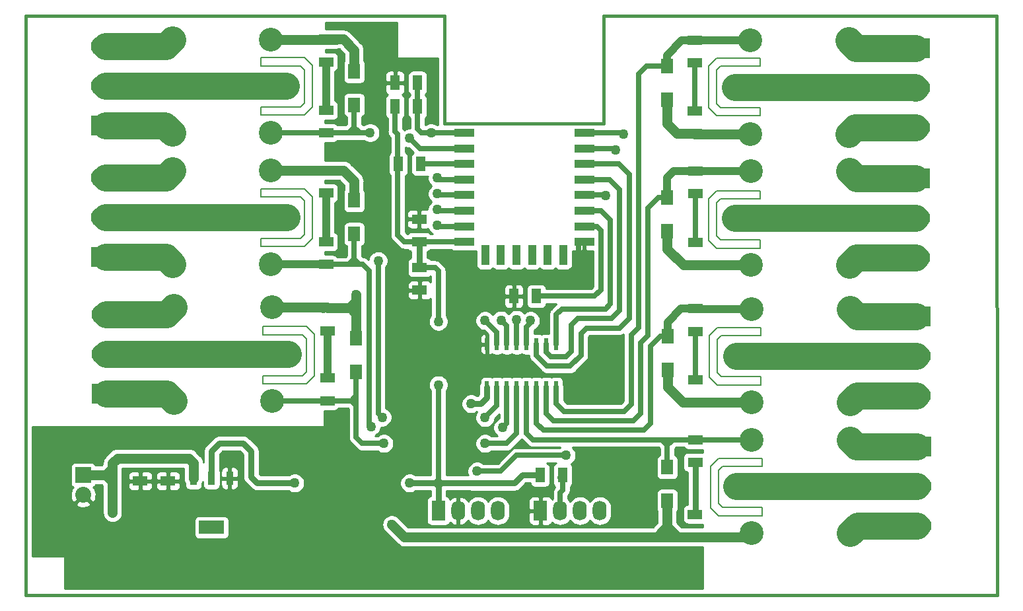
<source format=gbr>
G04 #@! TF.GenerationSoftware,KiCad,Pcbnew,(5.1.6)-1*
G04 #@! TF.CreationDate,2020-06-22T15:28:22+05:30*
G04 #@! TF.ProjectId,ESP8266_RelayBoard,45535038-3236-4365-9f52-656c6179426f,rev?*
G04 #@! TF.SameCoordinates,Original*
G04 #@! TF.FileFunction,Copper,L1,Top*
G04 #@! TF.FilePolarity,Positive*
%FSLAX46Y46*%
G04 Gerber Fmt 4.6, Leading zero omitted, Abs format (unit mm)*
G04 Created by KiCad (PCBNEW (5.1.6)-1) date 2020-06-22 15:28:22*
%MOMM*%
%LPD*%
G01*
G04 APERTURE LIST*
G04 #@! TA.AperFunction,Profile*
%ADD10C,0.203200*%
G04 #@! TD*
G04 #@! TA.AperFunction,Profile*
%ADD11C,0.381000*%
G04 #@! TD*
G04 #@! TA.AperFunction,SMDPad,CuDef*
%ADD12R,0.510000X1.500000*%
G04 #@! TD*
G04 #@! TA.AperFunction,SMDPad,CuDef*
%ADD13R,3.200000X1.750000*%
G04 #@! TD*
G04 #@! TA.AperFunction,SMDPad,CuDef*
%ADD14R,0.950000X1.750000*%
G04 #@! TD*
G04 #@! TA.AperFunction,SMDPad,CuDef*
%ADD15R,2.500000X1.100000*%
G04 #@! TD*
G04 #@! TA.AperFunction,SMDPad,CuDef*
%ADD16R,1.100000X2.500000*%
G04 #@! TD*
G04 #@! TA.AperFunction,SMDPad,CuDef*
%ADD17R,1.270000X1.905000*%
G04 #@! TD*
G04 #@! TA.AperFunction,SMDPad,CuDef*
%ADD18R,1.905000X1.270000*%
G04 #@! TD*
G04 #@! TA.AperFunction,ComponentPad*
%ADD19R,2.032000X2.032000*%
G04 #@! TD*
G04 #@! TA.AperFunction,ComponentPad*
%ADD20C,2.032000*%
G04 #@! TD*
G04 #@! TA.AperFunction,ComponentPad*
%ADD21O,1.778000X2.540000*%
G04 #@! TD*
G04 #@! TA.AperFunction,ComponentPad*
%ADD22R,1.778000X2.540000*%
G04 #@! TD*
G04 #@! TA.AperFunction,SMDPad,CuDef*
%ADD23R,1.524000X1.905000*%
G04 #@! TD*
G04 #@! TA.AperFunction,ComponentPad*
%ADD24C,3.048000*%
G04 #@! TD*
G04 #@! TA.AperFunction,ComponentPad*
%ADD25O,3.810000X2.540000*%
G04 #@! TD*
G04 #@! TA.AperFunction,ComponentPad*
%ADD26R,3.810000X2.540000*%
G04 #@! TD*
G04 #@! TA.AperFunction,ViaPad*
%ADD27C,1.270000*%
G04 #@! TD*
G04 #@! TA.AperFunction,Conductor*
%ADD28C,1.270000*%
G04 #@! TD*
G04 #@! TA.AperFunction,Conductor*
%ADD29C,0.800000*%
G04 #@! TD*
G04 #@! TA.AperFunction,Conductor*
%ADD30C,0.700000*%
G04 #@! TD*
G04 #@! TA.AperFunction,Conductor*
%ADD31C,1.016000*%
G04 #@! TD*
G04 #@! TA.AperFunction,Conductor*
%ADD32C,3.500000*%
G04 #@! TD*
G04 #@! TA.AperFunction,Conductor*
%ADD33C,2.000000*%
G04 #@! TD*
G04 #@! TA.AperFunction,Conductor*
%ADD34C,0.254000*%
G04 #@! TD*
G04 APERTURE END LIST*
D10*
X160464500Y-88265000D02*
X159448500Y-89281000D01*
X166052500Y-88265000D02*
X160464500Y-88265000D01*
X159448500Y-94615000D02*
X160464500Y-95631000D01*
X159448500Y-89281000D02*
X159448500Y-94615000D01*
X160464500Y-95631000D02*
X166052500Y-95631000D01*
X166052500Y-95631000D02*
X166052500Y-94551500D01*
X160464500Y-89789000D02*
X160972500Y-89281000D01*
X166052500Y-94551500D02*
X160972500Y-94551500D01*
X160464500Y-94043500D02*
X160464500Y-89789000D01*
X160972500Y-89281000D02*
X166052500Y-89281000D01*
X166052500Y-89281000D02*
X166052500Y-88265000D01*
X160972500Y-94551500D02*
X160464500Y-94043500D01*
X160337500Y-71501000D02*
X159321500Y-72517000D01*
X165925500Y-71501000D02*
X160337500Y-71501000D01*
X159321500Y-77851000D02*
X160337500Y-78867000D01*
X159321500Y-72517000D02*
X159321500Y-77851000D01*
X160337500Y-78867000D02*
X165925500Y-78867000D01*
X165925500Y-78867000D02*
X165925500Y-77787500D01*
X160337500Y-73025000D02*
X160845500Y-72517000D01*
X165925500Y-77787500D02*
X160845500Y-77787500D01*
X160337500Y-77279500D02*
X160337500Y-73025000D01*
X160845500Y-72517000D02*
X165925500Y-72517000D01*
X165925500Y-72517000D02*
X165925500Y-71501000D01*
X160845500Y-77787500D02*
X160337500Y-77279500D01*
X160274000Y-53975000D02*
X159258000Y-54991000D01*
X165862000Y-53975000D02*
X160274000Y-53975000D01*
X159258000Y-60325000D02*
X160274000Y-61341000D01*
X159258000Y-54991000D02*
X159258000Y-60325000D01*
X160274000Y-61341000D02*
X165862000Y-61341000D01*
X165862000Y-61341000D02*
X165862000Y-60261500D01*
X160274000Y-55499000D02*
X160782000Y-54991000D01*
X165862000Y-60261500D02*
X160782000Y-60261500D01*
X160274000Y-59753500D02*
X160274000Y-55499000D01*
X160782000Y-54991000D02*
X165862000Y-54991000D01*
X165862000Y-54991000D02*
X165862000Y-53975000D01*
X160782000Y-60261500D02*
X160274000Y-59753500D01*
X160274000Y-37020500D02*
X159258000Y-38036500D01*
X165862000Y-37020500D02*
X160274000Y-37020500D01*
X159258000Y-43370500D02*
X160274000Y-44386500D01*
X159258000Y-38036500D02*
X159258000Y-43370500D01*
X160274000Y-44386500D02*
X165862000Y-44386500D01*
X165862000Y-44386500D02*
X165862000Y-43307000D01*
X160274000Y-38544500D02*
X160782000Y-38036500D01*
X165862000Y-43307000D02*
X160782000Y-43307000D01*
X160274000Y-42799000D02*
X160274000Y-38544500D01*
X160782000Y-38036500D02*
X165862000Y-38036500D01*
X165862000Y-38036500D02*
X165862000Y-37020500D01*
X160782000Y-43307000D02*
X160274000Y-42799000D01*
X107378500Y-61087000D02*
X108394500Y-60071000D01*
X101790500Y-61087000D02*
X107378500Y-61087000D01*
X108394500Y-54737000D02*
X107378500Y-53721000D01*
X108394500Y-60071000D02*
X108394500Y-54737000D01*
X107378500Y-53721000D02*
X101790500Y-53721000D01*
X101790500Y-53721000D02*
X101790500Y-54800500D01*
X107378500Y-59563000D02*
X106870500Y-60071000D01*
X101790500Y-54800500D02*
X106870500Y-54800500D01*
X107378500Y-55308500D02*
X107378500Y-59563000D01*
X106870500Y-60071000D02*
X101790500Y-60071000D01*
X101790500Y-60071000D02*
X101790500Y-61087000D01*
X106870500Y-54800500D02*
X107378500Y-55308500D01*
X107696000Y-78740000D02*
X108712000Y-77724000D01*
X102108000Y-78740000D02*
X107696000Y-78740000D01*
X108712000Y-72390000D02*
X107696000Y-71374000D01*
X108712000Y-77724000D02*
X108712000Y-72390000D01*
X107696000Y-71374000D02*
X102108000Y-71374000D01*
X102108000Y-71374000D02*
X102108000Y-72453500D01*
X107696000Y-77216000D02*
X107188000Y-77724000D01*
X102108000Y-72453500D02*
X107188000Y-72453500D01*
X107696000Y-72961500D02*
X107696000Y-77216000D01*
X107188000Y-77724000D02*
X102108000Y-77724000D01*
X102108000Y-77724000D02*
X102108000Y-78740000D01*
X107188000Y-72453500D02*
X107696000Y-72961500D01*
X107378500Y-44259500D02*
X108394500Y-43243500D01*
X101790500Y-44259500D02*
X107378500Y-44259500D01*
X108394500Y-37909500D02*
X107378500Y-36893500D01*
X108394500Y-43243500D02*
X108394500Y-37909500D01*
X107378500Y-36893500D02*
X101790500Y-36893500D01*
X101790500Y-36893500D02*
X101790500Y-37973000D01*
X107378500Y-42735500D02*
X106870500Y-43243500D01*
X101790500Y-37973000D02*
X106870500Y-37973000D01*
X107378500Y-38481000D02*
X107378500Y-42735500D01*
X106870500Y-43243500D02*
X101790500Y-43243500D01*
X101790500Y-43243500D02*
X101790500Y-44259500D01*
X106870500Y-37973000D02*
X107378500Y-38481000D01*
D11*
X71691500Y-31559500D02*
X125349000Y-31559500D01*
X145732500Y-31559500D02*
X196151500Y-31559500D01*
X125349000Y-45339000D02*
X125349000Y-31559500D01*
X145732500Y-45339000D02*
X145732500Y-31559500D01*
X125349000Y-45339000D02*
X145732500Y-45339000D01*
X71691500Y-105791000D02*
X71691500Y-31559500D01*
X196215000Y-105791000D02*
X71691500Y-105791000D01*
X196151500Y-31559500D02*
X196215000Y-105791000D01*
D12*
X132080000Y-79160000D03*
X134620000Y-79160000D03*
X137160000Y-79160000D03*
X130810000Y-79160000D03*
X133350000Y-79160000D03*
X135890000Y-79160000D03*
X138430000Y-79160000D03*
X139700000Y-79160000D03*
X135890000Y-73660000D03*
X133350000Y-73660000D03*
X130810000Y-73660000D03*
X132080000Y-73660000D03*
X134620000Y-73660000D03*
X137160000Y-73660000D03*
X138430000Y-73660000D03*
X139700000Y-73660000D03*
D13*
X95504000Y-97130000D03*
D14*
X93204000Y-90830000D03*
X95504000Y-90830000D03*
X97804000Y-90830000D03*
D15*
X127887500Y-46545500D03*
X127887500Y-48545500D03*
X127887500Y-50545500D03*
X127887500Y-52545500D03*
X127887500Y-54545500D03*
X127887500Y-56545500D03*
X127887500Y-58545500D03*
X127887500Y-60545500D03*
X143287500Y-60545500D03*
X143287500Y-58545500D03*
X143287500Y-56545500D03*
X143287500Y-54545500D03*
X143287500Y-52545500D03*
X143287500Y-50545500D03*
X143287500Y-48545500D03*
X143287500Y-46545500D03*
D16*
X130577500Y-62245500D03*
X132577500Y-62245500D03*
X134577500Y-62245500D03*
X136577500Y-62245500D03*
X138577500Y-62245500D03*
X140577500Y-62245500D03*
D17*
X140515000Y-90424000D03*
X137615000Y-90424000D03*
X137149500Y-67500500D03*
X134249500Y-67500500D03*
X122341300Y-50558700D03*
X119441300Y-50558700D03*
X119020000Y-43180000D03*
X121920000Y-43180000D03*
D18*
X157416500Y-46651500D03*
X157416500Y-43751500D03*
X157543500Y-63466300D03*
X157543500Y-60566300D03*
X157505400Y-81114900D03*
X157505400Y-78214900D03*
X157480000Y-98351000D03*
X157480000Y-95451000D03*
X110363000Y-71922300D03*
X110363000Y-69022300D03*
X110172500Y-51367100D03*
X110172500Y-54267100D03*
X110172500Y-34554500D03*
X110172500Y-37454500D03*
X157416500Y-34709100D03*
X157416500Y-37609100D03*
X157543500Y-51443300D03*
X157543500Y-54343300D03*
X157505400Y-69100700D03*
X157505400Y-72000700D03*
X157518100Y-85890100D03*
X157518100Y-88790100D03*
X110363000Y-77988500D03*
X110363000Y-80888500D03*
X110172500Y-63438700D03*
X110172500Y-60538700D03*
X110172500Y-46549900D03*
X110172500Y-43649900D03*
D19*
X79057500Y-90424000D03*
D20*
X79057500Y-92964000D03*
D21*
X145288000Y-94996000D03*
X142748000Y-94996000D03*
X140208000Y-94996000D03*
D22*
X137668000Y-94996000D03*
D21*
X132207000Y-94996000D03*
X129667000Y-94996000D03*
X127127000Y-94996000D03*
D22*
X124587000Y-94996000D03*
D23*
X153885900Y-42303700D03*
X153885900Y-38003700D03*
X153911300Y-59185700D03*
X153911300Y-54885700D03*
X153936700Y-76923900D03*
X153936700Y-72623900D03*
X153924000Y-93717000D03*
X153924000Y-89417000D03*
X114046000Y-77216000D03*
X114046000Y-72916000D03*
X113792000Y-55224900D03*
X113792000Y-59524900D03*
X113779300Y-38680500D03*
X113779300Y-42980500D03*
D17*
X121920000Y-40132000D03*
X119020000Y-40132000D03*
D18*
X122110500Y-60515500D03*
X122110500Y-57615500D03*
X122174000Y-63828000D03*
X122174000Y-66728000D03*
X86360000Y-88286000D03*
X86360000Y-91186000D03*
X89916000Y-88286000D03*
X89916000Y-91186000D03*
D24*
X177174500Y-46703500D03*
X177174500Y-34703500D03*
X164569500Y-46703500D03*
X164569500Y-34703500D03*
X162569500Y-40703500D03*
X177228500Y-63467500D03*
X177228500Y-51467500D03*
X164623500Y-63467500D03*
X164623500Y-51467500D03*
X162623500Y-57467500D03*
X177355500Y-81120500D03*
X177355500Y-69120500D03*
X164750500Y-81120500D03*
X164750500Y-69120500D03*
X162750500Y-75120500D03*
X177355500Y-97884500D03*
X177355500Y-85884500D03*
X164750500Y-97884500D03*
X164750500Y-85884500D03*
X162750500Y-91884500D03*
X105270300Y-74942700D03*
X103270300Y-80942700D03*
X103270300Y-68942700D03*
X90665300Y-80942700D03*
X90665300Y-68942700D03*
X105117900Y-57416700D03*
X103117900Y-63416700D03*
X103117900Y-51416700D03*
X90512900Y-63416700D03*
X90512900Y-51416700D03*
X105092500Y-40576500D03*
X103092500Y-46576500D03*
X103092500Y-34576500D03*
X90487500Y-46576500D03*
X90487500Y-34576500D03*
D25*
X81902300Y-35420300D03*
X81902300Y-40500300D03*
D26*
X81902300Y-45580300D03*
X81953100Y-62496700D03*
D25*
X81953100Y-57416700D03*
X81953100Y-52336700D03*
D26*
X82003900Y-80022700D03*
D25*
X82003900Y-74942700D03*
X82003900Y-69862700D03*
D26*
X185864500Y-86741000D03*
D25*
X185864500Y-91821000D03*
X185864500Y-96901000D03*
X185788300Y-80225900D03*
X185788300Y-75145900D03*
D26*
X185788300Y-70065900D03*
X185686700Y-52387500D03*
D25*
X185686700Y-57467500D03*
X185686700Y-62547500D03*
D26*
X185686700Y-35674300D03*
D25*
X185686700Y-40754300D03*
X185686700Y-45834300D03*
D27*
X128778000Y-81280000D03*
X114046000Y-67310000D03*
X82804000Y-95250000D03*
X118618000Y-96774000D03*
X106172000Y-91440000D03*
X120904000Y-91440000D03*
X124587000Y-70739000D03*
X124587000Y-78867000D03*
X143764000Y-62992000D03*
X121412000Y-52832000D03*
X143764000Y-65278000D03*
X142240000Y-65278000D03*
X140716000Y-65278000D03*
X130810000Y-75946000D03*
X116840000Y-44450000D03*
X116840000Y-40132000D03*
X112268000Y-49276000D03*
X114046000Y-49276000D03*
X121412000Y-55372000D03*
X118872000Y-65278000D03*
X118872000Y-69342000D03*
X118872000Y-73914000D03*
X118872000Y-77724000D03*
X127762000Y-65278000D03*
X127762000Y-69342000D03*
X127762000Y-73914000D03*
X127762000Y-77724000D03*
X142748000Y-79248000D03*
X144526000Y-79248000D03*
X135128000Y-95758000D03*
X135128000Y-93980000D03*
X78994000Y-96774000D03*
X79248000Y-86868000D03*
X81534000Y-86868000D03*
X81534000Y-96774000D03*
X81534000Y-98552000D03*
X78994000Y-98552000D03*
X84328000Y-98552000D03*
X87630000Y-98552000D03*
X73406000Y-86868000D03*
X93980000Y-86868000D03*
X104140000Y-86868000D03*
X107188000Y-86868000D03*
X110744000Y-86868000D03*
X148590000Y-96520000D03*
X150114000Y-96520000D03*
X150876000Y-92710000D03*
X150876000Y-90932000D03*
X150876000Y-89154000D03*
X144526000Y-77470000D03*
X144526000Y-75692000D03*
X144526000Y-73914000D03*
X83820000Y-102870000D03*
X86360000Y-102870000D03*
X88900000Y-102870000D03*
X91440000Y-102870000D03*
X102870000Y-102870000D03*
X105410000Y-102870000D03*
X107950000Y-102870000D03*
X110490000Y-102870000D03*
X121920000Y-102870000D03*
X124460000Y-102870000D03*
X127000000Y-102870000D03*
X129540000Y-102870000D03*
X140970000Y-102870000D03*
X143510000Y-102870000D03*
X146050000Y-102870000D03*
X148590000Y-102870000D03*
X123634500Y-46545500D03*
X129540000Y-89916000D03*
X140970000Y-87884000D03*
X146050000Y-54610000D03*
X120904000Y-47244000D03*
X148336000Y-46736000D03*
X147320000Y-48768000D03*
X132627711Y-70572289D03*
X124460000Y-56388000D03*
X117382011Y-83023989D03*
X130556000Y-83058000D03*
X116874011Y-62957989D03*
X115832922Y-46549900D03*
X132842000Y-84328000D03*
X115951000Y-84201000D03*
X130556000Y-86360000D03*
X117602000Y-86360000D03*
X130556000Y-70612000D03*
X124460000Y-58420000D03*
X134607789Y-70490204D03*
X124460000Y-54356000D03*
X124460000Y-52324000D03*
X136380229Y-70630729D03*
D28*
X110150500Y-34576500D02*
X110172500Y-34554500D01*
X113779300Y-35938800D02*
X113779300Y-38680500D01*
X112395000Y-34554500D02*
X113779300Y-35938800D01*
X110122900Y-51416700D02*
X110172500Y-51367100D01*
X103117900Y-51416700D02*
X110122900Y-51416700D01*
X112395000Y-51367100D02*
X113796400Y-52768500D01*
X110172500Y-51367100D02*
X112395000Y-51367100D01*
X113792000Y-52772900D02*
X113792000Y-55224900D01*
X113796400Y-52768500D02*
X113792000Y-52772900D01*
X109686500Y-68942700D02*
X109766100Y-69022300D01*
X110283400Y-68942700D02*
X110363000Y-69022300D01*
X103270300Y-68942700D02*
X110283400Y-68942700D01*
X113345300Y-69022300D02*
X114046000Y-69723000D01*
X155905200Y-81114900D02*
X157505400Y-81114900D01*
X153936700Y-79146400D02*
X155905200Y-81114900D01*
X153936700Y-76923900D02*
X153936700Y-79146400D01*
X164744900Y-81114900D02*
X164750500Y-81120500D01*
X157505400Y-81114900D02*
X164744900Y-81114900D01*
X153885900Y-44526200D02*
X153885900Y-42303700D01*
X153885900Y-45343400D02*
X153885900Y-44526200D01*
X155194000Y-46651500D02*
X153885900Y-45343400D01*
X157416500Y-46651500D02*
X155194000Y-46651500D01*
X111473500Y-34576500D02*
X111495500Y-34554500D01*
X103092500Y-34576500D02*
X111473500Y-34576500D01*
X110172500Y-34554500D02*
X111495500Y-34554500D01*
X111495500Y-34554500D02*
X112395000Y-34554500D01*
X155969400Y-63466300D02*
X157543500Y-63466300D01*
X153911300Y-61408200D02*
X155969400Y-63466300D01*
X153911300Y-59185700D02*
X153911300Y-61408200D01*
X164622300Y-63466300D02*
X164623500Y-63467500D01*
X157543500Y-63466300D02*
X164622300Y-63466300D01*
X157468500Y-46703500D02*
X157416500Y-46651500D01*
X164569500Y-46703500D02*
X157468500Y-46703500D01*
X85344000Y-88286000D02*
X88900000Y-88286000D01*
X88900000Y-88286000D02*
X92604000Y-88286000D01*
X93204000Y-88886000D02*
X93204000Y-90830000D01*
X92604000Y-88286000D02*
X93204000Y-88886000D01*
X81953098Y-90424000D02*
X82804000Y-91274902D01*
X79057500Y-90424000D02*
X81953098Y-90424000D01*
X82804000Y-88900000D02*
X83418000Y-88286000D01*
X82804000Y-91948000D02*
X82804000Y-88900000D01*
X82804000Y-91274902D02*
X82804000Y-91948000D01*
X83418000Y-88286000D02*
X85344000Y-88286000D01*
X82804000Y-91948000D02*
X82804000Y-95250000D01*
X82804000Y-89573098D02*
X81953098Y-90424000D01*
X82804000Y-88900000D02*
X82804000Y-89573098D01*
X114046000Y-71120000D02*
X114046000Y-72916000D01*
X114046000Y-69723000D02*
X114046000Y-71120000D01*
D29*
X130810000Y-79160000D02*
X130810000Y-80518000D01*
X130048000Y-81280000D02*
X128778000Y-81280000D01*
X130810000Y-80518000D02*
X130048000Y-81280000D01*
D28*
X153924000Y-98298000D02*
X153977000Y-98351000D01*
X153670000Y-97282000D02*
X152601000Y-98351000D01*
X153924000Y-97282000D02*
X153670000Y-97282000D01*
X153924000Y-97282000D02*
X153924000Y-98298000D01*
X153924000Y-93717000D02*
X153924000Y-97282000D01*
X153977000Y-98351000D02*
X152601000Y-98351000D01*
X152601000Y-98351000D02*
X120957000Y-98351000D01*
X154178000Y-97282000D02*
X155247000Y-98351000D01*
X153924000Y-97282000D02*
X154178000Y-97282000D01*
X157480000Y-98351000D02*
X155247000Y-98351000D01*
X155247000Y-98351000D02*
X153977000Y-98351000D01*
X120957000Y-98351000D02*
X120195000Y-98351000D01*
X120195000Y-98351000D02*
X118618000Y-96774000D01*
D30*
X112841700Y-69022300D02*
X114046000Y-67818000D01*
D28*
X110363000Y-69022300D02*
X112587700Y-69022300D01*
X114046000Y-67818000D02*
X114046000Y-67310000D01*
D30*
X112587700Y-69022300D02*
X112841700Y-69022300D01*
D28*
X114046000Y-71120000D02*
X114046000Y-67818000D01*
X112587700Y-69022300D02*
X113345300Y-69022300D01*
X164284000Y-98351000D02*
X164750500Y-97884500D01*
X157480000Y-98351000D02*
X164284000Y-98351000D01*
D30*
X128559700Y-60517700D02*
X128587500Y-60545500D01*
X119020000Y-43180000D02*
X119020000Y-46376000D01*
X119020000Y-46376000D02*
X119380000Y-46736000D01*
X119380000Y-50497400D02*
X119441300Y-50558700D01*
X119380000Y-46736000D02*
X119380000Y-50497400D01*
X125984000Y-91440000D02*
X125476000Y-91440000D01*
D29*
X95504000Y-87376000D02*
X95504000Y-90830000D01*
X101346000Y-91440000D02*
X100584000Y-90678000D01*
X96520000Y-86360000D02*
X95504000Y-87376000D01*
X100584000Y-87376000D02*
X99568000Y-86360000D01*
X100584000Y-90678000D02*
X100584000Y-87376000D01*
X99568000Y-86360000D02*
X96520000Y-86360000D01*
X128799359Y-91459001D02*
X134346999Y-91459001D01*
X125984000Y-91440000D02*
X128780358Y-91440000D01*
X128780358Y-91440000D02*
X128799359Y-91459001D01*
X135382000Y-90424000D02*
X137615000Y-90424000D01*
X134346999Y-91459001D02*
X135382000Y-90424000D01*
X124587000Y-91567000D02*
X124714000Y-91440000D01*
X124587000Y-91821000D02*
X124968000Y-91440000D01*
X124587000Y-92583000D02*
X124587000Y-91821000D01*
X124587000Y-94996000D02*
X124587000Y-92583000D01*
X125984000Y-91440000D02*
X124968000Y-91440000D01*
X124968000Y-91440000D02*
X124714000Y-91440000D01*
X124587000Y-91821000D02*
X124206000Y-91440000D01*
X124587000Y-92075000D02*
X124587000Y-91821000D01*
X124587000Y-92075000D02*
X124587000Y-91567000D01*
X124714000Y-91440000D02*
X124206000Y-91440000D01*
X124587000Y-92583000D02*
X124587000Y-92075000D01*
X124206000Y-91440000D02*
X120904000Y-91440000D01*
X106172000Y-91440000D02*
X101346000Y-91440000D01*
D30*
X124587000Y-91059000D02*
X124206000Y-91440000D01*
X124587000Y-90805000D02*
X124587000Y-94996000D01*
X124587000Y-91059000D02*
X124968000Y-91440000D01*
X124587000Y-90805000D02*
X124587000Y-91059000D01*
X128557500Y-60515500D02*
X128587500Y-60545500D01*
X122110500Y-60515500D02*
X128557500Y-60515500D01*
X119380000Y-50620000D02*
X119441300Y-50558700D01*
X119380000Y-59690000D02*
X119380000Y-50620000D01*
X120205500Y-60515500D02*
X119380000Y-59690000D01*
X122110500Y-60515500D02*
X120205500Y-60515500D01*
X124587000Y-78867000D02*
X124587000Y-90805000D01*
D29*
X122110500Y-63764500D02*
X122174000Y-63828000D01*
X122110500Y-60515500D02*
X122110500Y-63764500D01*
D30*
X124587000Y-66929000D02*
X124587000Y-70739000D01*
X124587000Y-64262000D02*
X124587000Y-66929000D01*
X122174000Y-63828000D02*
X124153000Y-63828000D01*
X124153000Y-63828000D02*
X124587000Y-64262000D01*
D31*
X110172500Y-37454500D02*
X110172500Y-43649900D01*
D30*
X142587500Y-61815500D02*
X143764000Y-62992000D01*
X142587500Y-60545500D02*
X142587500Y-61815500D01*
D31*
X128585300Y-46547700D02*
X128587500Y-46545500D01*
D30*
X121920000Y-40132000D02*
X121920000Y-43180000D01*
X122397001Y-46545500D02*
X122397001Y-46527359D01*
X128587500Y-46545500D02*
X124650500Y-46545500D01*
X121920000Y-46050358D02*
X121920000Y-43180000D01*
X122397001Y-46527359D02*
X121920000Y-46050358D01*
X124650500Y-46545500D02*
X123634500Y-46545500D01*
X123634500Y-46545500D02*
X122397001Y-46545500D01*
X139192000Y-87884000D02*
X140970000Y-87884000D01*
X134620000Y-87884000D02*
X139192000Y-87884000D01*
X132588000Y-89916000D02*
X134620000Y-87884000D01*
X129540000Y-89916000D02*
X132588000Y-89916000D01*
D32*
X89592900Y-62496700D02*
X90512900Y-63416700D01*
X81953100Y-62496700D02*
X89592900Y-62496700D01*
X81953100Y-57416700D02*
X105117900Y-57416700D01*
X89592900Y-52336700D02*
X90512900Y-51416700D01*
X81953100Y-52336700D02*
X89592900Y-52336700D01*
X89643700Y-35420300D02*
X90487500Y-34576500D01*
X81902300Y-35420300D02*
X89643700Y-35420300D01*
X81902300Y-40500300D02*
X105016300Y-40500300D01*
X89491300Y-45580300D02*
X90487500Y-46576500D01*
X81902300Y-45580300D02*
X89491300Y-45580300D01*
X89745300Y-80022700D02*
X90665300Y-80942700D01*
X82003900Y-80022700D02*
X89745300Y-80022700D01*
X82003900Y-74942700D02*
X105270300Y-74942700D01*
X89745300Y-69862700D02*
X90665300Y-68942700D01*
X82003900Y-69862700D02*
X89745300Y-69862700D01*
X178339000Y-96901000D02*
X177355500Y-97884500D01*
X185864500Y-96901000D02*
X178339000Y-96901000D01*
X185801000Y-91884500D02*
X185864500Y-91821000D01*
X162750500Y-91884500D02*
X185801000Y-91884500D01*
X178212000Y-86741000D02*
X177355500Y-85884500D01*
X185864500Y-86741000D02*
X178212000Y-86741000D01*
D30*
X142587500Y-54545500D02*
X145985500Y-54545500D01*
X145985500Y-54545500D02*
X146050000Y-54610000D01*
X140208000Y-90731000D02*
X140515000Y-90424000D01*
X140515000Y-90424000D02*
X140515000Y-92352200D01*
X140208000Y-92659200D02*
X140208000Y-94996000D01*
X140515000Y-92352200D02*
X140208000Y-92659200D01*
X128587500Y-48545500D02*
X122205500Y-48545500D01*
X122205500Y-48545500D02*
X120904000Y-47244000D01*
X142778000Y-46736000D02*
X142587500Y-46545500D01*
X148145500Y-46545500D02*
X148336000Y-46736000D01*
X142587500Y-46545500D02*
X148145500Y-46545500D01*
X142587500Y-48545500D02*
X147097500Y-48545500D01*
X147097500Y-48545500D02*
X147320000Y-48768000D01*
D31*
X110172500Y-54267100D02*
X110172500Y-60538700D01*
X110363000Y-71922300D02*
X110363000Y-77988500D01*
D29*
X157518100Y-95412900D02*
X157480000Y-95451000D01*
X157518100Y-88790100D02*
X157518100Y-95412900D01*
D30*
X139700000Y-69850000D02*
X139700000Y-73660000D01*
X140396990Y-69153010D02*
X139700000Y-69850000D01*
X145988010Y-69153010D02*
X140396990Y-69153010D01*
X146623010Y-68518010D02*
X145988010Y-69153010D01*
X146623010Y-57723010D02*
X146623010Y-68518010D01*
X145445500Y-56545500D02*
X146623010Y-57723010D01*
X142587500Y-56545500D02*
X145445500Y-56545500D01*
X147831020Y-53851020D02*
X146525500Y-52545500D01*
X147831020Y-69345020D02*
X147831020Y-53851020D01*
X146815020Y-70361020D02*
X147831020Y-69345020D01*
X141647999Y-71204001D02*
X142490980Y-70361020D01*
X141647999Y-74591999D02*
X141647999Y-71204001D01*
X140971997Y-75268001D02*
X141647999Y-74591999D01*
X139022001Y-75268001D02*
X140971997Y-75268001D01*
X146525500Y-52545500D02*
X142587500Y-52545500D01*
X138430000Y-74676000D02*
X139022001Y-75268001D01*
X142490980Y-70361020D02*
X146815020Y-70361020D01*
X138430000Y-73660000D02*
X138430000Y-74676000D01*
X133350000Y-73660000D02*
X133350000Y-71294578D01*
X133350000Y-71294578D02*
X132627711Y-70572289D01*
X128587500Y-56545500D02*
X124617500Y-56545500D01*
X124617500Y-56545500D02*
X124460000Y-56388000D01*
X147700500Y-50545500D02*
X149039030Y-51884030D01*
X137160000Y-74930000D02*
X137160000Y-73660000D01*
X149039030Y-70299030D02*
X147769030Y-71569030D01*
X142587500Y-50545500D02*
X147700500Y-50545500D01*
X147769030Y-71569030D02*
X143568970Y-71569030D01*
X143568970Y-71569030D02*
X142856009Y-72281991D01*
X141472371Y-76476011D02*
X138521626Y-76476010D01*
X138521626Y-76476010D02*
X137160000Y-75114384D01*
X142856009Y-72281991D02*
X142856008Y-75092374D01*
X137160000Y-75114384D02*
X137160000Y-74930000D01*
X149039030Y-51884030D02*
X149039030Y-70299030D01*
X142856008Y-75092374D02*
X141472371Y-76476011D01*
D33*
X164730700Y-69100700D02*
X164750500Y-69120500D01*
D31*
X153936700Y-72623900D02*
X153936700Y-70853300D01*
X155689300Y-69100700D02*
X157505400Y-69100700D01*
X153936700Y-70853300D02*
X155689300Y-69100700D01*
X157525200Y-69120500D02*
X157505400Y-69100700D01*
X164750500Y-69120500D02*
X157525200Y-69120500D01*
D30*
X138022090Y-84682090D02*
X137160000Y-83820000D01*
X150902910Y-84682090D02*
X138022090Y-84682090D01*
X151765000Y-83820000D02*
X150902910Y-84682090D01*
X151765000Y-73901766D02*
X151765000Y-83820000D01*
X153042866Y-72623900D02*
X151765000Y-73901766D01*
X137160000Y-83820000D02*
X137160000Y-79160000D01*
X153936700Y-72623900D02*
X153042866Y-72623900D01*
X110145900Y-46576500D02*
X110172500Y-46549900D01*
X103092500Y-46576500D02*
X110145900Y-46576500D01*
X113779300Y-46469300D02*
X113859900Y-46549900D01*
X113779300Y-45995500D02*
X113224900Y-46549900D01*
X113779300Y-45834300D02*
X113779300Y-45995500D01*
X113779300Y-42980500D02*
X113779300Y-45834300D01*
X113779300Y-45834300D02*
X113779300Y-46469300D01*
X113224900Y-46549900D02*
X113859900Y-46549900D01*
X114494900Y-46549900D02*
X113779300Y-45834300D01*
X113859900Y-46549900D02*
X114494900Y-46549900D01*
X113063700Y-46549900D02*
X113779300Y-45834300D01*
X112835100Y-46549900D02*
X113224900Y-46549900D01*
X112835100Y-46549900D02*
X113063700Y-46549900D01*
X110172500Y-46549900D02*
X112835100Y-46549900D01*
X115832922Y-46549900D02*
X114494900Y-46549900D01*
X116874011Y-82515989D02*
X116874011Y-62957989D01*
X117382011Y-83023989D02*
X116874011Y-82515989D01*
X132080000Y-79160000D02*
X132080000Y-81534000D01*
X132080000Y-81534000D02*
X130556000Y-83058000D01*
D31*
X110150500Y-63416700D02*
X110172500Y-63438700D01*
X103117900Y-63416700D02*
X110150500Y-63416700D01*
D30*
X110172500Y-63438700D02*
X113091300Y-63438700D01*
X113792000Y-62738000D02*
X113792000Y-59524900D01*
X113091300Y-63438700D02*
X113792000Y-62738000D01*
X115666001Y-64231001D02*
X114873700Y-63438700D01*
X115666001Y-83916001D02*
X115666001Y-64231001D01*
X133350000Y-83820000D02*
X132842000Y-84328000D01*
X133350000Y-79160000D02*
X133350000Y-83820000D01*
X114361300Y-63307300D02*
X113792000Y-62738000D01*
X114361300Y-63438700D02*
X114361300Y-63307300D01*
X114361300Y-63438700D02*
X113091300Y-63438700D01*
X114873700Y-63438700D02*
X114361300Y-63438700D01*
X115951000Y-84201000D02*
X115666001Y-83916001D01*
D31*
X157226000Y-51443300D02*
X157217700Y-51435000D01*
X157543500Y-51443300D02*
X157226000Y-51443300D01*
X157217700Y-51435000D02*
X154749500Y-51435000D01*
X153911300Y-52273200D02*
X154749500Y-51435000D01*
X153911300Y-54885700D02*
X153911300Y-52273200D01*
D30*
X138430000Y-82550000D02*
X138430000Y-79160000D01*
X139354080Y-83474080D02*
X138430000Y-82550000D01*
X150495000Y-82550000D02*
X149570920Y-83474080D01*
X149570920Y-83474080D02*
X139354080Y-83474080D01*
X151455048Y-72503334D02*
X150495000Y-73463382D01*
X151455048Y-56189952D02*
X151455048Y-72503334D01*
X152759300Y-54885700D02*
X151455048Y-56189952D01*
X150495000Y-73463382D02*
X150495000Y-82550000D01*
X153911300Y-54885700D02*
X152759300Y-54885700D01*
D31*
X164599300Y-51443300D02*
X164623500Y-51467500D01*
X157543500Y-51443300D02*
X164599300Y-51443300D01*
X153885900Y-38003700D02*
X153885900Y-36614100D01*
X155790900Y-34709100D02*
X157416500Y-34709100D01*
X153885900Y-36614100D02*
X155790900Y-34709100D01*
X164563900Y-34709100D02*
X164569500Y-34703500D01*
X157416500Y-34709100D02*
X164563900Y-34709100D01*
D30*
X139700000Y-81280000D02*
X139700000Y-79160000D01*
X140686070Y-82266070D02*
X139700000Y-81280000D01*
X148362910Y-82266070D02*
X140686070Y-82266070D01*
X149286990Y-81341990D02*
X148362910Y-82266070D01*
X150247040Y-71507040D02*
X149286990Y-72467090D01*
X151226300Y-38003700D02*
X150247040Y-38982960D01*
X149286990Y-72467090D02*
X149286990Y-81341990D01*
X150247040Y-38982960D02*
X150247040Y-71507040D01*
X153885900Y-38003700D02*
X151226300Y-38003700D01*
X110308800Y-80942700D02*
X110363000Y-80888500D01*
X103270300Y-80942700D02*
X110308800Y-80942700D01*
X110363000Y-80888500D02*
X113421500Y-80888500D01*
X114046000Y-80264000D02*
X114046000Y-77216000D01*
X113421500Y-80888500D02*
X114046000Y-80264000D01*
X134620000Y-79160000D02*
X134620000Y-85090000D01*
X134620000Y-85090000D02*
X133350000Y-86360000D01*
X133350000Y-86360000D02*
X130556000Y-86360000D01*
X114808000Y-86360000D02*
X114046000Y-85598000D01*
X117602000Y-86360000D02*
X114808000Y-86360000D01*
X113421500Y-80909500D02*
X114046000Y-81534000D01*
X113421500Y-80888500D02*
X113421500Y-80909500D01*
X114046000Y-85598000D02*
X114046000Y-81534000D01*
X114046000Y-81534000D02*
X114046000Y-80264000D01*
D33*
X164744900Y-85890100D02*
X164750500Y-85884500D01*
D30*
X153924000Y-86436200D02*
X154470100Y-85890100D01*
X153924000Y-86309200D02*
X153504900Y-85890100D01*
X153924000Y-86436200D02*
X153924000Y-86309200D01*
X154470100Y-85890100D02*
X153504900Y-85890100D01*
X153200100Y-85890100D02*
X153924000Y-86614000D01*
X152869900Y-85890100D02*
X153200100Y-85890100D01*
X153504900Y-85890100D02*
X152869900Y-85890100D01*
X153924000Y-89417000D02*
X153924000Y-86614000D01*
X153924000Y-86614000D02*
X153924000Y-86436200D01*
X154647900Y-85890100D02*
X153924000Y-86614000D01*
X155105100Y-85890100D02*
X154647900Y-85890100D01*
X155105100Y-85890100D02*
X154470100Y-85890100D01*
X157518100Y-85890100D02*
X155105100Y-85890100D01*
X152869900Y-85890100D02*
X136690100Y-85890100D01*
X135890000Y-79160000D02*
X135890000Y-85090000D01*
X136690100Y-85890100D02*
X135890000Y-85090000D01*
X157523700Y-85884500D02*
X157518100Y-85890100D01*
X164750500Y-85884500D02*
X157523700Y-85884500D01*
D32*
X178250100Y-80225900D02*
X177355500Y-81120500D01*
X185788300Y-80225900D02*
X178250100Y-80225900D01*
X185788300Y-75145900D02*
X162775900Y-75145900D01*
X178300900Y-70065900D02*
X177355500Y-69120500D01*
X185788300Y-70065900D02*
X178300900Y-70065900D01*
X178148500Y-62547500D02*
X177228500Y-63467500D01*
X185686700Y-62547500D02*
X178148500Y-62547500D01*
X185686700Y-57467500D02*
X162623500Y-57467500D01*
X178148500Y-52387500D02*
X177228500Y-51467500D01*
X185686700Y-52387500D02*
X178148500Y-52387500D01*
X178043700Y-45834300D02*
X177174500Y-46703500D01*
X185686700Y-45834300D02*
X178043700Y-45834300D01*
X185635900Y-40703500D02*
X185686700Y-40754300D01*
X162569500Y-40703500D02*
X185635900Y-40703500D01*
X178145300Y-35674300D02*
X177174500Y-34703500D01*
X185686700Y-35674300D02*
X178145300Y-35674300D01*
D30*
X157505400Y-72000700D02*
X157505400Y-78214900D01*
X157543500Y-54343300D02*
X157543500Y-60566300D01*
X157416500Y-37609100D02*
X157416500Y-43751500D01*
X132080000Y-73660000D02*
X132080000Y-72136000D01*
X132080000Y-72136000D02*
X130556000Y-70612000D01*
X128587500Y-58545500D02*
X124585500Y-58545500D01*
X124585500Y-58545500D02*
X124460000Y-58420000D01*
X134607789Y-73647789D02*
X134620000Y-73660000D01*
X134607789Y-70490204D02*
X134607789Y-73647789D01*
X128587500Y-54545500D02*
X124649500Y-54545500D01*
X124649500Y-54545500D02*
X124460000Y-54356000D01*
X128587500Y-52545500D02*
X124681500Y-52545500D01*
X124681500Y-52545500D02*
X124460000Y-52324000D01*
X136380229Y-70927406D02*
X136380229Y-70630729D01*
X135890000Y-73660000D02*
X135890000Y-71417635D01*
X135890000Y-71417635D02*
X136380229Y-70927406D01*
X128574300Y-50558700D02*
X128587500Y-50545500D01*
X122341300Y-50558700D02*
X128574300Y-50558700D01*
X144589500Y-67500500D02*
X137149500Y-67500500D01*
X142587500Y-58545500D02*
X144905500Y-58545500D01*
X144905500Y-58545500D02*
X145415000Y-59055000D01*
X145415000Y-59055000D02*
X145415000Y-66675000D01*
X145415000Y-66675000D02*
X144589500Y-67500500D01*
D34*
G36*
X119253000Y-36830000D02*
G01*
X119255440Y-36854776D01*
X119262667Y-36878601D01*
X119274403Y-36900557D01*
X119290197Y-36919803D01*
X119309443Y-36935597D01*
X119331399Y-36947333D01*
X119355224Y-36954560D01*
X119380000Y-36957000D01*
X124523501Y-36957000D01*
X124523500Y-45298447D01*
X124519506Y-45339000D01*
X124535444Y-45500826D01*
X124553546Y-45560500D01*
X124445551Y-45560500D01*
X124444078Y-45559027D01*
X124236071Y-45420041D01*
X124004945Y-45324305D01*
X123759584Y-45275500D01*
X123509416Y-45275500D01*
X123264055Y-45324305D01*
X123032929Y-45420041D01*
X122905000Y-45505521D01*
X122905000Y-44665439D01*
X122909494Y-44663037D01*
X123006185Y-44583685D01*
X123085537Y-44486994D01*
X123144502Y-44376680D01*
X123180812Y-44256982D01*
X123193072Y-44132500D01*
X123193072Y-42227500D01*
X123180812Y-42103018D01*
X123144502Y-41983320D01*
X123085537Y-41873006D01*
X123006185Y-41776315D01*
X122909494Y-41696963D01*
X122905000Y-41694561D01*
X122905000Y-41617439D01*
X122909494Y-41615037D01*
X123006185Y-41535685D01*
X123085537Y-41438994D01*
X123144502Y-41328680D01*
X123180812Y-41208982D01*
X123193072Y-41084500D01*
X123193072Y-39179500D01*
X123180812Y-39055018D01*
X123144502Y-38935320D01*
X123085537Y-38825006D01*
X123006185Y-38728315D01*
X122909494Y-38648963D01*
X122799180Y-38589998D01*
X122679482Y-38553688D01*
X122555000Y-38541428D01*
X121285000Y-38541428D01*
X121160518Y-38553688D01*
X121040820Y-38589998D01*
X120930506Y-38648963D01*
X120833815Y-38728315D01*
X120754463Y-38825006D01*
X120695498Y-38935320D01*
X120659188Y-39055018D01*
X120646928Y-39179500D01*
X120646928Y-41084500D01*
X120659188Y-41208982D01*
X120695498Y-41328680D01*
X120754463Y-41438994D01*
X120833815Y-41535685D01*
X120930506Y-41615037D01*
X120935000Y-41617439D01*
X120935001Y-41694561D01*
X120930506Y-41696963D01*
X120833815Y-41776315D01*
X120754463Y-41873006D01*
X120695498Y-41983320D01*
X120659188Y-42103018D01*
X120646928Y-42227500D01*
X120646928Y-44132500D01*
X120659188Y-44256982D01*
X120695498Y-44376680D01*
X120754463Y-44486994D01*
X120833815Y-44583685D01*
X120930506Y-44663037D01*
X120935000Y-44665439D01*
X120935000Y-45974000D01*
X120778916Y-45974000D01*
X120533555Y-46022805D01*
X120302429Y-46118541D01*
X120202371Y-46185398D01*
X120079870Y-46036130D01*
X120042284Y-46005284D01*
X120005000Y-45968000D01*
X120005000Y-44665439D01*
X120009494Y-44663037D01*
X120106185Y-44583685D01*
X120185537Y-44486994D01*
X120244502Y-44376680D01*
X120280812Y-44256982D01*
X120293072Y-44132500D01*
X120293072Y-42227500D01*
X120280812Y-42103018D01*
X120244502Y-41983320D01*
X120185537Y-41873006D01*
X120106185Y-41776315D01*
X120009494Y-41696963D01*
X119932859Y-41656000D01*
X120009494Y-41615037D01*
X120106185Y-41535685D01*
X120185537Y-41438994D01*
X120244502Y-41328680D01*
X120280812Y-41208982D01*
X120293072Y-41084500D01*
X120290000Y-40417750D01*
X120131250Y-40259000D01*
X119147000Y-40259000D01*
X119147000Y-40279000D01*
X118893000Y-40279000D01*
X118893000Y-40259000D01*
X117908750Y-40259000D01*
X117750000Y-40417750D01*
X117746928Y-41084500D01*
X117759188Y-41208982D01*
X117795498Y-41328680D01*
X117854463Y-41438994D01*
X117933815Y-41535685D01*
X118030506Y-41615037D01*
X118107141Y-41656000D01*
X118030506Y-41696963D01*
X117933815Y-41776315D01*
X117854463Y-41873006D01*
X117795498Y-41983320D01*
X117759188Y-42103018D01*
X117746928Y-42227500D01*
X117746928Y-44132500D01*
X117759188Y-44256982D01*
X117795498Y-44376680D01*
X117854463Y-44486994D01*
X117933815Y-44583685D01*
X118030506Y-44663037D01*
X118035000Y-44665439D01*
X118035001Y-46327610D01*
X118030235Y-46376000D01*
X118049253Y-46569093D01*
X118105576Y-46754766D01*
X118123951Y-46789143D01*
X118197041Y-46925884D01*
X118320131Y-47075870D01*
X118357711Y-47106711D01*
X118395000Y-47144000D01*
X118395001Y-49122282D01*
X118355115Y-49155015D01*
X118275763Y-49251706D01*
X118216798Y-49362020D01*
X118180488Y-49481718D01*
X118168228Y-49606200D01*
X118168228Y-51511200D01*
X118180488Y-51635682D01*
X118216798Y-51755380D01*
X118275763Y-51865694D01*
X118355115Y-51962385D01*
X118395001Y-51995118D01*
X118395000Y-59641620D01*
X118390235Y-59690000D01*
X118402609Y-59815631D01*
X118409253Y-59883093D01*
X118465576Y-60068766D01*
X118557040Y-60239884D01*
X118680130Y-60389870D01*
X118717716Y-60420716D01*
X119474784Y-61177784D01*
X119505630Y-61215370D01*
X119655616Y-61338460D01*
X119826733Y-61429924D01*
X119960759Y-61470580D01*
X120012405Y-61486247D01*
X120205499Y-61505265D01*
X120253879Y-61500500D01*
X120625061Y-61500500D01*
X120627463Y-61504994D01*
X120706815Y-61601685D01*
X120803506Y-61681037D01*
X120913820Y-61740002D01*
X121033518Y-61776312D01*
X121075500Y-61780447D01*
X121075501Y-62573715D01*
X120977320Y-62603498D01*
X120867006Y-62662463D01*
X120770315Y-62741815D01*
X120690963Y-62838506D01*
X120631998Y-62948820D01*
X120595688Y-63068518D01*
X120583428Y-63193000D01*
X120583428Y-64463000D01*
X120595688Y-64587482D01*
X120631998Y-64707180D01*
X120690963Y-64817494D01*
X120770315Y-64914185D01*
X120867006Y-64993537D01*
X120977320Y-65052502D01*
X121097018Y-65088812D01*
X121221500Y-65101072D01*
X123126500Y-65101072D01*
X123250982Y-65088812D01*
X123370680Y-65052502D01*
X123480994Y-64993537D01*
X123577685Y-64914185D01*
X123602000Y-64884557D01*
X123602001Y-65671444D01*
X123577685Y-65641815D01*
X123480994Y-65562463D01*
X123370680Y-65503498D01*
X123250982Y-65467188D01*
X123126500Y-65454928D01*
X122459750Y-65458000D01*
X122301000Y-65616750D01*
X122301000Y-66601000D01*
X122321000Y-66601000D01*
X122321000Y-66855000D01*
X122301000Y-66855000D01*
X122301000Y-67839250D01*
X122459750Y-67998000D01*
X123126500Y-68001072D01*
X123250982Y-67988812D01*
X123370680Y-67952502D01*
X123480994Y-67893537D01*
X123577685Y-67814185D01*
X123602000Y-67784557D01*
X123602001Y-69927948D01*
X123600527Y-69929422D01*
X123461541Y-70137429D01*
X123365805Y-70368555D01*
X123317000Y-70613916D01*
X123317000Y-70864084D01*
X123365805Y-71109445D01*
X123461541Y-71340571D01*
X123600527Y-71548578D01*
X123777422Y-71725473D01*
X123985429Y-71864459D01*
X124216555Y-71960195D01*
X124461916Y-72009000D01*
X124712084Y-72009000D01*
X124957445Y-71960195D01*
X125188571Y-71864459D01*
X125396578Y-71725473D01*
X125573473Y-71548578D01*
X125712459Y-71340571D01*
X125808195Y-71109445D01*
X125857000Y-70864084D01*
X125857000Y-70613916D01*
X125808195Y-70368555D01*
X125712459Y-70137429D01*
X125573473Y-69929422D01*
X125572000Y-69927949D01*
X125572000Y-68453000D01*
X132976428Y-68453000D01*
X132988688Y-68577482D01*
X133024998Y-68697180D01*
X133083963Y-68807494D01*
X133163315Y-68904185D01*
X133260006Y-68983537D01*
X133370320Y-69042502D01*
X133490018Y-69078812D01*
X133614500Y-69091072D01*
X133963750Y-69088000D01*
X134122500Y-68929250D01*
X134122500Y-67627500D01*
X134376500Y-67627500D01*
X134376500Y-68929250D01*
X134535250Y-69088000D01*
X134884500Y-69091072D01*
X135008982Y-69078812D01*
X135128680Y-69042502D01*
X135238994Y-68983537D01*
X135335685Y-68904185D01*
X135415037Y-68807494D01*
X135474002Y-68697180D01*
X135510312Y-68577482D01*
X135522572Y-68453000D01*
X135519500Y-67786250D01*
X135360750Y-67627500D01*
X134376500Y-67627500D01*
X134122500Y-67627500D01*
X133138250Y-67627500D01*
X132979500Y-67786250D01*
X132976428Y-68453000D01*
X125572000Y-68453000D01*
X125572000Y-66548000D01*
X132976428Y-66548000D01*
X132979500Y-67214750D01*
X133138250Y-67373500D01*
X134122500Y-67373500D01*
X134122500Y-66071750D01*
X134376500Y-66071750D01*
X134376500Y-67373500D01*
X135360750Y-67373500D01*
X135519500Y-67214750D01*
X135522572Y-66548000D01*
X135510312Y-66423518D01*
X135474002Y-66303820D01*
X135415037Y-66193506D01*
X135335685Y-66096815D01*
X135238994Y-66017463D01*
X135128680Y-65958498D01*
X135008982Y-65922188D01*
X134884500Y-65909928D01*
X134535250Y-65913000D01*
X134376500Y-66071750D01*
X134122500Y-66071750D01*
X133963750Y-65913000D01*
X133614500Y-65909928D01*
X133490018Y-65922188D01*
X133370320Y-65958498D01*
X133260006Y-66017463D01*
X133163315Y-66096815D01*
X133083963Y-66193506D01*
X133024998Y-66303820D01*
X132988688Y-66423518D01*
X132976428Y-66548000D01*
X125572000Y-66548000D01*
X125572000Y-64310380D01*
X125576765Y-64262000D01*
X125557747Y-64068906D01*
X125501424Y-63883233D01*
X125439599Y-63767567D01*
X125409960Y-63712116D01*
X125286870Y-63562130D01*
X125249284Y-63531284D01*
X124883716Y-63165716D01*
X124852870Y-63128130D01*
X124702884Y-63005040D01*
X124531767Y-62913576D01*
X124346094Y-62857253D01*
X124201380Y-62843000D01*
X124153000Y-62838235D01*
X124104620Y-62843000D01*
X123659439Y-62843000D01*
X123657037Y-62838506D01*
X123577685Y-62741815D01*
X123480994Y-62662463D01*
X123370680Y-62603498D01*
X123250982Y-62567188D01*
X123145500Y-62556799D01*
X123145500Y-61780447D01*
X123187482Y-61776312D01*
X123307180Y-61740002D01*
X123417494Y-61681037D01*
X123514185Y-61601685D01*
X123593537Y-61504994D01*
X123595939Y-61500500D01*
X126148412Y-61500500D01*
X126186315Y-61546685D01*
X126283006Y-61626037D01*
X126393320Y-61685002D01*
X126513018Y-61721312D01*
X126637500Y-61733572D01*
X129137500Y-61733572D01*
X129261982Y-61721312D01*
X129381680Y-61685002D01*
X129389428Y-61680861D01*
X129389428Y-63495500D01*
X129401688Y-63619982D01*
X129437998Y-63739680D01*
X129496963Y-63849994D01*
X129576315Y-63946685D01*
X129673006Y-64026037D01*
X129783320Y-64085002D01*
X129903018Y-64121312D01*
X130027500Y-64133572D01*
X131127500Y-64133572D01*
X131251982Y-64121312D01*
X131371680Y-64085002D01*
X131481994Y-64026037D01*
X131577500Y-63947658D01*
X131673006Y-64026037D01*
X131783320Y-64085002D01*
X131903018Y-64121312D01*
X132027500Y-64133572D01*
X133127500Y-64133572D01*
X133251982Y-64121312D01*
X133371680Y-64085002D01*
X133481994Y-64026037D01*
X133577500Y-63947658D01*
X133673006Y-64026037D01*
X133783320Y-64085002D01*
X133903018Y-64121312D01*
X134027500Y-64133572D01*
X135127500Y-64133572D01*
X135251982Y-64121312D01*
X135371680Y-64085002D01*
X135481994Y-64026037D01*
X135577500Y-63947658D01*
X135673006Y-64026037D01*
X135783320Y-64085002D01*
X135903018Y-64121312D01*
X136027500Y-64133572D01*
X137127500Y-64133572D01*
X137251982Y-64121312D01*
X137371680Y-64085002D01*
X137481994Y-64026037D01*
X137577500Y-63947658D01*
X137673006Y-64026037D01*
X137783320Y-64085002D01*
X137903018Y-64121312D01*
X138027500Y-64133572D01*
X139127500Y-64133572D01*
X139251982Y-64121312D01*
X139371680Y-64085002D01*
X139481994Y-64026037D01*
X139577500Y-63947658D01*
X139673006Y-64026037D01*
X139783320Y-64085002D01*
X139903018Y-64121312D01*
X140027500Y-64133572D01*
X141127500Y-64133572D01*
X141251982Y-64121312D01*
X141371680Y-64085002D01*
X141481994Y-64026037D01*
X141578685Y-63946685D01*
X141658037Y-63849994D01*
X141717002Y-63739680D01*
X141753312Y-63619982D01*
X141765572Y-63495500D01*
X141765572Y-61670170D01*
X141793320Y-61685002D01*
X141913018Y-61721312D01*
X142037500Y-61733572D01*
X143001750Y-61730500D01*
X143160500Y-61571750D01*
X143160500Y-60672500D01*
X143140500Y-60672500D01*
X143140500Y-60418500D01*
X143160500Y-60418500D01*
X143160500Y-60398500D01*
X143414500Y-60398500D01*
X143414500Y-60418500D01*
X143434500Y-60418500D01*
X143434500Y-60672500D01*
X143414500Y-60672500D01*
X143414500Y-61571750D01*
X143573250Y-61730500D01*
X144430000Y-61733230D01*
X144430001Y-66266999D01*
X144181500Y-66515500D01*
X138419371Y-66515500D01*
X138410312Y-66423518D01*
X138374002Y-66303820D01*
X138315037Y-66193506D01*
X138235685Y-66096815D01*
X138138994Y-66017463D01*
X138028680Y-65958498D01*
X137908982Y-65922188D01*
X137784500Y-65909928D01*
X136514500Y-65909928D01*
X136390018Y-65922188D01*
X136270320Y-65958498D01*
X136160006Y-66017463D01*
X136063315Y-66096815D01*
X135983963Y-66193506D01*
X135924998Y-66303820D01*
X135888688Y-66423518D01*
X135876428Y-66548000D01*
X135876428Y-68453000D01*
X135888688Y-68577482D01*
X135924998Y-68697180D01*
X135983963Y-68807494D01*
X136063315Y-68904185D01*
X136160006Y-68983537D01*
X136270320Y-69042502D01*
X136390018Y-69078812D01*
X136514500Y-69091072D01*
X137784500Y-69091072D01*
X137908982Y-69078812D01*
X138028680Y-69042502D01*
X138138994Y-68983537D01*
X138235685Y-68904185D01*
X138315037Y-68807494D01*
X138374002Y-68697180D01*
X138410312Y-68577482D01*
X138419371Y-68485500D01*
X139670563Y-68485500D01*
X139666279Y-68490720D01*
X139037715Y-69119285D01*
X139000130Y-69150130D01*
X138877040Y-69300116D01*
X138818177Y-69410242D01*
X138785576Y-69471234D01*
X138729253Y-69656907D01*
X138710235Y-69850000D01*
X138715000Y-69898380D01*
X138715001Y-72274883D01*
X138685000Y-72271928D01*
X138175000Y-72271928D01*
X138050518Y-72284188D01*
X137930820Y-72320498D01*
X137820506Y-72379463D01*
X137795000Y-72400395D01*
X137769494Y-72379463D01*
X137659180Y-72320498D01*
X137539482Y-72284188D01*
X137415000Y-72271928D01*
X136905000Y-72271928D01*
X136875000Y-72274883D01*
X136875000Y-71825635D01*
X136918034Y-71782601D01*
X136981800Y-71756188D01*
X137189807Y-71617202D01*
X137366702Y-71440307D01*
X137505688Y-71232300D01*
X137601424Y-71001174D01*
X137650229Y-70755813D01*
X137650229Y-70505645D01*
X137601424Y-70260284D01*
X137505688Y-70029158D01*
X137366702Y-69821151D01*
X137189807Y-69644256D01*
X136981800Y-69505270D01*
X136750674Y-69409534D01*
X136505313Y-69360729D01*
X136255145Y-69360729D01*
X136009784Y-69409534D01*
X135778658Y-69505270D01*
X135570651Y-69644256D01*
X135564272Y-69650636D01*
X135417367Y-69503731D01*
X135209360Y-69364745D01*
X134978234Y-69269009D01*
X134732873Y-69220204D01*
X134482705Y-69220204D01*
X134237344Y-69269009D01*
X134006218Y-69364745D01*
X133798211Y-69503731D01*
X133621316Y-69680626D01*
X133585581Y-69734108D01*
X133437289Y-69585816D01*
X133229282Y-69446830D01*
X132998156Y-69351094D01*
X132752795Y-69302289D01*
X132502627Y-69302289D01*
X132257266Y-69351094D01*
X132026140Y-69446830D01*
X131818133Y-69585816D01*
X131641238Y-69762711D01*
X131578588Y-69856473D01*
X131542473Y-69802422D01*
X131365578Y-69625527D01*
X131157571Y-69486541D01*
X130926445Y-69390805D01*
X130681084Y-69342000D01*
X130430916Y-69342000D01*
X130185555Y-69390805D01*
X129954429Y-69486541D01*
X129746422Y-69625527D01*
X129569527Y-69802422D01*
X129430541Y-70010429D01*
X129334805Y-70241555D01*
X129286000Y-70486916D01*
X129286000Y-70737084D01*
X129334805Y-70982445D01*
X129430541Y-71213571D01*
X129569527Y-71421578D01*
X129746422Y-71598473D01*
X129954429Y-71737459D01*
X130185555Y-71833195D01*
X130430916Y-71882000D01*
X130433000Y-71882000D01*
X130960875Y-72409875D01*
X130937000Y-72433750D01*
X130937000Y-73533000D01*
X130957000Y-73533000D01*
X130957000Y-73787000D01*
X130937000Y-73787000D01*
X130937000Y-74886250D01*
X131095750Y-75045000D01*
X131198481Y-75033954D01*
X131317644Y-74995924D01*
X131427097Y-74935377D01*
X131445386Y-74919922D01*
X131470506Y-74940537D01*
X131580820Y-74999502D01*
X131700518Y-75035812D01*
X131825000Y-75048072D01*
X132335000Y-75048072D01*
X132459482Y-75035812D01*
X132579180Y-74999502D01*
X132689494Y-74940537D01*
X132715000Y-74919605D01*
X132740506Y-74940537D01*
X132850820Y-74999502D01*
X132970518Y-75035812D01*
X133095000Y-75048072D01*
X133605000Y-75048072D01*
X133729482Y-75035812D01*
X133849180Y-74999502D01*
X133959494Y-74940537D01*
X133985000Y-74919605D01*
X134010506Y-74940537D01*
X134120820Y-74999502D01*
X134240518Y-75035812D01*
X134365000Y-75048072D01*
X134875000Y-75048072D01*
X134999482Y-75035812D01*
X135119180Y-74999502D01*
X135229494Y-74940537D01*
X135255000Y-74919605D01*
X135280506Y-74940537D01*
X135390820Y-74999502D01*
X135510518Y-75035812D01*
X135635000Y-75048072D01*
X136145000Y-75048072D01*
X136175000Y-75045117D01*
X136175000Y-75066004D01*
X136170235Y-75114384D01*
X136175000Y-75162763D01*
X136189253Y-75307477D01*
X136245576Y-75493150D01*
X136337040Y-75664268D01*
X136460130Y-75814254D01*
X136497715Y-75845100D01*
X137790919Y-77138304D01*
X137821756Y-77175879D01*
X137859331Y-77206716D01*
X137859335Y-77206720D01*
X137971742Y-77298969D01*
X138142859Y-77390434D01*
X138328532Y-77446757D01*
X138521626Y-77465775D01*
X138570015Y-77461009D01*
X141423990Y-77461011D01*
X141472371Y-77465776D01*
X141665464Y-77446758D01*
X141851137Y-77390435D01*
X141920237Y-77353500D01*
X142022254Y-77298971D01*
X142172240Y-77175881D01*
X142203081Y-77138301D01*
X143518297Y-75823085D01*
X143555877Y-75792244D01*
X143678967Y-75642258D01*
X143770431Y-75471141D01*
X143787474Y-75414959D01*
X143826755Y-75285469D01*
X143845773Y-75092375D01*
X143841007Y-75043985D01*
X143841009Y-72689991D01*
X143976970Y-72554030D01*
X147720650Y-72554030D01*
X147769030Y-72558795D01*
X147817410Y-72554030D01*
X147962124Y-72539777D01*
X148147797Y-72483454D01*
X148303827Y-72400054D01*
X148297225Y-72467090D01*
X148301990Y-72515470D01*
X148301991Y-80933989D01*
X147954910Y-81281070D01*
X141094071Y-81281070D01*
X140685000Y-80872000D01*
X140685000Y-79111620D01*
X140670747Y-78966906D01*
X140614424Y-78781233D01*
X140593072Y-78741286D01*
X140593072Y-78410000D01*
X140580812Y-78285518D01*
X140544502Y-78165820D01*
X140485537Y-78055506D01*
X140406185Y-77958815D01*
X140309494Y-77879463D01*
X140199180Y-77820498D01*
X140079482Y-77784188D01*
X139955000Y-77771928D01*
X139445000Y-77771928D01*
X139320518Y-77784188D01*
X139200820Y-77820498D01*
X139090506Y-77879463D01*
X139065000Y-77900395D01*
X139039494Y-77879463D01*
X138929180Y-77820498D01*
X138809482Y-77784188D01*
X138685000Y-77771928D01*
X138175000Y-77771928D01*
X138050518Y-77784188D01*
X137930820Y-77820498D01*
X137820506Y-77879463D01*
X137795000Y-77900395D01*
X137769494Y-77879463D01*
X137659180Y-77820498D01*
X137539482Y-77784188D01*
X137415000Y-77771928D01*
X136905000Y-77771928D01*
X136780518Y-77784188D01*
X136660820Y-77820498D01*
X136550506Y-77879463D01*
X136525000Y-77900395D01*
X136499494Y-77879463D01*
X136389180Y-77820498D01*
X136269482Y-77784188D01*
X136145000Y-77771928D01*
X135635000Y-77771928D01*
X135510518Y-77784188D01*
X135390820Y-77820498D01*
X135280506Y-77879463D01*
X135255000Y-77900395D01*
X135229494Y-77879463D01*
X135119180Y-77820498D01*
X134999482Y-77784188D01*
X134875000Y-77771928D01*
X134365000Y-77771928D01*
X134240518Y-77784188D01*
X134120820Y-77820498D01*
X134010506Y-77879463D01*
X133985000Y-77900395D01*
X133959494Y-77879463D01*
X133849180Y-77820498D01*
X133729482Y-77784188D01*
X133605000Y-77771928D01*
X133095000Y-77771928D01*
X132970518Y-77784188D01*
X132850820Y-77820498D01*
X132740506Y-77879463D01*
X132715000Y-77900395D01*
X132689494Y-77879463D01*
X132579180Y-77820498D01*
X132459482Y-77784188D01*
X132335000Y-77771928D01*
X131825000Y-77771928D01*
X131700518Y-77784188D01*
X131580820Y-77820498D01*
X131470506Y-77879463D01*
X131445000Y-77900395D01*
X131419494Y-77879463D01*
X131309180Y-77820498D01*
X131189482Y-77784188D01*
X131065000Y-77771928D01*
X130555000Y-77771928D01*
X130430518Y-77784188D01*
X130310820Y-77820498D01*
X130200506Y-77879463D01*
X130103815Y-77958815D01*
X130024463Y-78055506D01*
X129965498Y-78165820D01*
X129929188Y-78285518D01*
X129916928Y-78410000D01*
X129916928Y-78635220D01*
X129849159Y-78762008D01*
X129789976Y-78957106D01*
X129775000Y-79109163D01*
X129775001Y-80089289D01*
X129619290Y-80245000D01*
X129514952Y-80245000D01*
X129379571Y-80154541D01*
X129148445Y-80058805D01*
X128903084Y-80010000D01*
X128652916Y-80010000D01*
X128407555Y-80058805D01*
X128176429Y-80154541D01*
X127968422Y-80293527D01*
X127791527Y-80470422D01*
X127652541Y-80678429D01*
X127556805Y-80909555D01*
X127508000Y-81154916D01*
X127508000Y-81405084D01*
X127556805Y-81650445D01*
X127652541Y-81881571D01*
X127791527Y-82089578D01*
X127968422Y-82266473D01*
X128176429Y-82405459D01*
X128407555Y-82501195D01*
X128652916Y-82550000D01*
X128903084Y-82550000D01*
X129148445Y-82501195D01*
X129379571Y-82405459D01*
X129514952Y-82315000D01*
X129525041Y-82315000D01*
X129430541Y-82456429D01*
X129334805Y-82687555D01*
X129286000Y-82932916D01*
X129286000Y-83183084D01*
X129334805Y-83428445D01*
X129430541Y-83659571D01*
X129569527Y-83867578D01*
X129746422Y-84044473D01*
X129954429Y-84183459D01*
X130185555Y-84279195D01*
X130430916Y-84328000D01*
X130681084Y-84328000D01*
X130926445Y-84279195D01*
X131157571Y-84183459D01*
X131365578Y-84044473D01*
X131542473Y-83867578D01*
X131681459Y-83659571D01*
X131777195Y-83428445D01*
X131826000Y-83183084D01*
X131826000Y-83181000D01*
X132365001Y-82641999D01*
X132365001Y-83150941D01*
X132240429Y-83202541D01*
X132032422Y-83341527D01*
X131855527Y-83518422D01*
X131716541Y-83726429D01*
X131620805Y-83957555D01*
X131572000Y-84202916D01*
X131572000Y-84453084D01*
X131620805Y-84698445D01*
X131716541Y-84929571D01*
X131855527Y-85137578D01*
X132032422Y-85314473D01*
X132123007Y-85375000D01*
X131367051Y-85375000D01*
X131365578Y-85373527D01*
X131157571Y-85234541D01*
X130926445Y-85138805D01*
X130681084Y-85090000D01*
X130430916Y-85090000D01*
X130185555Y-85138805D01*
X129954429Y-85234541D01*
X129746422Y-85373527D01*
X129569527Y-85550422D01*
X129430541Y-85758429D01*
X129334805Y-85989555D01*
X129286000Y-86234916D01*
X129286000Y-86485084D01*
X129334805Y-86730445D01*
X129430541Y-86961571D01*
X129569527Y-87169578D01*
X129746422Y-87346473D01*
X129954429Y-87485459D01*
X130185555Y-87581195D01*
X130430916Y-87630000D01*
X130681084Y-87630000D01*
X130926445Y-87581195D01*
X131157571Y-87485459D01*
X131365578Y-87346473D01*
X131367051Y-87345000D01*
X133301620Y-87345000D01*
X133350000Y-87349765D01*
X133398380Y-87345000D01*
X133543094Y-87330747D01*
X133728767Y-87274424D01*
X133899884Y-87182960D01*
X134049870Y-87059870D01*
X134080716Y-87022284D01*
X135255000Y-85848000D01*
X135959384Y-86552384D01*
X135990230Y-86589970D01*
X136140216Y-86713060D01*
X136311333Y-86804524D01*
X136453791Y-86847738D01*
X136497005Y-86860847D01*
X136690099Y-86879865D01*
X136738479Y-86875100D01*
X140193986Y-86875100D01*
X140160422Y-86897527D01*
X140158949Y-86899000D01*
X134668380Y-86899000D01*
X134620000Y-86894235D01*
X134571620Y-86899000D01*
X134426906Y-86913253D01*
X134241233Y-86969576D01*
X134070116Y-87061040D01*
X133920130Y-87184130D01*
X133889289Y-87221710D01*
X132180000Y-88931000D01*
X130351051Y-88931000D01*
X130349578Y-88929527D01*
X130141571Y-88790541D01*
X129910445Y-88694805D01*
X129665084Y-88646000D01*
X129414916Y-88646000D01*
X129169555Y-88694805D01*
X128938429Y-88790541D01*
X128730422Y-88929527D01*
X128553527Y-89106422D01*
X128414541Y-89314429D01*
X128318805Y-89545555D01*
X128270000Y-89790916D01*
X128270000Y-90041084D01*
X128318805Y-90286445D01*
X128367912Y-90405000D01*
X125572000Y-90405000D01*
X125572000Y-79678051D01*
X125573473Y-79676578D01*
X125712459Y-79468571D01*
X125808195Y-79237445D01*
X125857000Y-78992084D01*
X125857000Y-78741916D01*
X125808195Y-78496555D01*
X125712459Y-78265429D01*
X125573473Y-78057422D01*
X125396578Y-77880527D01*
X125188571Y-77741541D01*
X124957445Y-77645805D01*
X124712084Y-77597000D01*
X124461916Y-77597000D01*
X124216555Y-77645805D01*
X123985429Y-77741541D01*
X123777422Y-77880527D01*
X123600527Y-78057422D01*
X123461541Y-78265429D01*
X123365805Y-78496555D01*
X123317000Y-78741916D01*
X123317000Y-78992084D01*
X123365805Y-79237445D01*
X123461541Y-79468571D01*
X123600527Y-79676578D01*
X123602000Y-79678051D01*
X123602001Y-90405000D01*
X121640952Y-90405000D01*
X121505571Y-90314541D01*
X121274445Y-90218805D01*
X121029084Y-90170000D01*
X120778916Y-90170000D01*
X120533555Y-90218805D01*
X120302429Y-90314541D01*
X120094422Y-90453527D01*
X119917527Y-90630422D01*
X119778541Y-90838429D01*
X119682805Y-91069555D01*
X119634000Y-91314916D01*
X119634000Y-91565084D01*
X119682805Y-91810445D01*
X119778541Y-92041571D01*
X119917527Y-92249578D01*
X120094422Y-92426473D01*
X120302429Y-92565459D01*
X120533555Y-92661195D01*
X120778916Y-92710000D01*
X121029084Y-92710000D01*
X121274445Y-92661195D01*
X121505571Y-92565459D01*
X121640952Y-92475000D01*
X123552000Y-92475000D01*
X123552000Y-92633837D01*
X123552001Y-92633847D01*
X123552001Y-93106715D01*
X123453820Y-93136498D01*
X123343506Y-93195463D01*
X123246815Y-93274815D01*
X123167463Y-93371506D01*
X123108498Y-93481820D01*
X123072188Y-93601518D01*
X123059928Y-93726000D01*
X123059928Y-96266000D01*
X123072188Y-96390482D01*
X123108498Y-96510180D01*
X123167463Y-96620494D01*
X123246815Y-96717185D01*
X123343506Y-96796537D01*
X123453820Y-96855502D01*
X123573518Y-96891812D01*
X123698000Y-96904072D01*
X125476000Y-96904072D01*
X125600482Y-96891812D01*
X125720180Y-96855502D01*
X125830494Y-96796537D01*
X125927185Y-96717185D01*
X126006537Y-96620494D01*
X126065502Y-96510180D01*
X126075131Y-96478437D01*
X126139172Y-96544433D01*
X126385908Y-96714717D01*
X126661124Y-96833593D01*
X126763987Y-96857134D01*
X127000000Y-96736330D01*
X127000000Y-95123000D01*
X126980000Y-95123000D01*
X126980000Y-94869000D01*
X127000000Y-94869000D01*
X127000000Y-93255670D01*
X127254000Y-93255670D01*
X127254000Y-94869000D01*
X127274000Y-94869000D01*
X127274000Y-95123000D01*
X127254000Y-95123000D01*
X127254000Y-96736330D01*
X127490013Y-96857134D01*
X127592876Y-96833593D01*
X127868092Y-96714717D01*
X128114828Y-96544433D01*
X128323602Y-96329285D01*
X128391686Y-96223998D01*
X128393710Y-96227785D01*
X128584156Y-96459844D01*
X128816216Y-96650290D01*
X129080970Y-96791804D01*
X129368245Y-96878948D01*
X129667000Y-96908373D01*
X129965756Y-96878948D01*
X130253031Y-96791804D01*
X130517785Y-96650290D01*
X130749844Y-96459844D01*
X130937000Y-96231794D01*
X131124156Y-96459844D01*
X131356216Y-96650290D01*
X131620970Y-96791804D01*
X131908245Y-96878948D01*
X132207000Y-96908373D01*
X132505756Y-96878948D01*
X132793031Y-96791804D01*
X133057785Y-96650290D01*
X133289844Y-96459844D01*
X133448927Y-96266000D01*
X136140928Y-96266000D01*
X136153188Y-96390482D01*
X136189498Y-96510180D01*
X136248463Y-96620494D01*
X136327815Y-96717185D01*
X136424506Y-96796537D01*
X136534820Y-96855502D01*
X136654518Y-96891812D01*
X136779000Y-96904072D01*
X137382250Y-96901000D01*
X137541000Y-96742250D01*
X137541000Y-95123000D01*
X136302750Y-95123000D01*
X136144000Y-95281750D01*
X136140928Y-96266000D01*
X133448927Y-96266000D01*
X133480290Y-96227785D01*
X133621804Y-95963031D01*
X133708948Y-95675756D01*
X133731000Y-95451858D01*
X133731000Y-94540141D01*
X133708948Y-94316244D01*
X133621804Y-94028969D01*
X133480290Y-93764215D01*
X133448928Y-93726000D01*
X136140928Y-93726000D01*
X136144000Y-94710250D01*
X136302750Y-94869000D01*
X137541000Y-94869000D01*
X137541000Y-93249750D01*
X137382250Y-93091000D01*
X136779000Y-93087928D01*
X136654518Y-93100188D01*
X136534820Y-93136498D01*
X136424506Y-93195463D01*
X136327815Y-93274815D01*
X136248463Y-93371506D01*
X136189498Y-93481820D01*
X136153188Y-93601518D01*
X136140928Y-93726000D01*
X133448928Y-93726000D01*
X133289844Y-93532156D01*
X133057784Y-93341710D01*
X132793030Y-93200196D01*
X132505755Y-93113052D01*
X132207000Y-93083627D01*
X131908244Y-93113052D01*
X131620969Y-93200196D01*
X131356215Y-93341710D01*
X131124156Y-93532156D01*
X130937000Y-93760207D01*
X130749844Y-93532156D01*
X130517784Y-93341710D01*
X130253030Y-93200196D01*
X129965755Y-93113052D01*
X129667000Y-93083627D01*
X129368244Y-93113052D01*
X129080969Y-93200196D01*
X128816215Y-93341710D01*
X128584156Y-93532156D01*
X128393710Y-93764216D01*
X128391686Y-93768003D01*
X128323602Y-93662715D01*
X128114828Y-93447567D01*
X127868092Y-93277283D01*
X127592876Y-93158407D01*
X127490013Y-93134866D01*
X127254000Y-93255670D01*
X127000000Y-93255670D01*
X126763987Y-93134866D01*
X126661124Y-93158407D01*
X126385908Y-93277283D01*
X126139172Y-93447567D01*
X126075131Y-93513563D01*
X126065502Y-93481820D01*
X126006537Y-93371506D01*
X125927185Y-93274815D01*
X125830494Y-93195463D01*
X125720180Y-93136498D01*
X125622000Y-93106715D01*
X125622000Y-92475000D01*
X128583196Y-92475000D01*
X128596464Y-92479025D01*
X128748521Y-92494001D01*
X128748530Y-92494001D01*
X128799358Y-92499007D01*
X128850186Y-92494001D01*
X134296171Y-92494001D01*
X134346999Y-92499007D01*
X134397827Y-92494001D01*
X134397837Y-92494001D01*
X134549894Y-92479025D01*
X134744992Y-92419842D01*
X134924796Y-92323735D01*
X135082395Y-92194397D01*
X135114806Y-92154904D01*
X135810711Y-91459000D01*
X136350053Y-91459000D01*
X136354188Y-91500982D01*
X136390498Y-91620680D01*
X136449463Y-91730994D01*
X136528815Y-91827685D01*
X136625506Y-91907037D01*
X136735820Y-91966002D01*
X136855518Y-92002312D01*
X136980000Y-92014572D01*
X138250000Y-92014572D01*
X138374482Y-92002312D01*
X138494180Y-91966002D01*
X138604494Y-91907037D01*
X138701185Y-91827685D01*
X138780537Y-91730994D01*
X138839502Y-91620680D01*
X138875812Y-91500982D01*
X138888072Y-91376500D01*
X138888072Y-89471500D01*
X138875812Y-89347018D01*
X138839502Y-89227320D01*
X138780537Y-89117006D01*
X138701185Y-89020315D01*
X138604494Y-88940963D01*
X138494180Y-88881998D01*
X138451331Y-88869000D01*
X139678669Y-88869000D01*
X139635820Y-88881998D01*
X139525506Y-88940963D01*
X139428815Y-89020315D01*
X139349463Y-89117006D01*
X139290498Y-89227320D01*
X139254188Y-89347018D01*
X139241928Y-89471500D01*
X139241928Y-90522496D01*
X139237253Y-90537907D01*
X139218235Y-90731000D01*
X139237253Y-90924093D01*
X139241928Y-90939504D01*
X139241928Y-91376500D01*
X139254188Y-91500982D01*
X139290498Y-91620680D01*
X139349463Y-91730994D01*
X139428815Y-91827685D01*
X139525506Y-91907037D01*
X139530001Y-91909440D01*
X139530001Y-91941381D01*
X139508130Y-91959330D01*
X139385040Y-92109316D01*
X139317574Y-92235537D01*
X139293576Y-92280434D01*
X139237253Y-92466107D01*
X139218235Y-92659200D01*
X139223000Y-92707580D01*
X139223000Y-93451857D01*
X139154473Y-93508096D01*
X139146502Y-93481820D01*
X139087537Y-93371506D01*
X139008185Y-93274815D01*
X138911494Y-93195463D01*
X138801180Y-93136498D01*
X138681482Y-93100188D01*
X138557000Y-93087928D01*
X137953750Y-93091000D01*
X137795000Y-93249750D01*
X137795000Y-94869000D01*
X137815000Y-94869000D01*
X137815000Y-95123000D01*
X137795000Y-95123000D01*
X137795000Y-96742250D01*
X137953750Y-96901000D01*
X138557000Y-96904072D01*
X138681482Y-96891812D01*
X138801180Y-96855502D01*
X138911494Y-96796537D01*
X139008185Y-96717185D01*
X139087537Y-96620494D01*
X139146502Y-96510180D01*
X139154473Y-96483904D01*
X139357216Y-96650290D01*
X139621970Y-96791804D01*
X139909245Y-96878948D01*
X140208000Y-96908373D01*
X140506756Y-96878948D01*
X140794031Y-96791804D01*
X141058785Y-96650290D01*
X141290844Y-96459844D01*
X141478000Y-96231794D01*
X141665156Y-96459844D01*
X141897216Y-96650290D01*
X142161970Y-96791804D01*
X142449245Y-96878948D01*
X142748000Y-96908373D01*
X143046756Y-96878948D01*
X143334031Y-96791804D01*
X143598785Y-96650290D01*
X143830844Y-96459844D01*
X144018000Y-96231794D01*
X144205156Y-96459844D01*
X144437216Y-96650290D01*
X144701970Y-96791804D01*
X144989245Y-96878948D01*
X145288000Y-96908373D01*
X145586756Y-96878948D01*
X145874031Y-96791804D01*
X146138785Y-96650290D01*
X146370844Y-96459844D01*
X146561290Y-96227785D01*
X146702804Y-95963031D01*
X146789948Y-95675756D01*
X146812000Y-95451858D01*
X146812000Y-94540141D01*
X146789948Y-94316244D01*
X146702804Y-94028969D01*
X146561290Y-93764215D01*
X146370844Y-93532156D01*
X146138784Y-93341710D01*
X145874030Y-93200196D01*
X145586755Y-93113052D01*
X145288000Y-93083627D01*
X144989244Y-93113052D01*
X144701969Y-93200196D01*
X144437215Y-93341710D01*
X144205156Y-93532156D01*
X144018000Y-93760207D01*
X143830844Y-93532156D01*
X143598784Y-93341710D01*
X143334030Y-93200196D01*
X143046755Y-93113052D01*
X142748000Y-93083627D01*
X142449244Y-93113052D01*
X142161969Y-93200196D01*
X141897215Y-93341710D01*
X141665156Y-93532156D01*
X141478000Y-93760207D01*
X141290844Y-93532156D01*
X141193000Y-93451858D01*
X141193000Y-93070018D01*
X141214870Y-93052070D01*
X141337960Y-92902084D01*
X141429424Y-92730967D01*
X141485747Y-92545294D01*
X141500000Y-92400580D01*
X141504765Y-92352200D01*
X141500000Y-92303820D01*
X141500000Y-91909439D01*
X141504494Y-91907037D01*
X141601185Y-91827685D01*
X141680537Y-91730994D01*
X141739502Y-91620680D01*
X141775812Y-91500982D01*
X141788072Y-91376500D01*
X141788072Y-89471500D01*
X141775812Y-89347018D01*
X141739502Y-89227320D01*
X141680537Y-89117006D01*
X141601185Y-89020315D01*
X141580603Y-89003424D01*
X141779578Y-88870473D01*
X141956473Y-88693578D01*
X142095459Y-88485571D01*
X142191195Y-88254445D01*
X142240000Y-88009084D01*
X142240000Y-87758916D01*
X142191195Y-87513555D01*
X142095459Y-87282429D01*
X141956473Y-87074422D01*
X141779578Y-86897527D01*
X141746014Y-86875100D01*
X152792100Y-86875100D01*
X152939001Y-87022001D01*
X152939001Y-87868573D01*
X152917820Y-87874998D01*
X152807506Y-87933963D01*
X152710815Y-88013315D01*
X152631463Y-88110006D01*
X152572498Y-88220320D01*
X152536188Y-88340018D01*
X152523928Y-88464500D01*
X152523928Y-90369500D01*
X152536188Y-90493982D01*
X152572498Y-90613680D01*
X152631463Y-90723994D01*
X152710815Y-90820685D01*
X152807506Y-90900037D01*
X152917820Y-90959002D01*
X153037518Y-90995312D01*
X153162000Y-91007572D01*
X154686000Y-91007572D01*
X154810482Y-90995312D01*
X154930180Y-90959002D01*
X155040494Y-90900037D01*
X155137185Y-90820685D01*
X155216537Y-90723994D01*
X155275502Y-90613680D01*
X155311812Y-90493982D01*
X155324072Y-90369500D01*
X155324072Y-88464500D01*
X155311812Y-88340018D01*
X155275502Y-88220320D01*
X155216537Y-88110006D01*
X155137185Y-88013315D01*
X155040494Y-87933963D01*
X154930180Y-87874998D01*
X154909000Y-87868573D01*
X154909000Y-87022000D01*
X155055900Y-86875100D01*
X156032661Y-86875100D01*
X156035063Y-86879594D01*
X156114415Y-86976285D01*
X156211106Y-87055637D01*
X156321420Y-87114602D01*
X156441118Y-87150912D01*
X156565600Y-87163172D01*
X158470600Y-87163172D01*
X158496000Y-87160670D01*
X158496000Y-87519530D01*
X158470600Y-87517028D01*
X156565600Y-87517028D01*
X156441118Y-87529288D01*
X156321420Y-87565598D01*
X156211106Y-87624563D01*
X156114415Y-87703915D01*
X156035063Y-87800606D01*
X155976098Y-87910920D01*
X155939788Y-88030618D01*
X155927528Y-88155100D01*
X155927528Y-89425100D01*
X155939788Y-89549582D01*
X155976098Y-89669280D01*
X156035063Y-89779594D01*
X156114415Y-89876285D01*
X156211106Y-89955637D01*
X156321420Y-90014602D01*
X156441118Y-90050912D01*
X156483100Y-90055047D01*
X156483101Y-94182301D01*
X156403018Y-94190188D01*
X156283320Y-94226498D01*
X156173006Y-94285463D01*
X156076315Y-94364815D01*
X155996963Y-94461506D01*
X155937998Y-94571820D01*
X155901688Y-94691518D01*
X155889428Y-94816000D01*
X155889428Y-96086000D01*
X155901688Y-96210482D01*
X155937998Y-96330180D01*
X155996963Y-96440494D01*
X156076315Y-96537185D01*
X156173006Y-96616537D01*
X156283320Y-96675502D01*
X156403018Y-96711812D01*
X156527500Y-96724072D01*
X158432500Y-96724072D01*
X158496000Y-96717818D01*
X158496000Y-97081000D01*
X158463692Y-97081000D01*
X158432500Y-97077928D01*
X156527500Y-97077928D01*
X156496308Y-97081000D01*
X155773051Y-97081000D01*
X155194000Y-96501950D01*
X155194000Y-95051456D01*
X155216537Y-95023994D01*
X155275502Y-94913680D01*
X155311812Y-94793982D01*
X155324072Y-94669500D01*
X155324072Y-92764500D01*
X155311812Y-92640018D01*
X155275502Y-92520320D01*
X155216537Y-92410006D01*
X155137185Y-92313315D01*
X155040494Y-92233963D01*
X154930180Y-92174998D01*
X154810482Y-92138688D01*
X154686000Y-92126428D01*
X153162000Y-92126428D01*
X153037518Y-92138688D01*
X152917820Y-92174998D01*
X152807506Y-92233963D01*
X152710815Y-92313315D01*
X152631463Y-92410006D01*
X152572498Y-92520320D01*
X152536188Y-92640018D01*
X152523928Y-92764500D01*
X152523928Y-94669500D01*
X152536188Y-94793982D01*
X152572498Y-94913680D01*
X152631463Y-95023994D01*
X152654000Y-95051456D01*
X152654001Y-96501948D01*
X152074950Y-97081000D01*
X120721052Y-97081000D01*
X119604475Y-95964425D01*
X119604473Y-95964422D01*
X119427578Y-95787527D01*
X119375435Y-95752686D01*
X119326987Y-95712926D01*
X119271715Y-95683382D01*
X119219571Y-95648541D01*
X119161630Y-95624541D01*
X119106359Y-95594998D01*
X119046387Y-95576805D01*
X118988445Y-95552805D01*
X118926939Y-95540571D01*
X118866963Y-95522377D01*
X118804588Y-95516234D01*
X118743084Y-95504000D01*
X118680373Y-95504000D01*
X118618000Y-95497857D01*
X118555627Y-95504000D01*
X118492916Y-95504000D01*
X118431412Y-95516234D01*
X118369037Y-95522377D01*
X118309061Y-95540571D01*
X118247555Y-95552805D01*
X118189613Y-95576805D01*
X118129641Y-95594998D01*
X118074370Y-95624541D01*
X118016429Y-95648541D01*
X117964285Y-95683382D01*
X117909013Y-95712926D01*
X117860564Y-95752687D01*
X117808422Y-95787527D01*
X117764083Y-95831866D01*
X117715630Y-95871630D01*
X117675866Y-95920083D01*
X117631527Y-95964422D01*
X117596687Y-96016564D01*
X117556926Y-96065013D01*
X117527382Y-96120285D01*
X117492541Y-96172429D01*
X117468541Y-96230370D01*
X117438998Y-96285641D01*
X117420805Y-96345613D01*
X117396805Y-96403555D01*
X117384571Y-96465061D01*
X117366377Y-96525037D01*
X117360234Y-96587412D01*
X117348000Y-96648916D01*
X117348000Y-96711627D01*
X117341857Y-96774000D01*
X117348000Y-96836373D01*
X117348000Y-96899084D01*
X117360234Y-96960588D01*
X117366377Y-97022963D01*
X117384571Y-97082939D01*
X117396805Y-97144445D01*
X117420805Y-97202387D01*
X117438998Y-97262359D01*
X117468541Y-97317630D01*
X117492541Y-97375571D01*
X117527382Y-97427715D01*
X117556926Y-97482987D01*
X117596686Y-97531435D01*
X117631527Y-97583578D01*
X117808422Y-97760473D01*
X117808425Y-97760475D01*
X119252867Y-99204919D01*
X119292630Y-99253370D01*
X119341080Y-99293132D01*
X119341083Y-99293135D01*
X119391086Y-99334171D01*
X119486012Y-99412075D01*
X119681448Y-99516537D01*
X119706641Y-99530003D01*
X119946037Y-99602623D01*
X120195000Y-99627144D01*
X120257380Y-99621000D01*
X152538627Y-99621000D01*
X152601000Y-99627143D01*
X152663373Y-99621000D01*
X153914627Y-99621000D01*
X153976999Y-99627143D01*
X154039372Y-99621000D01*
X155184626Y-99621000D01*
X155246999Y-99627143D01*
X155309372Y-99621000D01*
X156496308Y-99621000D01*
X156527500Y-99624072D01*
X158432500Y-99624072D01*
X158463692Y-99621000D01*
X158496000Y-99621000D01*
X158496000Y-104965500D01*
X76708000Y-104965500D01*
X76708000Y-100965000D01*
X76705560Y-100940224D01*
X76698333Y-100916399D01*
X76686597Y-100894443D01*
X76670803Y-100875197D01*
X76651557Y-100859403D01*
X76629601Y-100847667D01*
X76605776Y-100840440D01*
X76581000Y-100838000D01*
X72517000Y-100838000D01*
X72517000Y-94110823D01*
X78090282Y-94110823D01*
X78187978Y-94376860D01*
X78480321Y-94519348D01*
X78794844Y-94602064D01*
X79119462Y-94621831D01*
X79441698Y-94577888D01*
X79749170Y-94471924D01*
X79927022Y-94376860D01*
X80024718Y-94110823D01*
X79057500Y-93143605D01*
X78090282Y-94110823D01*
X72517000Y-94110823D01*
X72517000Y-93025962D01*
X77399669Y-93025962D01*
X77443612Y-93348198D01*
X77549576Y-93655670D01*
X77644640Y-93833522D01*
X77910677Y-93931218D01*
X78877895Y-92964000D01*
X78863753Y-92949858D01*
X79043358Y-92770253D01*
X79057500Y-92784395D01*
X79071643Y-92770253D01*
X79251248Y-92949858D01*
X79237105Y-92964000D01*
X80204323Y-93931218D01*
X80470360Y-93833522D01*
X80612848Y-93541179D01*
X80695564Y-93226656D01*
X80715331Y-92902038D01*
X80671388Y-92579802D01*
X80565424Y-92272330D01*
X80470360Y-92094478D01*
X80304396Y-92033532D01*
X80317680Y-92029502D01*
X80427994Y-91970537D01*
X80524685Y-91891185D01*
X80604037Y-91794494D01*
X80657753Y-91694000D01*
X81427048Y-91694000D01*
X81534000Y-91800952D01*
X81534000Y-91885621D01*
X81534001Y-95124911D01*
X81534000Y-95124916D01*
X81534000Y-95375084D01*
X81546235Y-95436595D01*
X81552378Y-95498963D01*
X81570569Y-95558932D01*
X81582805Y-95620445D01*
X81606806Y-95678389D01*
X81624998Y-95738359D01*
X81654541Y-95793631D01*
X81678541Y-95851571D01*
X81713380Y-95903712D01*
X81742926Y-95958988D01*
X81782689Y-96007439D01*
X81817527Y-96059578D01*
X81861869Y-96103920D01*
X81901631Y-96152370D01*
X81950081Y-96192132D01*
X81994422Y-96236473D01*
X82046560Y-96271311D01*
X82095013Y-96311075D01*
X82150292Y-96340622D01*
X82202429Y-96375459D01*
X82260365Y-96399457D01*
X82315642Y-96429003D01*
X82375617Y-96447196D01*
X82433555Y-96471195D01*
X82495061Y-96483429D01*
X82555038Y-96501623D01*
X82617414Y-96507767D01*
X82678916Y-96520000D01*
X82741620Y-96520000D01*
X82804000Y-96526144D01*
X82866380Y-96520000D01*
X82929084Y-96520000D01*
X82990585Y-96507767D01*
X83052963Y-96501623D01*
X83112941Y-96483429D01*
X83174445Y-96471195D01*
X83232380Y-96447197D01*
X83292359Y-96429003D01*
X83347639Y-96399455D01*
X83405571Y-96375459D01*
X83457704Y-96340625D01*
X83512988Y-96311075D01*
X83561445Y-96271307D01*
X83585850Y-96255000D01*
X93265928Y-96255000D01*
X93265928Y-98005000D01*
X93278188Y-98129482D01*
X93314498Y-98249180D01*
X93373463Y-98359494D01*
X93452815Y-98456185D01*
X93549506Y-98535537D01*
X93659820Y-98594502D01*
X93779518Y-98630812D01*
X93904000Y-98643072D01*
X97104000Y-98643072D01*
X97228482Y-98630812D01*
X97348180Y-98594502D01*
X97458494Y-98535537D01*
X97555185Y-98456185D01*
X97634537Y-98359494D01*
X97693502Y-98249180D01*
X97729812Y-98129482D01*
X97742072Y-98005000D01*
X97742072Y-96255000D01*
X97729812Y-96130518D01*
X97693502Y-96010820D01*
X97634537Y-95900506D01*
X97555185Y-95803815D01*
X97458494Y-95724463D01*
X97348180Y-95665498D01*
X97228482Y-95629188D01*
X97104000Y-95616928D01*
X93904000Y-95616928D01*
X93779518Y-95629188D01*
X93659820Y-95665498D01*
X93549506Y-95724463D01*
X93452815Y-95803815D01*
X93373463Y-95900506D01*
X93314498Y-96010820D01*
X93278188Y-96130518D01*
X93265928Y-96255000D01*
X83585850Y-96255000D01*
X83613578Y-96236473D01*
X83657914Y-96192137D01*
X83706370Y-96152370D01*
X83746137Y-96103914D01*
X83790473Y-96059578D01*
X83825307Y-96007445D01*
X83865075Y-95958988D01*
X83894625Y-95903704D01*
X83929459Y-95851571D01*
X83953455Y-95793639D01*
X83983003Y-95738359D01*
X84001197Y-95678380D01*
X84025195Y-95620445D01*
X84037429Y-95558941D01*
X84055623Y-95498963D01*
X84061767Y-95436585D01*
X84074000Y-95375084D01*
X84074000Y-91821000D01*
X84769428Y-91821000D01*
X84781688Y-91945482D01*
X84817998Y-92065180D01*
X84876963Y-92175494D01*
X84956315Y-92272185D01*
X85053006Y-92351537D01*
X85163320Y-92410502D01*
X85283018Y-92446812D01*
X85407500Y-92459072D01*
X86074250Y-92456000D01*
X86233000Y-92297250D01*
X86233000Y-91313000D01*
X86487000Y-91313000D01*
X86487000Y-92297250D01*
X86645750Y-92456000D01*
X87312500Y-92459072D01*
X87436982Y-92446812D01*
X87556680Y-92410502D01*
X87666994Y-92351537D01*
X87763685Y-92272185D01*
X87843037Y-92175494D01*
X87902002Y-92065180D01*
X87938312Y-91945482D01*
X87950572Y-91821000D01*
X88325428Y-91821000D01*
X88337688Y-91945482D01*
X88373998Y-92065180D01*
X88432963Y-92175494D01*
X88512315Y-92272185D01*
X88609006Y-92351537D01*
X88719320Y-92410502D01*
X88839018Y-92446812D01*
X88963500Y-92459072D01*
X89630250Y-92456000D01*
X89789000Y-92297250D01*
X89789000Y-91313000D01*
X90043000Y-91313000D01*
X90043000Y-92297250D01*
X90201750Y-92456000D01*
X90868500Y-92459072D01*
X90992982Y-92446812D01*
X91112680Y-92410502D01*
X91222994Y-92351537D01*
X91319685Y-92272185D01*
X91399037Y-92175494D01*
X91458002Y-92065180D01*
X91494312Y-91945482D01*
X91506572Y-91821000D01*
X91503500Y-91471750D01*
X91344750Y-91313000D01*
X90043000Y-91313000D01*
X89789000Y-91313000D01*
X88487250Y-91313000D01*
X88328500Y-91471750D01*
X88325428Y-91821000D01*
X87950572Y-91821000D01*
X87947500Y-91471750D01*
X87788750Y-91313000D01*
X86487000Y-91313000D01*
X86233000Y-91313000D01*
X84931250Y-91313000D01*
X84772500Y-91471750D01*
X84769428Y-91821000D01*
X84074000Y-91821000D01*
X84074000Y-91337274D01*
X84080143Y-91274901D01*
X84074000Y-91212528D01*
X84074000Y-90551000D01*
X84769428Y-90551000D01*
X84772500Y-90900250D01*
X84931250Y-91059000D01*
X86233000Y-91059000D01*
X86233000Y-90074750D01*
X86487000Y-90074750D01*
X86487000Y-91059000D01*
X87788750Y-91059000D01*
X87947500Y-90900250D01*
X87950572Y-90551000D01*
X88325428Y-90551000D01*
X88328500Y-90900250D01*
X88487250Y-91059000D01*
X89789000Y-91059000D01*
X89789000Y-90074750D01*
X90043000Y-90074750D01*
X90043000Y-91059000D01*
X91344750Y-91059000D01*
X91503500Y-90900250D01*
X91506572Y-90551000D01*
X91494312Y-90426518D01*
X91458002Y-90306820D01*
X91399037Y-90196506D01*
X91319685Y-90099815D01*
X91222994Y-90020463D01*
X91112680Y-89961498D01*
X90992982Y-89925188D01*
X90868500Y-89912928D01*
X90201750Y-89916000D01*
X90043000Y-90074750D01*
X89789000Y-90074750D01*
X89630250Y-89916000D01*
X88963500Y-89912928D01*
X88839018Y-89925188D01*
X88719320Y-89961498D01*
X88609006Y-90020463D01*
X88512315Y-90099815D01*
X88432963Y-90196506D01*
X88373998Y-90306820D01*
X88337688Y-90426518D01*
X88325428Y-90551000D01*
X87950572Y-90551000D01*
X87938312Y-90426518D01*
X87902002Y-90306820D01*
X87843037Y-90196506D01*
X87763685Y-90099815D01*
X87666994Y-90020463D01*
X87556680Y-89961498D01*
X87436982Y-89925188D01*
X87312500Y-89912928D01*
X86645750Y-89916000D01*
X86487000Y-90074750D01*
X86233000Y-90074750D01*
X86074250Y-89916000D01*
X85407500Y-89912928D01*
X85283018Y-89925188D01*
X85163320Y-89961498D01*
X85053006Y-90020463D01*
X84956315Y-90099815D01*
X84876963Y-90196506D01*
X84817998Y-90306820D01*
X84781688Y-90426518D01*
X84769428Y-90551000D01*
X84074000Y-90551000D01*
X84074000Y-89635472D01*
X84080143Y-89573099D01*
X84078459Y-89556000D01*
X85376308Y-89556000D01*
X85407500Y-89559072D01*
X87312500Y-89559072D01*
X87343692Y-89556000D01*
X88932308Y-89556000D01*
X88963500Y-89559072D01*
X90868500Y-89559072D01*
X90899692Y-89556000D01*
X91934000Y-89556000D01*
X91934001Y-90892380D01*
X91952378Y-91078963D01*
X92024998Y-91318359D01*
X92090928Y-91441706D01*
X92090928Y-91705000D01*
X92103188Y-91829482D01*
X92139498Y-91949180D01*
X92198463Y-92059494D01*
X92277815Y-92156185D01*
X92374506Y-92235537D01*
X92484820Y-92294502D01*
X92604518Y-92330812D01*
X92729000Y-92343072D01*
X93679000Y-92343072D01*
X93803482Y-92330812D01*
X93923180Y-92294502D01*
X94033494Y-92235537D01*
X94130185Y-92156185D01*
X94209537Y-92059494D01*
X94268502Y-91949180D01*
X94304812Y-91829482D01*
X94317072Y-91705000D01*
X94317072Y-91441708D01*
X94383003Y-91318359D01*
X94390928Y-91292234D01*
X94390928Y-91705000D01*
X94403188Y-91829482D01*
X94439498Y-91949180D01*
X94498463Y-92059494D01*
X94577815Y-92156185D01*
X94674506Y-92235537D01*
X94784820Y-92294502D01*
X94904518Y-92330812D01*
X95029000Y-92343072D01*
X95979000Y-92343072D01*
X96103482Y-92330812D01*
X96223180Y-92294502D01*
X96333494Y-92235537D01*
X96430185Y-92156185D01*
X96509537Y-92059494D01*
X96568502Y-91949180D01*
X96604812Y-91829482D01*
X96617072Y-91705000D01*
X96690928Y-91705000D01*
X96703188Y-91829482D01*
X96739498Y-91949180D01*
X96798463Y-92059494D01*
X96877815Y-92156185D01*
X96974506Y-92235537D01*
X97084820Y-92294502D01*
X97204518Y-92330812D01*
X97329000Y-92343072D01*
X97518250Y-92340000D01*
X97677000Y-92181250D01*
X97677000Y-90957000D01*
X97931000Y-90957000D01*
X97931000Y-92181250D01*
X98089750Y-92340000D01*
X98279000Y-92343072D01*
X98403482Y-92330812D01*
X98523180Y-92294502D01*
X98633494Y-92235537D01*
X98730185Y-92156185D01*
X98809537Y-92059494D01*
X98868502Y-91949180D01*
X98904812Y-91829482D01*
X98917072Y-91705000D01*
X98914000Y-91115750D01*
X98755250Y-90957000D01*
X97931000Y-90957000D01*
X97677000Y-90957000D01*
X96852750Y-90957000D01*
X96694000Y-91115750D01*
X96690928Y-91705000D01*
X96617072Y-91705000D01*
X96617072Y-89955000D01*
X96690928Y-89955000D01*
X96694000Y-90544250D01*
X96852750Y-90703000D01*
X97677000Y-90703000D01*
X97677000Y-89478750D01*
X97931000Y-89478750D01*
X97931000Y-90703000D01*
X98755250Y-90703000D01*
X98914000Y-90544250D01*
X98917072Y-89955000D01*
X98904812Y-89830518D01*
X98868502Y-89710820D01*
X98809537Y-89600506D01*
X98730185Y-89503815D01*
X98633494Y-89424463D01*
X98523180Y-89365498D01*
X98403482Y-89329188D01*
X98279000Y-89316928D01*
X98089750Y-89320000D01*
X97931000Y-89478750D01*
X97677000Y-89478750D01*
X97518250Y-89320000D01*
X97329000Y-89316928D01*
X97204518Y-89329188D01*
X97084820Y-89365498D01*
X96974506Y-89424463D01*
X96877815Y-89503815D01*
X96798463Y-89600506D01*
X96739498Y-89710820D01*
X96703188Y-89830518D01*
X96690928Y-89955000D01*
X96617072Y-89955000D01*
X96604812Y-89830518D01*
X96568502Y-89710820D01*
X96539000Y-89655627D01*
X96539000Y-87804710D01*
X96948711Y-87395000D01*
X99139290Y-87395000D01*
X99549001Y-87804712D01*
X99549000Y-90627172D01*
X99543994Y-90678000D01*
X99549000Y-90728828D01*
X99549000Y-90728837D01*
X99563976Y-90880894D01*
X99623159Y-91075992D01*
X99719266Y-91255797D01*
X99848604Y-91413396D01*
X99888097Y-91445807D01*
X100578196Y-92135907D01*
X100610604Y-92175396D01*
X100650092Y-92207803D01*
X100768202Y-92304734D01*
X100855765Y-92351537D01*
X100948007Y-92400841D01*
X101143105Y-92460024D01*
X101295162Y-92475000D01*
X101295165Y-92475000D01*
X101346000Y-92480007D01*
X101396835Y-92475000D01*
X105435048Y-92475000D01*
X105570429Y-92565459D01*
X105801555Y-92661195D01*
X106046916Y-92710000D01*
X106297084Y-92710000D01*
X106542445Y-92661195D01*
X106773571Y-92565459D01*
X106981578Y-92426473D01*
X107158473Y-92249578D01*
X107297459Y-92041571D01*
X107393195Y-91810445D01*
X107442000Y-91565084D01*
X107442000Y-91314916D01*
X107393195Y-91069555D01*
X107297459Y-90838429D01*
X107158473Y-90630422D01*
X106981578Y-90453527D01*
X106773571Y-90314541D01*
X106542445Y-90218805D01*
X106297084Y-90170000D01*
X106046916Y-90170000D01*
X105801555Y-90218805D01*
X105570429Y-90314541D01*
X105435048Y-90405000D01*
X101774711Y-90405000D01*
X101619000Y-90249290D01*
X101619000Y-87426835D01*
X101624007Y-87376000D01*
X101617888Y-87313870D01*
X101604024Y-87173105D01*
X101544841Y-86978007D01*
X101457694Y-86814966D01*
X101448734Y-86798202D01*
X101351803Y-86680092D01*
X101319396Y-86640604D01*
X101279908Y-86608197D01*
X100335807Y-85664097D01*
X100303396Y-85624604D01*
X100145797Y-85495266D01*
X99965993Y-85399159D01*
X99770895Y-85339976D01*
X99618838Y-85325000D01*
X99618828Y-85325000D01*
X99568000Y-85319994D01*
X99517172Y-85325000D01*
X96570835Y-85325000D01*
X96520000Y-85319993D01*
X96469164Y-85325000D01*
X96469162Y-85325000D01*
X96317105Y-85339976D01*
X96122007Y-85399159D01*
X96078910Y-85422195D01*
X95942202Y-85495266D01*
X95909900Y-85521776D01*
X95784604Y-85624604D01*
X95752197Y-85664092D01*
X94808097Y-86608193D01*
X94768604Y-86640604D01*
X94639266Y-86798203D01*
X94543159Y-86978008D01*
X94483976Y-87173106D01*
X94469000Y-87325163D01*
X94469000Y-87325172D01*
X94463994Y-87376000D01*
X94469000Y-87426828D01*
X94469000Y-88772859D01*
X94455623Y-88637037D01*
X94383003Y-88397641D01*
X94265075Y-88177012D01*
X94106370Y-87983630D01*
X94057910Y-87943860D01*
X93546141Y-87432091D01*
X93506370Y-87383630D01*
X93312988Y-87224925D01*
X93092359Y-87106997D01*
X92852963Y-87034377D01*
X92666380Y-87016000D01*
X92666373Y-87016000D01*
X92604000Y-87009857D01*
X92541627Y-87016000D01*
X90899692Y-87016000D01*
X90868500Y-87012928D01*
X88963500Y-87012928D01*
X88932308Y-87016000D01*
X87343692Y-87016000D01*
X87312500Y-87012928D01*
X85407500Y-87012928D01*
X85376308Y-87016000D01*
X83480372Y-87016000D01*
X83417999Y-87009857D01*
X83355626Y-87016000D01*
X83355620Y-87016000D01*
X83194755Y-87031844D01*
X83169036Y-87034377D01*
X83098952Y-87055637D01*
X82929641Y-87106997D01*
X82709012Y-87224925D01*
X82515630Y-87383630D01*
X82475859Y-87432091D01*
X81950091Y-87957859D01*
X81901630Y-87997630D01*
X81742925Y-88191013D01*
X81624997Y-88411642D01*
X81587588Y-88534963D01*
X81571741Y-88587205D01*
X81552377Y-88651038D01*
X81534000Y-88837621D01*
X81534000Y-88837627D01*
X81527857Y-88900000D01*
X81534000Y-88962373D01*
X81534000Y-89047048D01*
X81427048Y-89154000D01*
X80657753Y-89154000D01*
X80604037Y-89053506D01*
X80524685Y-88956815D01*
X80427994Y-88877463D01*
X80317680Y-88818498D01*
X80197982Y-88782188D01*
X80073500Y-88769928D01*
X78041500Y-88769928D01*
X77917018Y-88782188D01*
X77797320Y-88818498D01*
X77687006Y-88877463D01*
X77590315Y-88956815D01*
X77510963Y-89053506D01*
X77451998Y-89163820D01*
X77415688Y-89283518D01*
X77403428Y-89408000D01*
X77403428Y-91440000D01*
X77415688Y-91564482D01*
X77451998Y-91684180D01*
X77510963Y-91794494D01*
X77590315Y-91891185D01*
X77687006Y-91970537D01*
X77797320Y-92029502D01*
X77810604Y-92033532D01*
X77644640Y-92094478D01*
X77502152Y-92386821D01*
X77419436Y-92701344D01*
X77399669Y-93025962D01*
X72517000Y-93025962D01*
X72517000Y-84264500D01*
X109791500Y-84264500D01*
X109816276Y-84262060D01*
X109840101Y-84254833D01*
X109862057Y-84243097D01*
X109881303Y-84227303D01*
X109897097Y-84208057D01*
X109908833Y-84186101D01*
X109916060Y-84162276D01*
X109918499Y-84137960D01*
X109925660Y-82161572D01*
X111315500Y-82161572D01*
X111439982Y-82149312D01*
X111559680Y-82113002D01*
X111669994Y-82054037D01*
X111766685Y-81974685D01*
X111846037Y-81877994D01*
X111848439Y-81873500D01*
X112992500Y-81873500D01*
X113061001Y-81942000D01*
X113061000Y-85549620D01*
X113056235Y-85598000D01*
X113066056Y-85697710D01*
X113075253Y-85791093D01*
X113131576Y-85976766D01*
X113223040Y-86147884D01*
X113346130Y-86297870D01*
X113383715Y-86328715D01*
X114077288Y-87022289D01*
X114108130Y-87059870D01*
X114145709Y-87090710D01*
X114258116Y-87182960D01*
X114429233Y-87274424D01*
X114614906Y-87330747D01*
X114808000Y-87349765D01*
X114856380Y-87345000D01*
X116790949Y-87345000D01*
X116792422Y-87346473D01*
X117000429Y-87485459D01*
X117231555Y-87581195D01*
X117476916Y-87630000D01*
X117727084Y-87630000D01*
X117972445Y-87581195D01*
X118203571Y-87485459D01*
X118411578Y-87346473D01*
X118588473Y-87169578D01*
X118727459Y-86961571D01*
X118823195Y-86730445D01*
X118872000Y-86485084D01*
X118872000Y-86234916D01*
X118823195Y-85989555D01*
X118727459Y-85758429D01*
X118588473Y-85550422D01*
X118411578Y-85373527D01*
X118203571Y-85234541D01*
X117972445Y-85138805D01*
X117727084Y-85090000D01*
X117476916Y-85090000D01*
X117231555Y-85138805D01*
X117000429Y-85234541D01*
X116792422Y-85373527D01*
X116790949Y-85375000D01*
X116435383Y-85375000D01*
X116552571Y-85326459D01*
X116760578Y-85187473D01*
X116937473Y-85010578D01*
X117076459Y-84802571D01*
X117172195Y-84571445D01*
X117221000Y-84326084D01*
X117221000Y-84286843D01*
X117256927Y-84293989D01*
X117507095Y-84293989D01*
X117752456Y-84245184D01*
X117983582Y-84149448D01*
X118191589Y-84010462D01*
X118368484Y-83833567D01*
X118507470Y-83625560D01*
X118603206Y-83394434D01*
X118652011Y-83149073D01*
X118652011Y-82898905D01*
X118603206Y-82653544D01*
X118507470Y-82422418D01*
X118368484Y-82214411D01*
X118191589Y-82037516D01*
X117983582Y-81898530D01*
X117859011Y-81846931D01*
X117859011Y-74400811D01*
X129916994Y-74400811D01*
X129927461Y-74525456D01*
X129962043Y-74645665D01*
X130019412Y-74756817D01*
X130097364Y-74854641D01*
X130192903Y-74935377D01*
X130302356Y-74995924D01*
X130421519Y-75033954D01*
X130524250Y-75045000D01*
X130683000Y-74886250D01*
X130683000Y-73787000D01*
X130078750Y-73787000D01*
X129920000Y-73945750D01*
X129916994Y-74400811D01*
X117859011Y-74400811D01*
X117859011Y-72919189D01*
X129916994Y-72919189D01*
X129920000Y-73374250D01*
X130078750Y-73533000D01*
X130683000Y-73533000D01*
X130683000Y-72433750D01*
X130524250Y-72275000D01*
X130421519Y-72286046D01*
X130302356Y-72324076D01*
X130192903Y-72384623D01*
X130097364Y-72465359D01*
X130019412Y-72563183D01*
X129962043Y-72674335D01*
X129927461Y-72794544D01*
X129916994Y-72919189D01*
X117859011Y-72919189D01*
X117859011Y-67363000D01*
X120583428Y-67363000D01*
X120595688Y-67487482D01*
X120631998Y-67607180D01*
X120690963Y-67717494D01*
X120770315Y-67814185D01*
X120867006Y-67893537D01*
X120977320Y-67952502D01*
X121097018Y-67988812D01*
X121221500Y-68001072D01*
X121888250Y-67998000D01*
X122047000Y-67839250D01*
X122047000Y-66855000D01*
X120745250Y-66855000D01*
X120586500Y-67013750D01*
X120583428Y-67363000D01*
X117859011Y-67363000D01*
X117859011Y-66093000D01*
X120583428Y-66093000D01*
X120586500Y-66442250D01*
X120745250Y-66601000D01*
X122047000Y-66601000D01*
X122047000Y-65616750D01*
X121888250Y-65458000D01*
X121221500Y-65454928D01*
X121097018Y-65467188D01*
X120977320Y-65503498D01*
X120867006Y-65562463D01*
X120770315Y-65641815D01*
X120690963Y-65738506D01*
X120631998Y-65848820D01*
X120595688Y-65968518D01*
X120583428Y-66093000D01*
X117859011Y-66093000D01*
X117859011Y-63769040D01*
X117860484Y-63767567D01*
X117999470Y-63559560D01*
X118095206Y-63328434D01*
X118144011Y-63083073D01*
X118144011Y-62832905D01*
X118095206Y-62587544D01*
X117999470Y-62356418D01*
X117860484Y-62148411D01*
X117683589Y-61971516D01*
X117475582Y-61832530D01*
X117244456Y-61736794D01*
X116999095Y-61687989D01*
X116748927Y-61687989D01*
X116503566Y-61736794D01*
X116272440Y-61832530D01*
X116064433Y-61971516D01*
X115887538Y-62148411D01*
X115748552Y-62356418D01*
X115652816Y-62587544D01*
X115613450Y-62785450D01*
X115604415Y-62776415D01*
X115573570Y-62738830D01*
X115423584Y-62615740D01*
X115252467Y-62524276D01*
X115066794Y-62467953D01*
X114922080Y-62453700D01*
X114898364Y-62451364D01*
X114777000Y-62330000D01*
X114777000Y-61073327D01*
X114798180Y-61066902D01*
X114908494Y-61007937D01*
X115005185Y-60928585D01*
X115084537Y-60831894D01*
X115143502Y-60721580D01*
X115179812Y-60601882D01*
X115192072Y-60477400D01*
X115192072Y-58572400D01*
X115179812Y-58447918D01*
X115143502Y-58328220D01*
X115084537Y-58217906D01*
X115005185Y-58121215D01*
X114908494Y-58041863D01*
X114798180Y-57982898D01*
X114678482Y-57946588D01*
X114554000Y-57934328D01*
X113030000Y-57934328D01*
X112905518Y-57946588D01*
X112785820Y-57982898D01*
X112675506Y-58041863D01*
X112578815Y-58121215D01*
X112499463Y-58217906D01*
X112440498Y-58328220D01*
X112404188Y-58447918D01*
X112391928Y-58572400D01*
X112391928Y-60477400D01*
X112404188Y-60601882D01*
X112440498Y-60721580D01*
X112499463Y-60831894D01*
X112578815Y-60928585D01*
X112675506Y-61007937D01*
X112785820Y-61066902D01*
X112807001Y-61073327D01*
X112807000Y-62330000D01*
X112683300Y-62453700D01*
X111657939Y-62453700D01*
X111655537Y-62449206D01*
X111576185Y-62352515D01*
X111479494Y-62273163D01*
X111369180Y-62214198D01*
X111249482Y-62177888D01*
X111125000Y-62165628D01*
X109998109Y-62165628D01*
X109999391Y-61811772D01*
X111125000Y-61811772D01*
X111249482Y-61799512D01*
X111369180Y-61763202D01*
X111479494Y-61704237D01*
X111576185Y-61624885D01*
X111655537Y-61528194D01*
X111714502Y-61417880D01*
X111750812Y-61298182D01*
X111763072Y-61173700D01*
X111763072Y-59903700D01*
X111750812Y-59779218D01*
X111714502Y-59659520D01*
X111655537Y-59549206D01*
X111576185Y-59452515D01*
X111479494Y-59373163D01*
X111369180Y-59314198D01*
X111315500Y-59297914D01*
X111315500Y-55507886D01*
X111369180Y-55491602D01*
X111479494Y-55432637D01*
X111576185Y-55353285D01*
X111655537Y-55256594D01*
X111714502Y-55146280D01*
X111750812Y-55026582D01*
X111763072Y-54902100D01*
X111763072Y-53632100D01*
X111750812Y-53507618D01*
X111714502Y-53387920D01*
X111655537Y-53277606D01*
X111576185Y-53180915D01*
X111479494Y-53101563D01*
X111369180Y-53042598D01*
X111249482Y-53006288D01*
X111125000Y-52994028D01*
X110031340Y-52994028D01*
X110032453Y-52686700D01*
X110060527Y-52686700D01*
X110122900Y-52692843D01*
X110185273Y-52686700D01*
X110185280Y-52686700D01*
X110371863Y-52668323D01*
X110464664Y-52640172D01*
X111125000Y-52640172D01*
X111156192Y-52637100D01*
X111868949Y-52637100D01*
X112522000Y-53290152D01*
X112522000Y-53890444D01*
X112499463Y-53917906D01*
X112440498Y-54028220D01*
X112404188Y-54147918D01*
X112391928Y-54272400D01*
X112391928Y-56177400D01*
X112404188Y-56301882D01*
X112440498Y-56421580D01*
X112499463Y-56531894D01*
X112578815Y-56628585D01*
X112675506Y-56707937D01*
X112785820Y-56766902D01*
X112905518Y-56803212D01*
X113030000Y-56815472D01*
X114554000Y-56815472D01*
X114678482Y-56803212D01*
X114798180Y-56766902D01*
X114908494Y-56707937D01*
X115005185Y-56628585D01*
X115084537Y-56531894D01*
X115143502Y-56421580D01*
X115179812Y-56301882D01*
X115192072Y-56177400D01*
X115192072Y-54272400D01*
X115179812Y-54147918D01*
X115143502Y-54028220D01*
X115084537Y-53917906D01*
X115062000Y-53890444D01*
X115062000Y-52875553D01*
X115072544Y-52768500D01*
X115049003Y-52529485D01*
X115048023Y-52519536D01*
X114975403Y-52280141D01*
X114857474Y-52059512D01*
X114738535Y-51914583D01*
X114738531Y-51914579D01*
X114698770Y-51866130D01*
X114650321Y-51826369D01*
X113337141Y-50513191D01*
X113297370Y-50464730D01*
X113103988Y-50306025D01*
X112883359Y-50188097D01*
X112643963Y-50115477D01*
X112457380Y-50097100D01*
X112457373Y-50097100D01*
X112395000Y-50090957D01*
X112332627Y-50097100D01*
X111156192Y-50097100D01*
X111125000Y-50094028D01*
X110203681Y-50094028D01*
X110172500Y-50090957D01*
X110141319Y-50094028D01*
X110041847Y-50094028D01*
X110050075Y-47822972D01*
X111125000Y-47822972D01*
X111249482Y-47810712D01*
X111369180Y-47774402D01*
X111479494Y-47715437D01*
X111576185Y-47636085D01*
X111655537Y-47539394D01*
X111657939Y-47534900D01*
X113015320Y-47534900D01*
X113063700Y-47539665D01*
X113112080Y-47534900D01*
X113176520Y-47534900D01*
X113224900Y-47539665D01*
X113273280Y-47534900D01*
X113811520Y-47534900D01*
X113859900Y-47539665D01*
X113908280Y-47534900D01*
X114446519Y-47534900D01*
X114494899Y-47539665D01*
X114543279Y-47534900D01*
X115021871Y-47534900D01*
X115023344Y-47536373D01*
X115231351Y-47675359D01*
X115462477Y-47771095D01*
X115707838Y-47819900D01*
X115958006Y-47819900D01*
X116203367Y-47771095D01*
X116434493Y-47675359D01*
X116642500Y-47536373D01*
X116819395Y-47359478D01*
X116958381Y-47151471D01*
X117054117Y-46920345D01*
X117102922Y-46674984D01*
X117102922Y-46424816D01*
X117054117Y-46179455D01*
X116958381Y-45948329D01*
X116819395Y-45740322D01*
X116642500Y-45563427D01*
X116434493Y-45424441D01*
X116203367Y-45328705D01*
X115958006Y-45279900D01*
X115707838Y-45279900D01*
X115462477Y-45328705D01*
X115231351Y-45424441D01*
X115023344Y-45563427D01*
X115021871Y-45564900D01*
X114902900Y-45564900D01*
X114764300Y-45426300D01*
X114764300Y-44528927D01*
X114785480Y-44522502D01*
X114895794Y-44463537D01*
X114992485Y-44384185D01*
X115071837Y-44287494D01*
X115130802Y-44177180D01*
X115167112Y-44057482D01*
X115179372Y-43933000D01*
X115179372Y-42028000D01*
X115167112Y-41903518D01*
X115130802Y-41783820D01*
X115071837Y-41673506D01*
X114992485Y-41576815D01*
X114895794Y-41497463D01*
X114785480Y-41438498D01*
X114665782Y-41402188D01*
X114541300Y-41389928D01*
X113017300Y-41389928D01*
X112892818Y-41402188D01*
X112773120Y-41438498D01*
X112662806Y-41497463D01*
X112566115Y-41576815D01*
X112486763Y-41673506D01*
X112427798Y-41783820D01*
X112391488Y-41903518D01*
X112379228Y-42028000D01*
X112379228Y-43933000D01*
X112391488Y-44057482D01*
X112427798Y-44177180D01*
X112486763Y-44287494D01*
X112566115Y-44384185D01*
X112662806Y-44463537D01*
X112773120Y-44522502D01*
X112794301Y-44528927D01*
X112794301Y-45426299D01*
X112655700Y-45564900D01*
X111657939Y-45564900D01*
X111655537Y-45560406D01*
X111576185Y-45463715D01*
X111479494Y-45384363D01*
X111369180Y-45325398D01*
X111249482Y-45289088D01*
X111125000Y-45276828D01*
X110059301Y-45276828D01*
X110060583Y-44922972D01*
X111125000Y-44922972D01*
X111249482Y-44910712D01*
X111369180Y-44874402D01*
X111479494Y-44815437D01*
X111576185Y-44736085D01*
X111655537Y-44639394D01*
X111714502Y-44529080D01*
X111750812Y-44409382D01*
X111763072Y-44284900D01*
X111763072Y-43014900D01*
X111750812Y-42890418D01*
X111714502Y-42770720D01*
X111655537Y-42660406D01*
X111576185Y-42563715D01*
X111479494Y-42484363D01*
X111369180Y-42425398D01*
X111315500Y-42409114D01*
X111315500Y-38695286D01*
X111369180Y-38679002D01*
X111479494Y-38620037D01*
X111576185Y-38540685D01*
X111655537Y-38443994D01*
X111714502Y-38333680D01*
X111750812Y-38213982D01*
X111763072Y-38089500D01*
X111763072Y-36819500D01*
X111750812Y-36695018D01*
X111714502Y-36575320D01*
X111655537Y-36465006D01*
X111576185Y-36368315D01*
X111479494Y-36288963D01*
X111369180Y-36229998D01*
X111249482Y-36193688D01*
X111125000Y-36181428D01*
X110092255Y-36181428D01*
X110093467Y-35847026D01*
X110150500Y-35852643D01*
X110212873Y-35846500D01*
X111411127Y-35846500D01*
X111473500Y-35852643D01*
X111535873Y-35846500D01*
X111535880Y-35846500D01*
X111722463Y-35828123D01*
X111734406Y-35824500D01*
X111868949Y-35824500D01*
X112509300Y-36464852D01*
X112509301Y-37346044D01*
X112486763Y-37373506D01*
X112427798Y-37483820D01*
X112391488Y-37603518D01*
X112379228Y-37728000D01*
X112379228Y-39633000D01*
X112391488Y-39757482D01*
X112427798Y-39877180D01*
X112486763Y-39987494D01*
X112566115Y-40084185D01*
X112662806Y-40163537D01*
X112773120Y-40222502D01*
X112892818Y-40258812D01*
X113017300Y-40271072D01*
X114541300Y-40271072D01*
X114665782Y-40258812D01*
X114785480Y-40222502D01*
X114895794Y-40163537D01*
X114992485Y-40084185D01*
X115071837Y-39987494D01*
X115130802Y-39877180D01*
X115167112Y-39757482D01*
X115179372Y-39633000D01*
X115179372Y-39179500D01*
X117746928Y-39179500D01*
X117750000Y-39846250D01*
X117908750Y-40005000D01*
X118893000Y-40005000D01*
X118893000Y-38703250D01*
X119147000Y-38703250D01*
X119147000Y-40005000D01*
X120131250Y-40005000D01*
X120290000Y-39846250D01*
X120293072Y-39179500D01*
X120280812Y-39055018D01*
X120244502Y-38935320D01*
X120185537Y-38825006D01*
X120106185Y-38728315D01*
X120009494Y-38648963D01*
X119899180Y-38589998D01*
X119779482Y-38553688D01*
X119655000Y-38541428D01*
X119305750Y-38544500D01*
X119147000Y-38703250D01*
X118893000Y-38703250D01*
X118734250Y-38544500D01*
X118385000Y-38541428D01*
X118260518Y-38553688D01*
X118140820Y-38589998D01*
X118030506Y-38648963D01*
X117933815Y-38728315D01*
X117854463Y-38825006D01*
X117795498Y-38935320D01*
X117759188Y-39055018D01*
X117746928Y-39179500D01*
X115179372Y-39179500D01*
X115179372Y-37728000D01*
X115167112Y-37603518D01*
X115130802Y-37483820D01*
X115071837Y-37373506D01*
X115049300Y-37346044D01*
X115049300Y-36001180D01*
X115055444Y-35938800D01*
X115030923Y-35689837D01*
X114958303Y-35450441D01*
X114935840Y-35408416D01*
X114840375Y-35229812D01*
X114762471Y-35134886D01*
X114721435Y-35084883D01*
X114721432Y-35084880D01*
X114681670Y-35036430D01*
X114633220Y-34996669D01*
X113337141Y-33700591D01*
X113297370Y-33652130D01*
X113103988Y-33493425D01*
X112883359Y-33375497D01*
X112643963Y-33302877D01*
X112457380Y-33284500D01*
X112457373Y-33284500D01*
X112395000Y-33278357D01*
X112332627Y-33284500D01*
X111557880Y-33284500D01*
X111495500Y-33278356D01*
X111433120Y-33284500D01*
X111156192Y-33284500D01*
X111125000Y-33281428D01*
X110203690Y-33281428D01*
X110172500Y-33278356D01*
X110141310Y-33281428D01*
X110102762Y-33281428D01*
X110106010Y-32385000D01*
X119253000Y-32385000D01*
X119253000Y-36830000D01*
G37*
X119253000Y-36830000D02*
X119255440Y-36854776D01*
X119262667Y-36878601D01*
X119274403Y-36900557D01*
X119290197Y-36919803D01*
X119309443Y-36935597D01*
X119331399Y-36947333D01*
X119355224Y-36954560D01*
X119380000Y-36957000D01*
X124523501Y-36957000D01*
X124523500Y-45298447D01*
X124519506Y-45339000D01*
X124535444Y-45500826D01*
X124553546Y-45560500D01*
X124445551Y-45560500D01*
X124444078Y-45559027D01*
X124236071Y-45420041D01*
X124004945Y-45324305D01*
X123759584Y-45275500D01*
X123509416Y-45275500D01*
X123264055Y-45324305D01*
X123032929Y-45420041D01*
X122905000Y-45505521D01*
X122905000Y-44665439D01*
X122909494Y-44663037D01*
X123006185Y-44583685D01*
X123085537Y-44486994D01*
X123144502Y-44376680D01*
X123180812Y-44256982D01*
X123193072Y-44132500D01*
X123193072Y-42227500D01*
X123180812Y-42103018D01*
X123144502Y-41983320D01*
X123085537Y-41873006D01*
X123006185Y-41776315D01*
X122909494Y-41696963D01*
X122905000Y-41694561D01*
X122905000Y-41617439D01*
X122909494Y-41615037D01*
X123006185Y-41535685D01*
X123085537Y-41438994D01*
X123144502Y-41328680D01*
X123180812Y-41208982D01*
X123193072Y-41084500D01*
X123193072Y-39179500D01*
X123180812Y-39055018D01*
X123144502Y-38935320D01*
X123085537Y-38825006D01*
X123006185Y-38728315D01*
X122909494Y-38648963D01*
X122799180Y-38589998D01*
X122679482Y-38553688D01*
X122555000Y-38541428D01*
X121285000Y-38541428D01*
X121160518Y-38553688D01*
X121040820Y-38589998D01*
X120930506Y-38648963D01*
X120833815Y-38728315D01*
X120754463Y-38825006D01*
X120695498Y-38935320D01*
X120659188Y-39055018D01*
X120646928Y-39179500D01*
X120646928Y-41084500D01*
X120659188Y-41208982D01*
X120695498Y-41328680D01*
X120754463Y-41438994D01*
X120833815Y-41535685D01*
X120930506Y-41615037D01*
X120935000Y-41617439D01*
X120935001Y-41694561D01*
X120930506Y-41696963D01*
X120833815Y-41776315D01*
X120754463Y-41873006D01*
X120695498Y-41983320D01*
X120659188Y-42103018D01*
X120646928Y-42227500D01*
X120646928Y-44132500D01*
X120659188Y-44256982D01*
X120695498Y-44376680D01*
X120754463Y-44486994D01*
X120833815Y-44583685D01*
X120930506Y-44663037D01*
X120935000Y-44665439D01*
X120935000Y-45974000D01*
X120778916Y-45974000D01*
X120533555Y-46022805D01*
X120302429Y-46118541D01*
X120202371Y-46185398D01*
X120079870Y-46036130D01*
X120042284Y-46005284D01*
X120005000Y-45968000D01*
X120005000Y-44665439D01*
X120009494Y-44663037D01*
X120106185Y-44583685D01*
X120185537Y-44486994D01*
X120244502Y-44376680D01*
X120280812Y-44256982D01*
X120293072Y-44132500D01*
X120293072Y-42227500D01*
X120280812Y-42103018D01*
X120244502Y-41983320D01*
X120185537Y-41873006D01*
X120106185Y-41776315D01*
X120009494Y-41696963D01*
X119932859Y-41656000D01*
X120009494Y-41615037D01*
X120106185Y-41535685D01*
X120185537Y-41438994D01*
X120244502Y-41328680D01*
X120280812Y-41208982D01*
X120293072Y-41084500D01*
X120290000Y-40417750D01*
X120131250Y-40259000D01*
X119147000Y-40259000D01*
X119147000Y-40279000D01*
X118893000Y-40279000D01*
X118893000Y-40259000D01*
X117908750Y-40259000D01*
X117750000Y-40417750D01*
X117746928Y-41084500D01*
X117759188Y-41208982D01*
X117795498Y-41328680D01*
X117854463Y-41438994D01*
X117933815Y-41535685D01*
X118030506Y-41615037D01*
X118107141Y-41656000D01*
X118030506Y-41696963D01*
X117933815Y-41776315D01*
X117854463Y-41873006D01*
X117795498Y-41983320D01*
X117759188Y-42103018D01*
X117746928Y-42227500D01*
X117746928Y-44132500D01*
X117759188Y-44256982D01*
X117795498Y-44376680D01*
X117854463Y-44486994D01*
X117933815Y-44583685D01*
X118030506Y-44663037D01*
X118035000Y-44665439D01*
X118035001Y-46327610D01*
X118030235Y-46376000D01*
X118049253Y-46569093D01*
X118105576Y-46754766D01*
X118123951Y-46789143D01*
X118197041Y-46925884D01*
X118320131Y-47075870D01*
X118357711Y-47106711D01*
X118395000Y-47144000D01*
X118395001Y-49122282D01*
X118355115Y-49155015D01*
X118275763Y-49251706D01*
X118216798Y-49362020D01*
X118180488Y-49481718D01*
X118168228Y-49606200D01*
X118168228Y-51511200D01*
X118180488Y-51635682D01*
X118216798Y-51755380D01*
X118275763Y-51865694D01*
X118355115Y-51962385D01*
X118395001Y-51995118D01*
X118395000Y-59641620D01*
X118390235Y-59690000D01*
X118402609Y-59815631D01*
X118409253Y-59883093D01*
X118465576Y-60068766D01*
X118557040Y-60239884D01*
X118680130Y-60389870D01*
X118717716Y-60420716D01*
X119474784Y-61177784D01*
X119505630Y-61215370D01*
X119655616Y-61338460D01*
X119826733Y-61429924D01*
X119960759Y-61470580D01*
X120012405Y-61486247D01*
X120205499Y-61505265D01*
X120253879Y-61500500D01*
X120625061Y-61500500D01*
X120627463Y-61504994D01*
X120706815Y-61601685D01*
X120803506Y-61681037D01*
X120913820Y-61740002D01*
X121033518Y-61776312D01*
X121075500Y-61780447D01*
X121075501Y-62573715D01*
X120977320Y-62603498D01*
X120867006Y-62662463D01*
X120770315Y-62741815D01*
X120690963Y-62838506D01*
X120631998Y-62948820D01*
X120595688Y-63068518D01*
X120583428Y-63193000D01*
X120583428Y-64463000D01*
X120595688Y-64587482D01*
X120631998Y-64707180D01*
X120690963Y-64817494D01*
X120770315Y-64914185D01*
X120867006Y-64993537D01*
X120977320Y-65052502D01*
X121097018Y-65088812D01*
X121221500Y-65101072D01*
X123126500Y-65101072D01*
X123250982Y-65088812D01*
X123370680Y-65052502D01*
X123480994Y-64993537D01*
X123577685Y-64914185D01*
X123602000Y-64884557D01*
X123602001Y-65671444D01*
X123577685Y-65641815D01*
X123480994Y-65562463D01*
X123370680Y-65503498D01*
X123250982Y-65467188D01*
X123126500Y-65454928D01*
X122459750Y-65458000D01*
X122301000Y-65616750D01*
X122301000Y-66601000D01*
X122321000Y-66601000D01*
X122321000Y-66855000D01*
X122301000Y-66855000D01*
X122301000Y-67839250D01*
X122459750Y-67998000D01*
X123126500Y-68001072D01*
X123250982Y-67988812D01*
X123370680Y-67952502D01*
X123480994Y-67893537D01*
X123577685Y-67814185D01*
X123602000Y-67784557D01*
X123602001Y-69927948D01*
X123600527Y-69929422D01*
X123461541Y-70137429D01*
X123365805Y-70368555D01*
X123317000Y-70613916D01*
X123317000Y-70864084D01*
X123365805Y-71109445D01*
X123461541Y-71340571D01*
X123600527Y-71548578D01*
X123777422Y-71725473D01*
X123985429Y-71864459D01*
X124216555Y-71960195D01*
X124461916Y-72009000D01*
X124712084Y-72009000D01*
X124957445Y-71960195D01*
X125188571Y-71864459D01*
X125396578Y-71725473D01*
X125573473Y-71548578D01*
X125712459Y-71340571D01*
X125808195Y-71109445D01*
X125857000Y-70864084D01*
X125857000Y-70613916D01*
X125808195Y-70368555D01*
X125712459Y-70137429D01*
X125573473Y-69929422D01*
X125572000Y-69927949D01*
X125572000Y-68453000D01*
X132976428Y-68453000D01*
X132988688Y-68577482D01*
X133024998Y-68697180D01*
X133083963Y-68807494D01*
X133163315Y-68904185D01*
X133260006Y-68983537D01*
X133370320Y-69042502D01*
X133490018Y-69078812D01*
X133614500Y-69091072D01*
X133963750Y-69088000D01*
X134122500Y-68929250D01*
X134122500Y-67627500D01*
X134376500Y-67627500D01*
X134376500Y-68929250D01*
X134535250Y-69088000D01*
X134884500Y-69091072D01*
X135008982Y-69078812D01*
X135128680Y-69042502D01*
X135238994Y-68983537D01*
X135335685Y-68904185D01*
X135415037Y-68807494D01*
X135474002Y-68697180D01*
X135510312Y-68577482D01*
X135522572Y-68453000D01*
X135519500Y-67786250D01*
X135360750Y-67627500D01*
X134376500Y-67627500D01*
X134122500Y-67627500D01*
X133138250Y-67627500D01*
X132979500Y-67786250D01*
X132976428Y-68453000D01*
X125572000Y-68453000D01*
X125572000Y-66548000D01*
X132976428Y-66548000D01*
X132979500Y-67214750D01*
X133138250Y-67373500D01*
X134122500Y-67373500D01*
X134122500Y-66071750D01*
X134376500Y-66071750D01*
X134376500Y-67373500D01*
X135360750Y-67373500D01*
X135519500Y-67214750D01*
X135522572Y-66548000D01*
X135510312Y-66423518D01*
X135474002Y-66303820D01*
X135415037Y-66193506D01*
X135335685Y-66096815D01*
X135238994Y-66017463D01*
X135128680Y-65958498D01*
X135008982Y-65922188D01*
X134884500Y-65909928D01*
X134535250Y-65913000D01*
X134376500Y-66071750D01*
X134122500Y-66071750D01*
X133963750Y-65913000D01*
X133614500Y-65909928D01*
X133490018Y-65922188D01*
X133370320Y-65958498D01*
X133260006Y-66017463D01*
X133163315Y-66096815D01*
X133083963Y-66193506D01*
X133024998Y-66303820D01*
X132988688Y-66423518D01*
X132976428Y-66548000D01*
X125572000Y-66548000D01*
X125572000Y-64310380D01*
X125576765Y-64262000D01*
X125557747Y-64068906D01*
X125501424Y-63883233D01*
X125439599Y-63767567D01*
X125409960Y-63712116D01*
X125286870Y-63562130D01*
X125249284Y-63531284D01*
X124883716Y-63165716D01*
X124852870Y-63128130D01*
X124702884Y-63005040D01*
X124531767Y-62913576D01*
X124346094Y-62857253D01*
X124201380Y-62843000D01*
X124153000Y-62838235D01*
X124104620Y-62843000D01*
X123659439Y-62843000D01*
X123657037Y-62838506D01*
X123577685Y-62741815D01*
X123480994Y-62662463D01*
X123370680Y-62603498D01*
X123250982Y-62567188D01*
X123145500Y-62556799D01*
X123145500Y-61780447D01*
X123187482Y-61776312D01*
X123307180Y-61740002D01*
X123417494Y-61681037D01*
X123514185Y-61601685D01*
X123593537Y-61504994D01*
X123595939Y-61500500D01*
X126148412Y-61500500D01*
X126186315Y-61546685D01*
X126283006Y-61626037D01*
X126393320Y-61685002D01*
X126513018Y-61721312D01*
X126637500Y-61733572D01*
X129137500Y-61733572D01*
X129261982Y-61721312D01*
X129381680Y-61685002D01*
X129389428Y-61680861D01*
X129389428Y-63495500D01*
X129401688Y-63619982D01*
X129437998Y-63739680D01*
X129496963Y-63849994D01*
X129576315Y-63946685D01*
X129673006Y-64026037D01*
X129783320Y-64085002D01*
X129903018Y-64121312D01*
X130027500Y-64133572D01*
X131127500Y-64133572D01*
X131251982Y-64121312D01*
X131371680Y-64085002D01*
X131481994Y-64026037D01*
X131577500Y-63947658D01*
X131673006Y-64026037D01*
X131783320Y-64085002D01*
X131903018Y-64121312D01*
X132027500Y-64133572D01*
X133127500Y-64133572D01*
X133251982Y-64121312D01*
X133371680Y-64085002D01*
X133481994Y-64026037D01*
X133577500Y-63947658D01*
X133673006Y-64026037D01*
X133783320Y-64085002D01*
X133903018Y-64121312D01*
X134027500Y-64133572D01*
X135127500Y-64133572D01*
X135251982Y-64121312D01*
X135371680Y-64085002D01*
X135481994Y-64026037D01*
X135577500Y-63947658D01*
X135673006Y-64026037D01*
X135783320Y-64085002D01*
X135903018Y-64121312D01*
X136027500Y-64133572D01*
X137127500Y-64133572D01*
X137251982Y-64121312D01*
X137371680Y-64085002D01*
X137481994Y-64026037D01*
X137577500Y-63947658D01*
X137673006Y-64026037D01*
X137783320Y-64085002D01*
X137903018Y-64121312D01*
X138027500Y-64133572D01*
X139127500Y-64133572D01*
X139251982Y-64121312D01*
X139371680Y-64085002D01*
X139481994Y-64026037D01*
X139577500Y-63947658D01*
X139673006Y-64026037D01*
X139783320Y-64085002D01*
X139903018Y-64121312D01*
X140027500Y-64133572D01*
X141127500Y-64133572D01*
X141251982Y-64121312D01*
X141371680Y-64085002D01*
X141481994Y-64026037D01*
X141578685Y-63946685D01*
X141658037Y-63849994D01*
X141717002Y-63739680D01*
X141753312Y-63619982D01*
X141765572Y-63495500D01*
X141765572Y-61670170D01*
X141793320Y-61685002D01*
X141913018Y-61721312D01*
X142037500Y-61733572D01*
X143001750Y-61730500D01*
X143160500Y-61571750D01*
X143160500Y-60672500D01*
X143140500Y-60672500D01*
X143140500Y-60418500D01*
X143160500Y-60418500D01*
X143160500Y-60398500D01*
X143414500Y-60398500D01*
X143414500Y-60418500D01*
X143434500Y-60418500D01*
X143434500Y-60672500D01*
X143414500Y-60672500D01*
X143414500Y-61571750D01*
X143573250Y-61730500D01*
X144430000Y-61733230D01*
X144430001Y-66266999D01*
X144181500Y-66515500D01*
X138419371Y-66515500D01*
X138410312Y-66423518D01*
X138374002Y-66303820D01*
X138315037Y-66193506D01*
X138235685Y-66096815D01*
X138138994Y-66017463D01*
X138028680Y-65958498D01*
X137908982Y-65922188D01*
X137784500Y-65909928D01*
X136514500Y-65909928D01*
X136390018Y-65922188D01*
X136270320Y-65958498D01*
X136160006Y-66017463D01*
X136063315Y-66096815D01*
X135983963Y-66193506D01*
X135924998Y-66303820D01*
X135888688Y-66423518D01*
X135876428Y-66548000D01*
X135876428Y-68453000D01*
X135888688Y-68577482D01*
X135924998Y-68697180D01*
X135983963Y-68807494D01*
X136063315Y-68904185D01*
X136160006Y-68983537D01*
X136270320Y-69042502D01*
X136390018Y-69078812D01*
X136514500Y-69091072D01*
X137784500Y-69091072D01*
X137908982Y-69078812D01*
X138028680Y-69042502D01*
X138138994Y-68983537D01*
X138235685Y-68904185D01*
X138315037Y-68807494D01*
X138374002Y-68697180D01*
X138410312Y-68577482D01*
X138419371Y-68485500D01*
X139670563Y-68485500D01*
X139666279Y-68490720D01*
X139037715Y-69119285D01*
X139000130Y-69150130D01*
X138877040Y-69300116D01*
X138818177Y-69410242D01*
X138785576Y-69471234D01*
X138729253Y-69656907D01*
X138710235Y-69850000D01*
X138715000Y-69898380D01*
X138715001Y-72274883D01*
X138685000Y-72271928D01*
X138175000Y-72271928D01*
X138050518Y-72284188D01*
X137930820Y-72320498D01*
X137820506Y-72379463D01*
X137795000Y-72400395D01*
X137769494Y-72379463D01*
X137659180Y-72320498D01*
X137539482Y-72284188D01*
X137415000Y-72271928D01*
X136905000Y-72271928D01*
X136875000Y-72274883D01*
X136875000Y-71825635D01*
X136918034Y-71782601D01*
X136981800Y-71756188D01*
X137189807Y-71617202D01*
X137366702Y-71440307D01*
X137505688Y-71232300D01*
X137601424Y-71001174D01*
X137650229Y-70755813D01*
X137650229Y-70505645D01*
X137601424Y-70260284D01*
X137505688Y-70029158D01*
X137366702Y-69821151D01*
X137189807Y-69644256D01*
X136981800Y-69505270D01*
X136750674Y-69409534D01*
X136505313Y-69360729D01*
X136255145Y-69360729D01*
X136009784Y-69409534D01*
X135778658Y-69505270D01*
X135570651Y-69644256D01*
X135564272Y-69650636D01*
X135417367Y-69503731D01*
X135209360Y-69364745D01*
X134978234Y-69269009D01*
X134732873Y-69220204D01*
X134482705Y-69220204D01*
X134237344Y-69269009D01*
X134006218Y-69364745D01*
X133798211Y-69503731D01*
X133621316Y-69680626D01*
X133585581Y-69734108D01*
X133437289Y-69585816D01*
X133229282Y-69446830D01*
X132998156Y-69351094D01*
X132752795Y-69302289D01*
X132502627Y-69302289D01*
X132257266Y-69351094D01*
X132026140Y-69446830D01*
X131818133Y-69585816D01*
X131641238Y-69762711D01*
X131578588Y-69856473D01*
X131542473Y-69802422D01*
X131365578Y-69625527D01*
X131157571Y-69486541D01*
X130926445Y-69390805D01*
X130681084Y-69342000D01*
X130430916Y-69342000D01*
X130185555Y-69390805D01*
X129954429Y-69486541D01*
X129746422Y-69625527D01*
X129569527Y-69802422D01*
X129430541Y-70010429D01*
X129334805Y-70241555D01*
X129286000Y-70486916D01*
X129286000Y-70737084D01*
X129334805Y-70982445D01*
X129430541Y-71213571D01*
X129569527Y-71421578D01*
X129746422Y-71598473D01*
X129954429Y-71737459D01*
X130185555Y-71833195D01*
X130430916Y-71882000D01*
X130433000Y-71882000D01*
X130960875Y-72409875D01*
X130937000Y-72433750D01*
X130937000Y-73533000D01*
X130957000Y-73533000D01*
X130957000Y-73787000D01*
X130937000Y-73787000D01*
X130937000Y-74886250D01*
X131095750Y-75045000D01*
X131198481Y-75033954D01*
X131317644Y-74995924D01*
X131427097Y-74935377D01*
X131445386Y-74919922D01*
X131470506Y-74940537D01*
X131580820Y-74999502D01*
X131700518Y-75035812D01*
X131825000Y-75048072D01*
X132335000Y-75048072D01*
X132459482Y-75035812D01*
X132579180Y-74999502D01*
X132689494Y-74940537D01*
X132715000Y-74919605D01*
X132740506Y-74940537D01*
X132850820Y-74999502D01*
X132970518Y-75035812D01*
X133095000Y-75048072D01*
X133605000Y-75048072D01*
X133729482Y-75035812D01*
X133849180Y-74999502D01*
X133959494Y-74940537D01*
X133985000Y-74919605D01*
X134010506Y-74940537D01*
X134120820Y-74999502D01*
X134240518Y-75035812D01*
X134365000Y-75048072D01*
X134875000Y-75048072D01*
X134999482Y-75035812D01*
X135119180Y-74999502D01*
X135229494Y-74940537D01*
X135255000Y-74919605D01*
X135280506Y-74940537D01*
X135390820Y-74999502D01*
X135510518Y-75035812D01*
X135635000Y-75048072D01*
X136145000Y-75048072D01*
X136175000Y-75045117D01*
X136175000Y-75066004D01*
X136170235Y-75114384D01*
X136175000Y-75162763D01*
X136189253Y-75307477D01*
X136245576Y-75493150D01*
X136337040Y-75664268D01*
X136460130Y-75814254D01*
X136497715Y-75845100D01*
X137790919Y-77138304D01*
X137821756Y-77175879D01*
X137859331Y-77206716D01*
X137859335Y-77206720D01*
X137971742Y-77298969D01*
X138142859Y-77390434D01*
X138328532Y-77446757D01*
X138521626Y-77465775D01*
X138570015Y-77461009D01*
X141423990Y-77461011D01*
X141472371Y-77465776D01*
X141665464Y-77446758D01*
X141851137Y-77390435D01*
X141920237Y-77353500D01*
X142022254Y-77298971D01*
X142172240Y-77175881D01*
X142203081Y-77138301D01*
X143518297Y-75823085D01*
X143555877Y-75792244D01*
X143678967Y-75642258D01*
X143770431Y-75471141D01*
X143787474Y-75414959D01*
X143826755Y-75285469D01*
X143845773Y-75092375D01*
X143841007Y-75043985D01*
X143841009Y-72689991D01*
X143976970Y-72554030D01*
X147720650Y-72554030D01*
X147769030Y-72558795D01*
X147817410Y-72554030D01*
X147962124Y-72539777D01*
X148147797Y-72483454D01*
X148303827Y-72400054D01*
X148297225Y-72467090D01*
X148301990Y-72515470D01*
X148301991Y-80933989D01*
X147954910Y-81281070D01*
X141094071Y-81281070D01*
X140685000Y-80872000D01*
X140685000Y-79111620D01*
X140670747Y-78966906D01*
X140614424Y-78781233D01*
X140593072Y-78741286D01*
X140593072Y-78410000D01*
X140580812Y-78285518D01*
X140544502Y-78165820D01*
X140485537Y-78055506D01*
X140406185Y-77958815D01*
X140309494Y-77879463D01*
X140199180Y-77820498D01*
X140079482Y-77784188D01*
X139955000Y-77771928D01*
X139445000Y-77771928D01*
X139320518Y-77784188D01*
X139200820Y-77820498D01*
X139090506Y-77879463D01*
X139065000Y-77900395D01*
X139039494Y-77879463D01*
X138929180Y-77820498D01*
X138809482Y-77784188D01*
X138685000Y-77771928D01*
X138175000Y-77771928D01*
X138050518Y-77784188D01*
X137930820Y-77820498D01*
X137820506Y-77879463D01*
X137795000Y-77900395D01*
X137769494Y-77879463D01*
X137659180Y-77820498D01*
X137539482Y-77784188D01*
X137415000Y-77771928D01*
X136905000Y-77771928D01*
X136780518Y-77784188D01*
X136660820Y-77820498D01*
X136550506Y-77879463D01*
X136525000Y-77900395D01*
X136499494Y-77879463D01*
X136389180Y-77820498D01*
X136269482Y-77784188D01*
X136145000Y-77771928D01*
X135635000Y-77771928D01*
X135510518Y-77784188D01*
X135390820Y-77820498D01*
X135280506Y-77879463D01*
X135255000Y-77900395D01*
X135229494Y-77879463D01*
X135119180Y-77820498D01*
X134999482Y-77784188D01*
X134875000Y-77771928D01*
X134365000Y-77771928D01*
X134240518Y-77784188D01*
X134120820Y-77820498D01*
X134010506Y-77879463D01*
X133985000Y-77900395D01*
X133959494Y-77879463D01*
X133849180Y-77820498D01*
X133729482Y-77784188D01*
X133605000Y-77771928D01*
X133095000Y-77771928D01*
X132970518Y-77784188D01*
X132850820Y-77820498D01*
X132740506Y-77879463D01*
X132715000Y-77900395D01*
X132689494Y-77879463D01*
X132579180Y-77820498D01*
X132459482Y-77784188D01*
X132335000Y-77771928D01*
X131825000Y-77771928D01*
X131700518Y-77784188D01*
X131580820Y-77820498D01*
X131470506Y-77879463D01*
X131445000Y-77900395D01*
X131419494Y-77879463D01*
X131309180Y-77820498D01*
X131189482Y-77784188D01*
X131065000Y-77771928D01*
X130555000Y-77771928D01*
X130430518Y-77784188D01*
X130310820Y-77820498D01*
X130200506Y-77879463D01*
X130103815Y-77958815D01*
X130024463Y-78055506D01*
X129965498Y-78165820D01*
X129929188Y-78285518D01*
X129916928Y-78410000D01*
X129916928Y-78635220D01*
X129849159Y-78762008D01*
X129789976Y-78957106D01*
X129775000Y-79109163D01*
X129775001Y-80089289D01*
X129619290Y-80245000D01*
X129514952Y-80245000D01*
X129379571Y-80154541D01*
X129148445Y-80058805D01*
X128903084Y-80010000D01*
X128652916Y-80010000D01*
X128407555Y-80058805D01*
X128176429Y-80154541D01*
X127968422Y-80293527D01*
X127791527Y-80470422D01*
X127652541Y-80678429D01*
X127556805Y-80909555D01*
X127508000Y-81154916D01*
X127508000Y-81405084D01*
X127556805Y-81650445D01*
X127652541Y-81881571D01*
X127791527Y-82089578D01*
X127968422Y-82266473D01*
X128176429Y-82405459D01*
X128407555Y-82501195D01*
X128652916Y-82550000D01*
X128903084Y-82550000D01*
X129148445Y-82501195D01*
X129379571Y-82405459D01*
X129514952Y-82315000D01*
X129525041Y-82315000D01*
X129430541Y-82456429D01*
X129334805Y-82687555D01*
X129286000Y-82932916D01*
X129286000Y-83183084D01*
X129334805Y-83428445D01*
X129430541Y-83659571D01*
X129569527Y-83867578D01*
X129746422Y-84044473D01*
X129954429Y-84183459D01*
X130185555Y-84279195D01*
X130430916Y-84328000D01*
X130681084Y-84328000D01*
X130926445Y-84279195D01*
X131157571Y-84183459D01*
X131365578Y-84044473D01*
X131542473Y-83867578D01*
X131681459Y-83659571D01*
X131777195Y-83428445D01*
X131826000Y-83183084D01*
X131826000Y-83181000D01*
X132365001Y-82641999D01*
X132365001Y-83150941D01*
X132240429Y-83202541D01*
X132032422Y-83341527D01*
X131855527Y-83518422D01*
X131716541Y-83726429D01*
X131620805Y-83957555D01*
X131572000Y-84202916D01*
X131572000Y-84453084D01*
X131620805Y-84698445D01*
X131716541Y-84929571D01*
X131855527Y-85137578D01*
X132032422Y-85314473D01*
X132123007Y-85375000D01*
X131367051Y-85375000D01*
X131365578Y-85373527D01*
X131157571Y-85234541D01*
X130926445Y-85138805D01*
X130681084Y-85090000D01*
X130430916Y-85090000D01*
X130185555Y-85138805D01*
X129954429Y-85234541D01*
X129746422Y-85373527D01*
X129569527Y-85550422D01*
X129430541Y-85758429D01*
X129334805Y-85989555D01*
X129286000Y-86234916D01*
X129286000Y-86485084D01*
X129334805Y-86730445D01*
X129430541Y-86961571D01*
X129569527Y-87169578D01*
X129746422Y-87346473D01*
X129954429Y-87485459D01*
X130185555Y-87581195D01*
X130430916Y-87630000D01*
X130681084Y-87630000D01*
X130926445Y-87581195D01*
X131157571Y-87485459D01*
X131365578Y-87346473D01*
X131367051Y-87345000D01*
X133301620Y-87345000D01*
X133350000Y-87349765D01*
X133398380Y-87345000D01*
X133543094Y-87330747D01*
X133728767Y-87274424D01*
X133899884Y-87182960D01*
X134049870Y-87059870D01*
X134080716Y-87022284D01*
X135255000Y-85848000D01*
X135959384Y-86552384D01*
X135990230Y-86589970D01*
X136140216Y-86713060D01*
X136311333Y-86804524D01*
X136453791Y-86847738D01*
X136497005Y-86860847D01*
X136690099Y-86879865D01*
X136738479Y-86875100D01*
X140193986Y-86875100D01*
X140160422Y-86897527D01*
X140158949Y-86899000D01*
X134668380Y-86899000D01*
X134620000Y-86894235D01*
X134571620Y-86899000D01*
X134426906Y-86913253D01*
X134241233Y-86969576D01*
X134070116Y-87061040D01*
X133920130Y-87184130D01*
X133889289Y-87221710D01*
X132180000Y-88931000D01*
X130351051Y-88931000D01*
X130349578Y-88929527D01*
X130141571Y-88790541D01*
X129910445Y-88694805D01*
X129665084Y-88646000D01*
X129414916Y-88646000D01*
X129169555Y-88694805D01*
X128938429Y-88790541D01*
X128730422Y-88929527D01*
X128553527Y-89106422D01*
X128414541Y-89314429D01*
X128318805Y-89545555D01*
X128270000Y-89790916D01*
X128270000Y-90041084D01*
X128318805Y-90286445D01*
X128367912Y-90405000D01*
X125572000Y-90405000D01*
X125572000Y-79678051D01*
X125573473Y-79676578D01*
X125712459Y-79468571D01*
X125808195Y-79237445D01*
X125857000Y-78992084D01*
X125857000Y-78741916D01*
X125808195Y-78496555D01*
X125712459Y-78265429D01*
X125573473Y-78057422D01*
X125396578Y-77880527D01*
X125188571Y-77741541D01*
X124957445Y-77645805D01*
X124712084Y-77597000D01*
X124461916Y-77597000D01*
X124216555Y-77645805D01*
X123985429Y-77741541D01*
X123777422Y-77880527D01*
X123600527Y-78057422D01*
X123461541Y-78265429D01*
X123365805Y-78496555D01*
X123317000Y-78741916D01*
X123317000Y-78992084D01*
X123365805Y-79237445D01*
X123461541Y-79468571D01*
X123600527Y-79676578D01*
X123602000Y-79678051D01*
X123602001Y-90405000D01*
X121640952Y-90405000D01*
X121505571Y-90314541D01*
X121274445Y-90218805D01*
X121029084Y-90170000D01*
X120778916Y-90170000D01*
X120533555Y-90218805D01*
X120302429Y-90314541D01*
X120094422Y-90453527D01*
X119917527Y-90630422D01*
X119778541Y-90838429D01*
X119682805Y-91069555D01*
X119634000Y-91314916D01*
X119634000Y-91565084D01*
X119682805Y-91810445D01*
X119778541Y-92041571D01*
X119917527Y-92249578D01*
X120094422Y-92426473D01*
X120302429Y-92565459D01*
X120533555Y-92661195D01*
X120778916Y-92710000D01*
X121029084Y-92710000D01*
X121274445Y-92661195D01*
X121505571Y-92565459D01*
X121640952Y-92475000D01*
X123552000Y-92475000D01*
X123552000Y-92633837D01*
X123552001Y-92633847D01*
X123552001Y-93106715D01*
X123453820Y-93136498D01*
X123343506Y-93195463D01*
X123246815Y-93274815D01*
X123167463Y-93371506D01*
X123108498Y-93481820D01*
X123072188Y-93601518D01*
X123059928Y-93726000D01*
X123059928Y-96266000D01*
X123072188Y-96390482D01*
X123108498Y-96510180D01*
X123167463Y-96620494D01*
X123246815Y-96717185D01*
X123343506Y-96796537D01*
X123453820Y-96855502D01*
X123573518Y-96891812D01*
X123698000Y-96904072D01*
X125476000Y-96904072D01*
X125600482Y-96891812D01*
X125720180Y-96855502D01*
X125830494Y-96796537D01*
X125927185Y-96717185D01*
X126006537Y-96620494D01*
X126065502Y-96510180D01*
X126075131Y-96478437D01*
X126139172Y-96544433D01*
X126385908Y-96714717D01*
X126661124Y-96833593D01*
X126763987Y-96857134D01*
X127000000Y-96736330D01*
X127000000Y-95123000D01*
X126980000Y-95123000D01*
X126980000Y-94869000D01*
X127000000Y-94869000D01*
X127000000Y-93255670D01*
X127254000Y-93255670D01*
X127254000Y-94869000D01*
X127274000Y-94869000D01*
X127274000Y-95123000D01*
X127254000Y-95123000D01*
X127254000Y-96736330D01*
X127490013Y-96857134D01*
X127592876Y-96833593D01*
X127868092Y-96714717D01*
X128114828Y-96544433D01*
X128323602Y-96329285D01*
X128391686Y-96223998D01*
X128393710Y-96227785D01*
X128584156Y-96459844D01*
X128816216Y-96650290D01*
X129080970Y-96791804D01*
X129368245Y-96878948D01*
X129667000Y-96908373D01*
X129965756Y-96878948D01*
X130253031Y-96791804D01*
X130517785Y-96650290D01*
X130749844Y-96459844D01*
X130937000Y-96231794D01*
X131124156Y-96459844D01*
X131356216Y-96650290D01*
X131620970Y-96791804D01*
X131908245Y-96878948D01*
X132207000Y-96908373D01*
X132505756Y-96878948D01*
X132793031Y-96791804D01*
X133057785Y-96650290D01*
X133289844Y-96459844D01*
X133448927Y-96266000D01*
X136140928Y-96266000D01*
X136153188Y-96390482D01*
X136189498Y-96510180D01*
X136248463Y-96620494D01*
X136327815Y-96717185D01*
X136424506Y-96796537D01*
X136534820Y-96855502D01*
X136654518Y-96891812D01*
X136779000Y-96904072D01*
X137382250Y-96901000D01*
X137541000Y-96742250D01*
X137541000Y-95123000D01*
X136302750Y-95123000D01*
X136144000Y-95281750D01*
X136140928Y-96266000D01*
X133448927Y-96266000D01*
X133480290Y-96227785D01*
X133621804Y-95963031D01*
X133708948Y-95675756D01*
X133731000Y-95451858D01*
X133731000Y-94540141D01*
X133708948Y-94316244D01*
X133621804Y-94028969D01*
X133480290Y-93764215D01*
X133448928Y-93726000D01*
X136140928Y-93726000D01*
X136144000Y-94710250D01*
X136302750Y-94869000D01*
X137541000Y-94869000D01*
X137541000Y-93249750D01*
X137382250Y-93091000D01*
X136779000Y-93087928D01*
X136654518Y-93100188D01*
X136534820Y-93136498D01*
X136424506Y-93195463D01*
X136327815Y-93274815D01*
X136248463Y-93371506D01*
X136189498Y-93481820D01*
X136153188Y-93601518D01*
X136140928Y-93726000D01*
X133448928Y-93726000D01*
X133289844Y-93532156D01*
X133057784Y-93341710D01*
X132793030Y-93200196D01*
X132505755Y-93113052D01*
X132207000Y-93083627D01*
X131908244Y-93113052D01*
X131620969Y-93200196D01*
X131356215Y-93341710D01*
X131124156Y-93532156D01*
X130937000Y-93760207D01*
X130749844Y-93532156D01*
X130517784Y-93341710D01*
X130253030Y-93200196D01*
X129965755Y-93113052D01*
X129667000Y-93083627D01*
X129368244Y-93113052D01*
X129080969Y-93200196D01*
X128816215Y-93341710D01*
X128584156Y-93532156D01*
X128393710Y-93764216D01*
X128391686Y-93768003D01*
X128323602Y-93662715D01*
X128114828Y-93447567D01*
X127868092Y-93277283D01*
X127592876Y-93158407D01*
X127490013Y-93134866D01*
X127254000Y-93255670D01*
X127000000Y-93255670D01*
X126763987Y-93134866D01*
X126661124Y-93158407D01*
X126385908Y-93277283D01*
X126139172Y-93447567D01*
X126075131Y-93513563D01*
X126065502Y-93481820D01*
X126006537Y-93371506D01*
X125927185Y-93274815D01*
X125830494Y-93195463D01*
X125720180Y-93136498D01*
X125622000Y-93106715D01*
X125622000Y-92475000D01*
X128583196Y-92475000D01*
X128596464Y-92479025D01*
X128748521Y-92494001D01*
X128748530Y-92494001D01*
X128799358Y-92499007D01*
X128850186Y-92494001D01*
X134296171Y-92494001D01*
X134346999Y-92499007D01*
X134397827Y-92494001D01*
X134397837Y-92494001D01*
X134549894Y-92479025D01*
X134744992Y-92419842D01*
X134924796Y-92323735D01*
X135082395Y-92194397D01*
X135114806Y-92154904D01*
X135810711Y-91459000D01*
X136350053Y-91459000D01*
X136354188Y-91500982D01*
X136390498Y-91620680D01*
X136449463Y-91730994D01*
X136528815Y-91827685D01*
X136625506Y-91907037D01*
X136735820Y-91966002D01*
X136855518Y-92002312D01*
X136980000Y-92014572D01*
X138250000Y-92014572D01*
X138374482Y-92002312D01*
X138494180Y-91966002D01*
X138604494Y-91907037D01*
X138701185Y-91827685D01*
X138780537Y-91730994D01*
X138839502Y-91620680D01*
X138875812Y-91500982D01*
X138888072Y-91376500D01*
X138888072Y-89471500D01*
X138875812Y-89347018D01*
X138839502Y-89227320D01*
X138780537Y-89117006D01*
X138701185Y-89020315D01*
X138604494Y-88940963D01*
X138494180Y-88881998D01*
X138451331Y-88869000D01*
X139678669Y-88869000D01*
X139635820Y-88881998D01*
X139525506Y-88940963D01*
X139428815Y-89020315D01*
X139349463Y-89117006D01*
X139290498Y-89227320D01*
X139254188Y-89347018D01*
X139241928Y-89471500D01*
X139241928Y-90522496D01*
X139237253Y-90537907D01*
X139218235Y-90731000D01*
X139237253Y-90924093D01*
X139241928Y-90939504D01*
X139241928Y-91376500D01*
X139254188Y-91500982D01*
X139290498Y-91620680D01*
X139349463Y-91730994D01*
X139428815Y-91827685D01*
X139525506Y-91907037D01*
X139530001Y-91909440D01*
X139530001Y-91941381D01*
X139508130Y-91959330D01*
X139385040Y-92109316D01*
X139317574Y-92235537D01*
X139293576Y-92280434D01*
X139237253Y-92466107D01*
X139218235Y-92659200D01*
X139223000Y-92707580D01*
X139223000Y-93451857D01*
X139154473Y-93508096D01*
X139146502Y-93481820D01*
X139087537Y-93371506D01*
X139008185Y-93274815D01*
X138911494Y-93195463D01*
X138801180Y-93136498D01*
X138681482Y-93100188D01*
X138557000Y-93087928D01*
X137953750Y-93091000D01*
X137795000Y-93249750D01*
X137795000Y-94869000D01*
X137815000Y-94869000D01*
X137815000Y-95123000D01*
X137795000Y-95123000D01*
X137795000Y-96742250D01*
X137953750Y-96901000D01*
X138557000Y-96904072D01*
X138681482Y-96891812D01*
X138801180Y-96855502D01*
X138911494Y-96796537D01*
X139008185Y-96717185D01*
X139087537Y-96620494D01*
X139146502Y-96510180D01*
X139154473Y-96483904D01*
X139357216Y-96650290D01*
X139621970Y-96791804D01*
X139909245Y-96878948D01*
X140208000Y-96908373D01*
X140506756Y-96878948D01*
X140794031Y-96791804D01*
X141058785Y-96650290D01*
X141290844Y-96459844D01*
X141478000Y-96231794D01*
X141665156Y-96459844D01*
X141897216Y-96650290D01*
X142161970Y-96791804D01*
X142449245Y-96878948D01*
X142748000Y-96908373D01*
X143046756Y-96878948D01*
X143334031Y-96791804D01*
X143598785Y-96650290D01*
X143830844Y-96459844D01*
X144018000Y-96231794D01*
X144205156Y-96459844D01*
X144437216Y-96650290D01*
X144701970Y-96791804D01*
X144989245Y-96878948D01*
X145288000Y-96908373D01*
X145586756Y-96878948D01*
X145874031Y-96791804D01*
X146138785Y-96650290D01*
X146370844Y-96459844D01*
X146561290Y-96227785D01*
X146702804Y-95963031D01*
X146789948Y-95675756D01*
X146812000Y-95451858D01*
X146812000Y-94540141D01*
X146789948Y-94316244D01*
X146702804Y-94028969D01*
X146561290Y-93764215D01*
X146370844Y-93532156D01*
X146138784Y-93341710D01*
X145874030Y-93200196D01*
X145586755Y-93113052D01*
X145288000Y-93083627D01*
X144989244Y-93113052D01*
X144701969Y-93200196D01*
X144437215Y-93341710D01*
X144205156Y-93532156D01*
X144018000Y-93760207D01*
X143830844Y-93532156D01*
X143598784Y-93341710D01*
X143334030Y-93200196D01*
X143046755Y-93113052D01*
X142748000Y-93083627D01*
X142449244Y-93113052D01*
X142161969Y-93200196D01*
X141897215Y-93341710D01*
X141665156Y-93532156D01*
X141478000Y-93760207D01*
X141290844Y-93532156D01*
X141193000Y-93451858D01*
X141193000Y-93070018D01*
X141214870Y-93052070D01*
X141337960Y-92902084D01*
X141429424Y-92730967D01*
X141485747Y-92545294D01*
X141500000Y-92400580D01*
X141504765Y-92352200D01*
X141500000Y-92303820D01*
X141500000Y-91909439D01*
X141504494Y-91907037D01*
X141601185Y-91827685D01*
X141680537Y-91730994D01*
X141739502Y-91620680D01*
X141775812Y-91500982D01*
X141788072Y-91376500D01*
X141788072Y-89471500D01*
X141775812Y-89347018D01*
X141739502Y-89227320D01*
X141680537Y-89117006D01*
X141601185Y-89020315D01*
X141580603Y-89003424D01*
X141779578Y-88870473D01*
X141956473Y-88693578D01*
X142095459Y-88485571D01*
X142191195Y-88254445D01*
X142240000Y-88009084D01*
X142240000Y-87758916D01*
X142191195Y-87513555D01*
X142095459Y-87282429D01*
X141956473Y-87074422D01*
X141779578Y-86897527D01*
X141746014Y-86875100D01*
X152792100Y-86875100D01*
X152939001Y-87022001D01*
X152939001Y-87868573D01*
X152917820Y-87874998D01*
X152807506Y-87933963D01*
X152710815Y-88013315D01*
X152631463Y-88110006D01*
X152572498Y-88220320D01*
X152536188Y-88340018D01*
X152523928Y-88464500D01*
X152523928Y-90369500D01*
X152536188Y-90493982D01*
X152572498Y-90613680D01*
X152631463Y-90723994D01*
X152710815Y-90820685D01*
X152807506Y-90900037D01*
X152917820Y-90959002D01*
X153037518Y-90995312D01*
X153162000Y-91007572D01*
X154686000Y-91007572D01*
X154810482Y-90995312D01*
X154930180Y-90959002D01*
X155040494Y-90900037D01*
X155137185Y-90820685D01*
X155216537Y-90723994D01*
X155275502Y-90613680D01*
X155311812Y-90493982D01*
X155324072Y-90369500D01*
X155324072Y-88464500D01*
X155311812Y-88340018D01*
X155275502Y-88220320D01*
X155216537Y-88110006D01*
X155137185Y-88013315D01*
X155040494Y-87933963D01*
X154930180Y-87874998D01*
X154909000Y-87868573D01*
X154909000Y-87022000D01*
X155055900Y-86875100D01*
X156032661Y-86875100D01*
X156035063Y-86879594D01*
X156114415Y-86976285D01*
X156211106Y-87055637D01*
X156321420Y-87114602D01*
X156441118Y-87150912D01*
X156565600Y-87163172D01*
X158470600Y-87163172D01*
X158496000Y-87160670D01*
X158496000Y-87519530D01*
X158470600Y-87517028D01*
X156565600Y-87517028D01*
X156441118Y-87529288D01*
X156321420Y-87565598D01*
X156211106Y-87624563D01*
X156114415Y-87703915D01*
X156035063Y-87800606D01*
X155976098Y-87910920D01*
X155939788Y-88030618D01*
X155927528Y-88155100D01*
X155927528Y-89425100D01*
X155939788Y-89549582D01*
X155976098Y-89669280D01*
X156035063Y-89779594D01*
X156114415Y-89876285D01*
X156211106Y-89955637D01*
X156321420Y-90014602D01*
X156441118Y-90050912D01*
X156483100Y-90055047D01*
X156483101Y-94182301D01*
X156403018Y-94190188D01*
X156283320Y-94226498D01*
X156173006Y-94285463D01*
X156076315Y-94364815D01*
X155996963Y-94461506D01*
X155937998Y-94571820D01*
X155901688Y-94691518D01*
X155889428Y-94816000D01*
X155889428Y-96086000D01*
X155901688Y-96210482D01*
X155937998Y-96330180D01*
X155996963Y-96440494D01*
X156076315Y-96537185D01*
X156173006Y-96616537D01*
X156283320Y-96675502D01*
X156403018Y-96711812D01*
X156527500Y-96724072D01*
X158432500Y-96724072D01*
X158496000Y-96717818D01*
X158496000Y-97081000D01*
X158463692Y-97081000D01*
X158432500Y-97077928D01*
X156527500Y-97077928D01*
X156496308Y-97081000D01*
X155773051Y-97081000D01*
X155194000Y-96501950D01*
X155194000Y-95051456D01*
X155216537Y-95023994D01*
X155275502Y-94913680D01*
X155311812Y-94793982D01*
X155324072Y-94669500D01*
X155324072Y-92764500D01*
X155311812Y-92640018D01*
X155275502Y-92520320D01*
X155216537Y-92410006D01*
X155137185Y-92313315D01*
X155040494Y-92233963D01*
X154930180Y-92174998D01*
X154810482Y-92138688D01*
X154686000Y-92126428D01*
X153162000Y-92126428D01*
X153037518Y-92138688D01*
X152917820Y-92174998D01*
X152807506Y-92233963D01*
X152710815Y-92313315D01*
X152631463Y-92410006D01*
X152572498Y-92520320D01*
X152536188Y-92640018D01*
X152523928Y-92764500D01*
X152523928Y-94669500D01*
X152536188Y-94793982D01*
X152572498Y-94913680D01*
X152631463Y-95023994D01*
X152654000Y-95051456D01*
X152654001Y-96501948D01*
X152074950Y-97081000D01*
X120721052Y-97081000D01*
X119604475Y-95964425D01*
X119604473Y-95964422D01*
X119427578Y-95787527D01*
X119375435Y-95752686D01*
X119326987Y-95712926D01*
X119271715Y-95683382D01*
X119219571Y-95648541D01*
X119161630Y-95624541D01*
X119106359Y-95594998D01*
X119046387Y-95576805D01*
X118988445Y-95552805D01*
X118926939Y-95540571D01*
X118866963Y-95522377D01*
X118804588Y-95516234D01*
X118743084Y-95504000D01*
X118680373Y-95504000D01*
X118618000Y-95497857D01*
X118555627Y-95504000D01*
X118492916Y-95504000D01*
X118431412Y-95516234D01*
X118369037Y-95522377D01*
X118309061Y-95540571D01*
X118247555Y-95552805D01*
X118189613Y-95576805D01*
X118129641Y-95594998D01*
X118074370Y-95624541D01*
X118016429Y-95648541D01*
X117964285Y-95683382D01*
X117909013Y-95712926D01*
X117860564Y-95752687D01*
X117808422Y-95787527D01*
X117764083Y-95831866D01*
X117715630Y-95871630D01*
X117675866Y-95920083D01*
X117631527Y-95964422D01*
X117596687Y-96016564D01*
X117556926Y-96065013D01*
X117527382Y-96120285D01*
X117492541Y-96172429D01*
X117468541Y-96230370D01*
X117438998Y-96285641D01*
X117420805Y-96345613D01*
X117396805Y-96403555D01*
X117384571Y-96465061D01*
X117366377Y-96525037D01*
X117360234Y-96587412D01*
X117348000Y-96648916D01*
X117348000Y-96711627D01*
X117341857Y-96774000D01*
X117348000Y-96836373D01*
X117348000Y-96899084D01*
X117360234Y-96960588D01*
X117366377Y-97022963D01*
X117384571Y-97082939D01*
X117396805Y-97144445D01*
X117420805Y-97202387D01*
X117438998Y-97262359D01*
X117468541Y-97317630D01*
X117492541Y-97375571D01*
X117527382Y-97427715D01*
X117556926Y-97482987D01*
X117596686Y-97531435D01*
X117631527Y-97583578D01*
X117808422Y-97760473D01*
X117808425Y-97760475D01*
X119252867Y-99204919D01*
X119292630Y-99253370D01*
X119341080Y-99293132D01*
X119341083Y-99293135D01*
X119391086Y-99334171D01*
X119486012Y-99412075D01*
X119681448Y-99516537D01*
X119706641Y-99530003D01*
X119946037Y-99602623D01*
X120195000Y-99627144D01*
X120257380Y-99621000D01*
X152538627Y-99621000D01*
X152601000Y-99627143D01*
X152663373Y-99621000D01*
X153914627Y-99621000D01*
X153976999Y-99627143D01*
X154039372Y-99621000D01*
X155184626Y-99621000D01*
X155246999Y-99627143D01*
X155309372Y-99621000D01*
X156496308Y-99621000D01*
X156527500Y-99624072D01*
X158432500Y-99624072D01*
X158463692Y-99621000D01*
X158496000Y-99621000D01*
X158496000Y-104965500D01*
X76708000Y-104965500D01*
X76708000Y-100965000D01*
X76705560Y-100940224D01*
X76698333Y-100916399D01*
X76686597Y-100894443D01*
X76670803Y-100875197D01*
X76651557Y-100859403D01*
X76629601Y-100847667D01*
X76605776Y-100840440D01*
X76581000Y-100838000D01*
X72517000Y-100838000D01*
X72517000Y-94110823D01*
X78090282Y-94110823D01*
X78187978Y-94376860D01*
X78480321Y-94519348D01*
X78794844Y-94602064D01*
X79119462Y-94621831D01*
X79441698Y-94577888D01*
X79749170Y-94471924D01*
X79927022Y-94376860D01*
X80024718Y-94110823D01*
X79057500Y-93143605D01*
X78090282Y-94110823D01*
X72517000Y-94110823D01*
X72517000Y-93025962D01*
X77399669Y-93025962D01*
X77443612Y-93348198D01*
X77549576Y-93655670D01*
X77644640Y-93833522D01*
X77910677Y-93931218D01*
X78877895Y-92964000D01*
X78863753Y-92949858D01*
X79043358Y-92770253D01*
X79057500Y-92784395D01*
X79071643Y-92770253D01*
X79251248Y-92949858D01*
X79237105Y-92964000D01*
X80204323Y-93931218D01*
X80470360Y-93833522D01*
X80612848Y-93541179D01*
X80695564Y-93226656D01*
X80715331Y-92902038D01*
X80671388Y-92579802D01*
X80565424Y-92272330D01*
X80470360Y-92094478D01*
X80304396Y-92033532D01*
X80317680Y-92029502D01*
X80427994Y-91970537D01*
X80524685Y-91891185D01*
X80604037Y-91794494D01*
X80657753Y-91694000D01*
X81427048Y-91694000D01*
X81534000Y-91800952D01*
X81534000Y-91885621D01*
X81534001Y-95124911D01*
X81534000Y-95124916D01*
X81534000Y-95375084D01*
X81546235Y-95436595D01*
X81552378Y-95498963D01*
X81570569Y-95558932D01*
X81582805Y-95620445D01*
X81606806Y-95678389D01*
X81624998Y-95738359D01*
X81654541Y-95793631D01*
X81678541Y-95851571D01*
X81713380Y-95903712D01*
X81742926Y-95958988D01*
X81782689Y-96007439D01*
X81817527Y-96059578D01*
X81861869Y-96103920D01*
X81901631Y-96152370D01*
X81950081Y-96192132D01*
X81994422Y-96236473D01*
X82046560Y-96271311D01*
X82095013Y-96311075D01*
X82150292Y-96340622D01*
X82202429Y-96375459D01*
X82260365Y-96399457D01*
X82315642Y-96429003D01*
X82375617Y-96447196D01*
X82433555Y-96471195D01*
X82495061Y-96483429D01*
X82555038Y-96501623D01*
X82617414Y-96507767D01*
X82678916Y-96520000D01*
X82741620Y-96520000D01*
X82804000Y-96526144D01*
X82866380Y-96520000D01*
X82929084Y-96520000D01*
X82990585Y-96507767D01*
X83052963Y-96501623D01*
X83112941Y-96483429D01*
X83174445Y-96471195D01*
X83232380Y-96447197D01*
X83292359Y-96429003D01*
X83347639Y-96399455D01*
X83405571Y-96375459D01*
X83457704Y-96340625D01*
X83512988Y-96311075D01*
X83561445Y-96271307D01*
X83585850Y-96255000D01*
X93265928Y-96255000D01*
X93265928Y-98005000D01*
X93278188Y-98129482D01*
X93314498Y-98249180D01*
X93373463Y-98359494D01*
X93452815Y-98456185D01*
X93549506Y-98535537D01*
X93659820Y-98594502D01*
X93779518Y-98630812D01*
X93904000Y-98643072D01*
X97104000Y-98643072D01*
X97228482Y-98630812D01*
X97348180Y-98594502D01*
X97458494Y-98535537D01*
X97555185Y-98456185D01*
X97634537Y-98359494D01*
X97693502Y-98249180D01*
X97729812Y-98129482D01*
X97742072Y-98005000D01*
X97742072Y-96255000D01*
X97729812Y-96130518D01*
X97693502Y-96010820D01*
X97634537Y-95900506D01*
X97555185Y-95803815D01*
X97458494Y-95724463D01*
X97348180Y-95665498D01*
X97228482Y-95629188D01*
X97104000Y-95616928D01*
X93904000Y-95616928D01*
X93779518Y-95629188D01*
X93659820Y-95665498D01*
X93549506Y-95724463D01*
X93452815Y-95803815D01*
X93373463Y-95900506D01*
X93314498Y-96010820D01*
X93278188Y-96130518D01*
X93265928Y-96255000D01*
X83585850Y-96255000D01*
X83613578Y-96236473D01*
X83657914Y-96192137D01*
X83706370Y-96152370D01*
X83746137Y-96103914D01*
X83790473Y-96059578D01*
X83825307Y-96007445D01*
X83865075Y-95958988D01*
X83894625Y-95903704D01*
X83929459Y-95851571D01*
X83953455Y-95793639D01*
X83983003Y-95738359D01*
X84001197Y-95678380D01*
X84025195Y-95620445D01*
X84037429Y-95558941D01*
X84055623Y-95498963D01*
X84061767Y-95436585D01*
X84074000Y-95375084D01*
X84074000Y-91821000D01*
X84769428Y-91821000D01*
X84781688Y-91945482D01*
X84817998Y-92065180D01*
X84876963Y-92175494D01*
X84956315Y-92272185D01*
X85053006Y-92351537D01*
X85163320Y-92410502D01*
X85283018Y-92446812D01*
X85407500Y-92459072D01*
X86074250Y-92456000D01*
X86233000Y-92297250D01*
X86233000Y-91313000D01*
X86487000Y-91313000D01*
X86487000Y-92297250D01*
X86645750Y-92456000D01*
X87312500Y-92459072D01*
X87436982Y-92446812D01*
X87556680Y-92410502D01*
X87666994Y-92351537D01*
X87763685Y-92272185D01*
X87843037Y-92175494D01*
X87902002Y-92065180D01*
X87938312Y-91945482D01*
X87950572Y-91821000D01*
X88325428Y-91821000D01*
X88337688Y-91945482D01*
X88373998Y-92065180D01*
X88432963Y-92175494D01*
X88512315Y-92272185D01*
X88609006Y-92351537D01*
X88719320Y-92410502D01*
X88839018Y-92446812D01*
X88963500Y-92459072D01*
X89630250Y-92456000D01*
X89789000Y-92297250D01*
X89789000Y-91313000D01*
X90043000Y-91313000D01*
X90043000Y-92297250D01*
X90201750Y-92456000D01*
X90868500Y-92459072D01*
X90992982Y-92446812D01*
X91112680Y-92410502D01*
X91222994Y-92351537D01*
X91319685Y-92272185D01*
X91399037Y-92175494D01*
X91458002Y-92065180D01*
X91494312Y-91945482D01*
X91506572Y-91821000D01*
X91503500Y-91471750D01*
X91344750Y-91313000D01*
X90043000Y-91313000D01*
X89789000Y-91313000D01*
X88487250Y-91313000D01*
X88328500Y-91471750D01*
X88325428Y-91821000D01*
X87950572Y-91821000D01*
X87947500Y-91471750D01*
X87788750Y-91313000D01*
X86487000Y-91313000D01*
X86233000Y-91313000D01*
X84931250Y-91313000D01*
X84772500Y-91471750D01*
X84769428Y-91821000D01*
X84074000Y-91821000D01*
X84074000Y-91337274D01*
X84080143Y-91274901D01*
X84074000Y-91212528D01*
X84074000Y-90551000D01*
X84769428Y-90551000D01*
X84772500Y-90900250D01*
X84931250Y-91059000D01*
X86233000Y-91059000D01*
X86233000Y-90074750D01*
X86487000Y-90074750D01*
X86487000Y-91059000D01*
X87788750Y-91059000D01*
X87947500Y-90900250D01*
X87950572Y-90551000D01*
X88325428Y-90551000D01*
X88328500Y-90900250D01*
X88487250Y-91059000D01*
X89789000Y-91059000D01*
X89789000Y-90074750D01*
X90043000Y-90074750D01*
X90043000Y-91059000D01*
X91344750Y-91059000D01*
X91503500Y-90900250D01*
X91506572Y-90551000D01*
X91494312Y-90426518D01*
X91458002Y-90306820D01*
X91399037Y-90196506D01*
X91319685Y-90099815D01*
X91222994Y-90020463D01*
X91112680Y-89961498D01*
X90992982Y-89925188D01*
X90868500Y-89912928D01*
X90201750Y-89916000D01*
X90043000Y-90074750D01*
X89789000Y-90074750D01*
X89630250Y-89916000D01*
X88963500Y-89912928D01*
X88839018Y-89925188D01*
X88719320Y-89961498D01*
X88609006Y-90020463D01*
X88512315Y-90099815D01*
X88432963Y-90196506D01*
X88373998Y-90306820D01*
X88337688Y-90426518D01*
X88325428Y-90551000D01*
X87950572Y-90551000D01*
X87938312Y-90426518D01*
X87902002Y-90306820D01*
X87843037Y-90196506D01*
X87763685Y-90099815D01*
X87666994Y-90020463D01*
X87556680Y-89961498D01*
X87436982Y-89925188D01*
X87312500Y-89912928D01*
X86645750Y-89916000D01*
X86487000Y-90074750D01*
X86233000Y-90074750D01*
X86074250Y-89916000D01*
X85407500Y-89912928D01*
X85283018Y-89925188D01*
X85163320Y-89961498D01*
X85053006Y-90020463D01*
X84956315Y-90099815D01*
X84876963Y-90196506D01*
X84817998Y-90306820D01*
X84781688Y-90426518D01*
X84769428Y-90551000D01*
X84074000Y-90551000D01*
X84074000Y-89635472D01*
X84080143Y-89573099D01*
X84078459Y-89556000D01*
X85376308Y-89556000D01*
X85407500Y-89559072D01*
X87312500Y-89559072D01*
X87343692Y-89556000D01*
X88932308Y-89556000D01*
X88963500Y-89559072D01*
X90868500Y-89559072D01*
X90899692Y-89556000D01*
X91934000Y-89556000D01*
X91934001Y-90892380D01*
X91952378Y-91078963D01*
X92024998Y-91318359D01*
X92090928Y-91441706D01*
X92090928Y-91705000D01*
X92103188Y-91829482D01*
X92139498Y-91949180D01*
X92198463Y-92059494D01*
X92277815Y-92156185D01*
X92374506Y-92235537D01*
X92484820Y-92294502D01*
X92604518Y-92330812D01*
X92729000Y-92343072D01*
X93679000Y-92343072D01*
X93803482Y-92330812D01*
X93923180Y-92294502D01*
X94033494Y-92235537D01*
X94130185Y-92156185D01*
X94209537Y-92059494D01*
X94268502Y-91949180D01*
X94304812Y-91829482D01*
X94317072Y-91705000D01*
X94317072Y-91441708D01*
X94383003Y-91318359D01*
X94390928Y-91292234D01*
X94390928Y-91705000D01*
X94403188Y-91829482D01*
X94439498Y-91949180D01*
X94498463Y-92059494D01*
X94577815Y-92156185D01*
X94674506Y-92235537D01*
X94784820Y-92294502D01*
X94904518Y-92330812D01*
X95029000Y-92343072D01*
X95979000Y-92343072D01*
X96103482Y-92330812D01*
X96223180Y-92294502D01*
X96333494Y-92235537D01*
X96430185Y-92156185D01*
X96509537Y-92059494D01*
X96568502Y-91949180D01*
X96604812Y-91829482D01*
X96617072Y-91705000D01*
X96690928Y-91705000D01*
X96703188Y-91829482D01*
X96739498Y-91949180D01*
X96798463Y-92059494D01*
X96877815Y-92156185D01*
X96974506Y-92235537D01*
X97084820Y-92294502D01*
X97204518Y-92330812D01*
X97329000Y-92343072D01*
X97518250Y-92340000D01*
X97677000Y-92181250D01*
X97677000Y-90957000D01*
X97931000Y-90957000D01*
X97931000Y-92181250D01*
X98089750Y-92340000D01*
X98279000Y-92343072D01*
X98403482Y-92330812D01*
X98523180Y-92294502D01*
X98633494Y-92235537D01*
X98730185Y-92156185D01*
X98809537Y-92059494D01*
X98868502Y-91949180D01*
X98904812Y-91829482D01*
X98917072Y-91705000D01*
X98914000Y-91115750D01*
X98755250Y-90957000D01*
X97931000Y-90957000D01*
X97677000Y-90957000D01*
X96852750Y-90957000D01*
X96694000Y-91115750D01*
X96690928Y-91705000D01*
X96617072Y-91705000D01*
X96617072Y-89955000D01*
X96690928Y-89955000D01*
X96694000Y-90544250D01*
X96852750Y-90703000D01*
X97677000Y-90703000D01*
X97677000Y-89478750D01*
X97931000Y-89478750D01*
X97931000Y-90703000D01*
X98755250Y-90703000D01*
X98914000Y-90544250D01*
X98917072Y-89955000D01*
X98904812Y-89830518D01*
X98868502Y-89710820D01*
X98809537Y-89600506D01*
X98730185Y-89503815D01*
X98633494Y-89424463D01*
X98523180Y-89365498D01*
X98403482Y-89329188D01*
X98279000Y-89316928D01*
X98089750Y-89320000D01*
X97931000Y-89478750D01*
X97677000Y-89478750D01*
X97518250Y-89320000D01*
X97329000Y-89316928D01*
X97204518Y-89329188D01*
X97084820Y-89365498D01*
X96974506Y-89424463D01*
X96877815Y-89503815D01*
X96798463Y-89600506D01*
X96739498Y-89710820D01*
X96703188Y-89830518D01*
X96690928Y-89955000D01*
X96617072Y-89955000D01*
X96604812Y-89830518D01*
X96568502Y-89710820D01*
X96539000Y-89655627D01*
X96539000Y-87804710D01*
X96948711Y-87395000D01*
X99139290Y-87395000D01*
X99549001Y-87804712D01*
X99549000Y-90627172D01*
X99543994Y-90678000D01*
X99549000Y-90728828D01*
X99549000Y-90728837D01*
X99563976Y-90880894D01*
X99623159Y-91075992D01*
X99719266Y-91255797D01*
X99848604Y-91413396D01*
X99888097Y-91445807D01*
X100578196Y-92135907D01*
X100610604Y-92175396D01*
X100650092Y-92207803D01*
X100768202Y-92304734D01*
X100855765Y-92351537D01*
X100948007Y-92400841D01*
X101143105Y-92460024D01*
X101295162Y-92475000D01*
X101295165Y-92475000D01*
X101346000Y-92480007D01*
X101396835Y-92475000D01*
X105435048Y-92475000D01*
X105570429Y-92565459D01*
X105801555Y-92661195D01*
X106046916Y-92710000D01*
X106297084Y-92710000D01*
X106542445Y-92661195D01*
X106773571Y-92565459D01*
X106981578Y-92426473D01*
X107158473Y-92249578D01*
X107297459Y-92041571D01*
X107393195Y-91810445D01*
X107442000Y-91565084D01*
X107442000Y-91314916D01*
X107393195Y-91069555D01*
X107297459Y-90838429D01*
X107158473Y-90630422D01*
X106981578Y-90453527D01*
X106773571Y-90314541D01*
X106542445Y-90218805D01*
X106297084Y-90170000D01*
X106046916Y-90170000D01*
X105801555Y-90218805D01*
X105570429Y-90314541D01*
X105435048Y-90405000D01*
X101774711Y-90405000D01*
X101619000Y-90249290D01*
X101619000Y-87426835D01*
X101624007Y-87376000D01*
X101617888Y-87313870D01*
X101604024Y-87173105D01*
X101544841Y-86978007D01*
X101457694Y-86814966D01*
X101448734Y-86798202D01*
X101351803Y-86680092D01*
X101319396Y-86640604D01*
X101279908Y-86608197D01*
X100335807Y-85664097D01*
X100303396Y-85624604D01*
X100145797Y-85495266D01*
X99965993Y-85399159D01*
X99770895Y-85339976D01*
X99618838Y-85325000D01*
X99618828Y-85325000D01*
X99568000Y-85319994D01*
X99517172Y-85325000D01*
X96570835Y-85325000D01*
X96520000Y-85319993D01*
X96469164Y-85325000D01*
X96469162Y-85325000D01*
X96317105Y-85339976D01*
X96122007Y-85399159D01*
X96078910Y-85422195D01*
X95942202Y-85495266D01*
X95909900Y-85521776D01*
X95784604Y-85624604D01*
X95752197Y-85664092D01*
X94808097Y-86608193D01*
X94768604Y-86640604D01*
X94639266Y-86798203D01*
X94543159Y-86978008D01*
X94483976Y-87173106D01*
X94469000Y-87325163D01*
X94469000Y-87325172D01*
X94463994Y-87376000D01*
X94469000Y-87426828D01*
X94469000Y-88772859D01*
X94455623Y-88637037D01*
X94383003Y-88397641D01*
X94265075Y-88177012D01*
X94106370Y-87983630D01*
X94057910Y-87943860D01*
X93546141Y-87432091D01*
X93506370Y-87383630D01*
X93312988Y-87224925D01*
X93092359Y-87106997D01*
X92852963Y-87034377D01*
X92666380Y-87016000D01*
X92666373Y-87016000D01*
X92604000Y-87009857D01*
X92541627Y-87016000D01*
X90899692Y-87016000D01*
X90868500Y-87012928D01*
X88963500Y-87012928D01*
X88932308Y-87016000D01*
X87343692Y-87016000D01*
X87312500Y-87012928D01*
X85407500Y-87012928D01*
X85376308Y-87016000D01*
X83480372Y-87016000D01*
X83417999Y-87009857D01*
X83355626Y-87016000D01*
X83355620Y-87016000D01*
X83194755Y-87031844D01*
X83169036Y-87034377D01*
X83098952Y-87055637D01*
X82929641Y-87106997D01*
X82709012Y-87224925D01*
X82515630Y-87383630D01*
X82475859Y-87432091D01*
X81950091Y-87957859D01*
X81901630Y-87997630D01*
X81742925Y-88191013D01*
X81624997Y-88411642D01*
X81587588Y-88534963D01*
X81571741Y-88587205D01*
X81552377Y-88651038D01*
X81534000Y-88837621D01*
X81534000Y-88837627D01*
X81527857Y-88900000D01*
X81534000Y-88962373D01*
X81534000Y-89047048D01*
X81427048Y-89154000D01*
X80657753Y-89154000D01*
X80604037Y-89053506D01*
X80524685Y-88956815D01*
X80427994Y-88877463D01*
X80317680Y-88818498D01*
X80197982Y-88782188D01*
X80073500Y-88769928D01*
X78041500Y-88769928D01*
X77917018Y-88782188D01*
X77797320Y-88818498D01*
X77687006Y-88877463D01*
X77590315Y-88956815D01*
X77510963Y-89053506D01*
X77451998Y-89163820D01*
X77415688Y-89283518D01*
X77403428Y-89408000D01*
X77403428Y-91440000D01*
X77415688Y-91564482D01*
X77451998Y-91684180D01*
X77510963Y-91794494D01*
X77590315Y-91891185D01*
X77687006Y-91970537D01*
X77797320Y-92029502D01*
X77810604Y-92033532D01*
X77644640Y-92094478D01*
X77502152Y-92386821D01*
X77419436Y-92701344D01*
X77399669Y-93025962D01*
X72517000Y-93025962D01*
X72517000Y-84264500D01*
X109791500Y-84264500D01*
X109816276Y-84262060D01*
X109840101Y-84254833D01*
X109862057Y-84243097D01*
X109881303Y-84227303D01*
X109897097Y-84208057D01*
X109908833Y-84186101D01*
X109916060Y-84162276D01*
X109918499Y-84137960D01*
X109925660Y-82161572D01*
X111315500Y-82161572D01*
X111439982Y-82149312D01*
X111559680Y-82113002D01*
X111669994Y-82054037D01*
X111766685Y-81974685D01*
X111846037Y-81877994D01*
X111848439Y-81873500D01*
X112992500Y-81873500D01*
X113061001Y-81942000D01*
X113061000Y-85549620D01*
X113056235Y-85598000D01*
X113066056Y-85697710D01*
X113075253Y-85791093D01*
X113131576Y-85976766D01*
X113223040Y-86147884D01*
X113346130Y-86297870D01*
X113383715Y-86328715D01*
X114077288Y-87022289D01*
X114108130Y-87059870D01*
X114145709Y-87090710D01*
X114258116Y-87182960D01*
X114429233Y-87274424D01*
X114614906Y-87330747D01*
X114808000Y-87349765D01*
X114856380Y-87345000D01*
X116790949Y-87345000D01*
X116792422Y-87346473D01*
X117000429Y-87485459D01*
X117231555Y-87581195D01*
X117476916Y-87630000D01*
X117727084Y-87630000D01*
X117972445Y-87581195D01*
X118203571Y-87485459D01*
X118411578Y-87346473D01*
X118588473Y-87169578D01*
X118727459Y-86961571D01*
X118823195Y-86730445D01*
X118872000Y-86485084D01*
X118872000Y-86234916D01*
X118823195Y-85989555D01*
X118727459Y-85758429D01*
X118588473Y-85550422D01*
X118411578Y-85373527D01*
X118203571Y-85234541D01*
X117972445Y-85138805D01*
X117727084Y-85090000D01*
X117476916Y-85090000D01*
X117231555Y-85138805D01*
X117000429Y-85234541D01*
X116792422Y-85373527D01*
X116790949Y-85375000D01*
X116435383Y-85375000D01*
X116552571Y-85326459D01*
X116760578Y-85187473D01*
X116937473Y-85010578D01*
X117076459Y-84802571D01*
X117172195Y-84571445D01*
X117221000Y-84326084D01*
X117221000Y-84286843D01*
X117256927Y-84293989D01*
X117507095Y-84293989D01*
X117752456Y-84245184D01*
X117983582Y-84149448D01*
X118191589Y-84010462D01*
X118368484Y-83833567D01*
X118507470Y-83625560D01*
X118603206Y-83394434D01*
X118652011Y-83149073D01*
X118652011Y-82898905D01*
X118603206Y-82653544D01*
X118507470Y-82422418D01*
X118368484Y-82214411D01*
X118191589Y-82037516D01*
X117983582Y-81898530D01*
X117859011Y-81846931D01*
X117859011Y-74400811D01*
X129916994Y-74400811D01*
X129927461Y-74525456D01*
X129962043Y-74645665D01*
X130019412Y-74756817D01*
X130097364Y-74854641D01*
X130192903Y-74935377D01*
X130302356Y-74995924D01*
X130421519Y-75033954D01*
X130524250Y-75045000D01*
X130683000Y-74886250D01*
X130683000Y-73787000D01*
X130078750Y-73787000D01*
X129920000Y-73945750D01*
X129916994Y-74400811D01*
X117859011Y-74400811D01*
X117859011Y-72919189D01*
X129916994Y-72919189D01*
X129920000Y-73374250D01*
X130078750Y-73533000D01*
X130683000Y-73533000D01*
X130683000Y-72433750D01*
X130524250Y-72275000D01*
X130421519Y-72286046D01*
X130302356Y-72324076D01*
X130192903Y-72384623D01*
X130097364Y-72465359D01*
X130019412Y-72563183D01*
X129962043Y-72674335D01*
X129927461Y-72794544D01*
X129916994Y-72919189D01*
X117859011Y-72919189D01*
X117859011Y-67363000D01*
X120583428Y-67363000D01*
X120595688Y-67487482D01*
X120631998Y-67607180D01*
X120690963Y-67717494D01*
X120770315Y-67814185D01*
X120867006Y-67893537D01*
X120977320Y-67952502D01*
X121097018Y-67988812D01*
X121221500Y-68001072D01*
X121888250Y-67998000D01*
X122047000Y-67839250D01*
X122047000Y-66855000D01*
X120745250Y-66855000D01*
X120586500Y-67013750D01*
X120583428Y-67363000D01*
X117859011Y-67363000D01*
X117859011Y-66093000D01*
X120583428Y-66093000D01*
X120586500Y-66442250D01*
X120745250Y-66601000D01*
X122047000Y-66601000D01*
X122047000Y-65616750D01*
X121888250Y-65458000D01*
X121221500Y-65454928D01*
X121097018Y-65467188D01*
X120977320Y-65503498D01*
X120867006Y-65562463D01*
X120770315Y-65641815D01*
X120690963Y-65738506D01*
X120631998Y-65848820D01*
X120595688Y-65968518D01*
X120583428Y-66093000D01*
X117859011Y-66093000D01*
X117859011Y-63769040D01*
X117860484Y-63767567D01*
X117999470Y-63559560D01*
X118095206Y-63328434D01*
X118144011Y-63083073D01*
X118144011Y-62832905D01*
X118095206Y-62587544D01*
X117999470Y-62356418D01*
X117860484Y-62148411D01*
X117683589Y-61971516D01*
X117475582Y-61832530D01*
X117244456Y-61736794D01*
X116999095Y-61687989D01*
X116748927Y-61687989D01*
X116503566Y-61736794D01*
X116272440Y-61832530D01*
X116064433Y-61971516D01*
X115887538Y-62148411D01*
X115748552Y-62356418D01*
X115652816Y-62587544D01*
X115613450Y-62785450D01*
X115604415Y-62776415D01*
X115573570Y-62738830D01*
X115423584Y-62615740D01*
X115252467Y-62524276D01*
X115066794Y-62467953D01*
X114922080Y-62453700D01*
X114898364Y-62451364D01*
X114777000Y-62330000D01*
X114777000Y-61073327D01*
X114798180Y-61066902D01*
X114908494Y-61007937D01*
X115005185Y-60928585D01*
X115084537Y-60831894D01*
X115143502Y-60721580D01*
X115179812Y-60601882D01*
X115192072Y-60477400D01*
X115192072Y-58572400D01*
X115179812Y-58447918D01*
X115143502Y-58328220D01*
X115084537Y-58217906D01*
X115005185Y-58121215D01*
X114908494Y-58041863D01*
X114798180Y-57982898D01*
X114678482Y-57946588D01*
X114554000Y-57934328D01*
X113030000Y-57934328D01*
X112905518Y-57946588D01*
X112785820Y-57982898D01*
X112675506Y-58041863D01*
X112578815Y-58121215D01*
X112499463Y-58217906D01*
X112440498Y-58328220D01*
X112404188Y-58447918D01*
X112391928Y-58572400D01*
X112391928Y-60477400D01*
X112404188Y-60601882D01*
X112440498Y-60721580D01*
X112499463Y-60831894D01*
X112578815Y-60928585D01*
X112675506Y-61007937D01*
X112785820Y-61066902D01*
X112807001Y-61073327D01*
X112807000Y-62330000D01*
X112683300Y-62453700D01*
X111657939Y-62453700D01*
X111655537Y-62449206D01*
X111576185Y-62352515D01*
X111479494Y-62273163D01*
X111369180Y-62214198D01*
X111249482Y-62177888D01*
X111125000Y-62165628D01*
X109998109Y-62165628D01*
X109999391Y-61811772D01*
X111125000Y-61811772D01*
X111249482Y-61799512D01*
X111369180Y-61763202D01*
X111479494Y-61704237D01*
X111576185Y-61624885D01*
X111655537Y-61528194D01*
X111714502Y-61417880D01*
X111750812Y-61298182D01*
X111763072Y-61173700D01*
X111763072Y-59903700D01*
X111750812Y-59779218D01*
X111714502Y-59659520D01*
X111655537Y-59549206D01*
X111576185Y-59452515D01*
X111479494Y-59373163D01*
X111369180Y-59314198D01*
X111315500Y-59297914D01*
X111315500Y-55507886D01*
X111369180Y-55491602D01*
X111479494Y-55432637D01*
X111576185Y-55353285D01*
X111655537Y-55256594D01*
X111714502Y-55146280D01*
X111750812Y-55026582D01*
X111763072Y-54902100D01*
X111763072Y-53632100D01*
X111750812Y-53507618D01*
X111714502Y-53387920D01*
X111655537Y-53277606D01*
X111576185Y-53180915D01*
X111479494Y-53101563D01*
X111369180Y-53042598D01*
X111249482Y-53006288D01*
X111125000Y-52994028D01*
X110031340Y-52994028D01*
X110032453Y-52686700D01*
X110060527Y-52686700D01*
X110122900Y-52692843D01*
X110185273Y-52686700D01*
X110185280Y-52686700D01*
X110371863Y-52668323D01*
X110464664Y-52640172D01*
X111125000Y-52640172D01*
X111156192Y-52637100D01*
X111868949Y-52637100D01*
X112522000Y-53290152D01*
X112522000Y-53890444D01*
X112499463Y-53917906D01*
X112440498Y-54028220D01*
X112404188Y-54147918D01*
X112391928Y-54272400D01*
X112391928Y-56177400D01*
X112404188Y-56301882D01*
X112440498Y-56421580D01*
X112499463Y-56531894D01*
X112578815Y-56628585D01*
X112675506Y-56707937D01*
X112785820Y-56766902D01*
X112905518Y-56803212D01*
X113030000Y-56815472D01*
X114554000Y-56815472D01*
X114678482Y-56803212D01*
X114798180Y-56766902D01*
X114908494Y-56707937D01*
X115005185Y-56628585D01*
X115084537Y-56531894D01*
X115143502Y-56421580D01*
X115179812Y-56301882D01*
X115192072Y-56177400D01*
X115192072Y-54272400D01*
X115179812Y-54147918D01*
X115143502Y-54028220D01*
X115084537Y-53917906D01*
X115062000Y-53890444D01*
X115062000Y-52875553D01*
X115072544Y-52768500D01*
X115049003Y-52529485D01*
X115048023Y-52519536D01*
X114975403Y-52280141D01*
X114857474Y-52059512D01*
X114738535Y-51914583D01*
X114738531Y-51914579D01*
X114698770Y-51866130D01*
X114650321Y-51826369D01*
X113337141Y-50513191D01*
X113297370Y-50464730D01*
X113103988Y-50306025D01*
X112883359Y-50188097D01*
X112643963Y-50115477D01*
X112457380Y-50097100D01*
X112457373Y-50097100D01*
X112395000Y-50090957D01*
X112332627Y-50097100D01*
X111156192Y-50097100D01*
X111125000Y-50094028D01*
X110203681Y-50094028D01*
X110172500Y-50090957D01*
X110141319Y-50094028D01*
X110041847Y-50094028D01*
X110050075Y-47822972D01*
X111125000Y-47822972D01*
X111249482Y-47810712D01*
X111369180Y-47774402D01*
X111479494Y-47715437D01*
X111576185Y-47636085D01*
X111655537Y-47539394D01*
X111657939Y-47534900D01*
X113015320Y-47534900D01*
X113063700Y-47539665D01*
X113112080Y-47534900D01*
X113176520Y-47534900D01*
X113224900Y-47539665D01*
X113273280Y-47534900D01*
X113811520Y-47534900D01*
X113859900Y-47539665D01*
X113908280Y-47534900D01*
X114446519Y-47534900D01*
X114494899Y-47539665D01*
X114543279Y-47534900D01*
X115021871Y-47534900D01*
X115023344Y-47536373D01*
X115231351Y-47675359D01*
X115462477Y-47771095D01*
X115707838Y-47819900D01*
X115958006Y-47819900D01*
X116203367Y-47771095D01*
X116434493Y-47675359D01*
X116642500Y-47536373D01*
X116819395Y-47359478D01*
X116958381Y-47151471D01*
X117054117Y-46920345D01*
X117102922Y-46674984D01*
X117102922Y-46424816D01*
X117054117Y-46179455D01*
X116958381Y-45948329D01*
X116819395Y-45740322D01*
X116642500Y-45563427D01*
X116434493Y-45424441D01*
X116203367Y-45328705D01*
X115958006Y-45279900D01*
X115707838Y-45279900D01*
X115462477Y-45328705D01*
X115231351Y-45424441D01*
X115023344Y-45563427D01*
X115021871Y-45564900D01*
X114902900Y-45564900D01*
X114764300Y-45426300D01*
X114764300Y-44528927D01*
X114785480Y-44522502D01*
X114895794Y-44463537D01*
X114992485Y-44384185D01*
X115071837Y-44287494D01*
X115130802Y-44177180D01*
X115167112Y-44057482D01*
X115179372Y-43933000D01*
X115179372Y-42028000D01*
X115167112Y-41903518D01*
X115130802Y-41783820D01*
X115071837Y-41673506D01*
X114992485Y-41576815D01*
X114895794Y-41497463D01*
X114785480Y-41438498D01*
X114665782Y-41402188D01*
X114541300Y-41389928D01*
X113017300Y-41389928D01*
X112892818Y-41402188D01*
X112773120Y-41438498D01*
X112662806Y-41497463D01*
X112566115Y-41576815D01*
X112486763Y-41673506D01*
X112427798Y-41783820D01*
X112391488Y-41903518D01*
X112379228Y-42028000D01*
X112379228Y-43933000D01*
X112391488Y-44057482D01*
X112427798Y-44177180D01*
X112486763Y-44287494D01*
X112566115Y-44384185D01*
X112662806Y-44463537D01*
X112773120Y-44522502D01*
X112794301Y-44528927D01*
X112794301Y-45426299D01*
X112655700Y-45564900D01*
X111657939Y-45564900D01*
X111655537Y-45560406D01*
X111576185Y-45463715D01*
X111479494Y-45384363D01*
X111369180Y-45325398D01*
X111249482Y-45289088D01*
X111125000Y-45276828D01*
X110059301Y-45276828D01*
X110060583Y-44922972D01*
X111125000Y-44922972D01*
X111249482Y-44910712D01*
X111369180Y-44874402D01*
X111479494Y-44815437D01*
X111576185Y-44736085D01*
X111655537Y-44639394D01*
X111714502Y-44529080D01*
X111750812Y-44409382D01*
X111763072Y-44284900D01*
X111763072Y-43014900D01*
X111750812Y-42890418D01*
X111714502Y-42770720D01*
X111655537Y-42660406D01*
X111576185Y-42563715D01*
X111479494Y-42484363D01*
X111369180Y-42425398D01*
X111315500Y-42409114D01*
X111315500Y-38695286D01*
X111369180Y-38679002D01*
X111479494Y-38620037D01*
X111576185Y-38540685D01*
X111655537Y-38443994D01*
X111714502Y-38333680D01*
X111750812Y-38213982D01*
X111763072Y-38089500D01*
X111763072Y-36819500D01*
X111750812Y-36695018D01*
X111714502Y-36575320D01*
X111655537Y-36465006D01*
X111576185Y-36368315D01*
X111479494Y-36288963D01*
X111369180Y-36229998D01*
X111249482Y-36193688D01*
X111125000Y-36181428D01*
X110092255Y-36181428D01*
X110093467Y-35847026D01*
X110150500Y-35852643D01*
X110212873Y-35846500D01*
X111411127Y-35846500D01*
X111473500Y-35852643D01*
X111535873Y-35846500D01*
X111535880Y-35846500D01*
X111722463Y-35828123D01*
X111734406Y-35824500D01*
X111868949Y-35824500D01*
X112509300Y-36464852D01*
X112509301Y-37346044D01*
X112486763Y-37373506D01*
X112427798Y-37483820D01*
X112391488Y-37603518D01*
X112379228Y-37728000D01*
X112379228Y-39633000D01*
X112391488Y-39757482D01*
X112427798Y-39877180D01*
X112486763Y-39987494D01*
X112566115Y-40084185D01*
X112662806Y-40163537D01*
X112773120Y-40222502D01*
X112892818Y-40258812D01*
X113017300Y-40271072D01*
X114541300Y-40271072D01*
X114665782Y-40258812D01*
X114785480Y-40222502D01*
X114895794Y-40163537D01*
X114992485Y-40084185D01*
X115071837Y-39987494D01*
X115130802Y-39877180D01*
X115167112Y-39757482D01*
X115179372Y-39633000D01*
X115179372Y-39179500D01*
X117746928Y-39179500D01*
X117750000Y-39846250D01*
X117908750Y-40005000D01*
X118893000Y-40005000D01*
X118893000Y-38703250D01*
X119147000Y-38703250D01*
X119147000Y-40005000D01*
X120131250Y-40005000D01*
X120290000Y-39846250D01*
X120293072Y-39179500D01*
X120280812Y-39055018D01*
X120244502Y-38935320D01*
X120185537Y-38825006D01*
X120106185Y-38728315D01*
X120009494Y-38648963D01*
X119899180Y-38589998D01*
X119779482Y-38553688D01*
X119655000Y-38541428D01*
X119305750Y-38544500D01*
X119147000Y-38703250D01*
X118893000Y-38703250D01*
X118734250Y-38544500D01*
X118385000Y-38541428D01*
X118260518Y-38553688D01*
X118140820Y-38589998D01*
X118030506Y-38648963D01*
X117933815Y-38728315D01*
X117854463Y-38825006D01*
X117795498Y-38935320D01*
X117759188Y-39055018D01*
X117746928Y-39179500D01*
X115179372Y-39179500D01*
X115179372Y-37728000D01*
X115167112Y-37603518D01*
X115130802Y-37483820D01*
X115071837Y-37373506D01*
X115049300Y-37346044D01*
X115049300Y-36001180D01*
X115055444Y-35938800D01*
X115030923Y-35689837D01*
X114958303Y-35450441D01*
X114935840Y-35408416D01*
X114840375Y-35229812D01*
X114762471Y-35134886D01*
X114721435Y-35084883D01*
X114721432Y-35084880D01*
X114681670Y-35036430D01*
X114633220Y-34996669D01*
X113337141Y-33700591D01*
X113297370Y-33652130D01*
X113103988Y-33493425D01*
X112883359Y-33375497D01*
X112643963Y-33302877D01*
X112457380Y-33284500D01*
X112457373Y-33284500D01*
X112395000Y-33278357D01*
X112332627Y-33284500D01*
X111557880Y-33284500D01*
X111495500Y-33278356D01*
X111433120Y-33284500D01*
X111156192Y-33284500D01*
X111125000Y-33281428D01*
X110203690Y-33281428D01*
X110172500Y-33278356D01*
X110141310Y-33281428D01*
X110102762Y-33281428D01*
X110106010Y-32385000D01*
X119253000Y-32385000D01*
X119253000Y-36830000D01*
G36*
X120533555Y-48465195D02*
G01*
X120778916Y-48514000D01*
X120781000Y-48514000D01*
X121346784Y-49079785D01*
X121255115Y-49155015D01*
X121175763Y-49251706D01*
X121116798Y-49362020D01*
X121080488Y-49481718D01*
X121068228Y-49606200D01*
X121068228Y-51511200D01*
X121080488Y-51635682D01*
X121116798Y-51755380D01*
X121175763Y-51865694D01*
X121255115Y-51962385D01*
X121351806Y-52041737D01*
X121462120Y-52100702D01*
X121581818Y-52137012D01*
X121706300Y-52149272D01*
X122976300Y-52149272D01*
X123100782Y-52137012D01*
X123208833Y-52104235D01*
X123190000Y-52198916D01*
X123190000Y-52449084D01*
X123238805Y-52694445D01*
X123334541Y-52925571D01*
X123473527Y-53133578D01*
X123650422Y-53310473D01*
X123694612Y-53340000D01*
X123650422Y-53369527D01*
X123473527Y-53546422D01*
X123334541Y-53754429D01*
X123238805Y-53985555D01*
X123190000Y-54230916D01*
X123190000Y-54481084D01*
X123238805Y-54726445D01*
X123334541Y-54957571D01*
X123473527Y-55165578D01*
X123650422Y-55342473D01*
X123694612Y-55372000D01*
X123650422Y-55401527D01*
X123473527Y-55578422D01*
X123334541Y-55786429D01*
X123238805Y-56017555D01*
X123190000Y-56262916D01*
X123190000Y-56355452D01*
X123187482Y-56354688D01*
X123063000Y-56342428D01*
X122396250Y-56345500D01*
X122237500Y-56504250D01*
X122237500Y-57488500D01*
X122257500Y-57488500D01*
X122257500Y-57742500D01*
X122237500Y-57742500D01*
X122237500Y-58726750D01*
X122396250Y-58885500D01*
X123063000Y-58888572D01*
X123187482Y-58876312D01*
X123264673Y-58852896D01*
X123334541Y-59021571D01*
X123473527Y-59229578D01*
X123650422Y-59406473D01*
X123836041Y-59530500D01*
X123595939Y-59530500D01*
X123593537Y-59526006D01*
X123514185Y-59429315D01*
X123417494Y-59349963D01*
X123307180Y-59290998D01*
X123187482Y-59254688D01*
X123063000Y-59242428D01*
X121158000Y-59242428D01*
X121033518Y-59254688D01*
X120913820Y-59290998D01*
X120803506Y-59349963D01*
X120706815Y-59429315D01*
X120627463Y-59526006D01*
X120625061Y-59530500D01*
X120613500Y-59530500D01*
X120365000Y-59282000D01*
X120365000Y-58250500D01*
X120519928Y-58250500D01*
X120532188Y-58374982D01*
X120568498Y-58494680D01*
X120627463Y-58604994D01*
X120706815Y-58701685D01*
X120803506Y-58781037D01*
X120913820Y-58840002D01*
X121033518Y-58876312D01*
X121158000Y-58888572D01*
X121824750Y-58885500D01*
X121983500Y-58726750D01*
X121983500Y-57742500D01*
X120681750Y-57742500D01*
X120523000Y-57901250D01*
X120519928Y-58250500D01*
X120365000Y-58250500D01*
X120365000Y-56980500D01*
X120519928Y-56980500D01*
X120523000Y-57329750D01*
X120681750Y-57488500D01*
X121983500Y-57488500D01*
X121983500Y-56504250D01*
X121824750Y-56345500D01*
X121158000Y-56342428D01*
X121033518Y-56354688D01*
X120913820Y-56390998D01*
X120803506Y-56449963D01*
X120706815Y-56529315D01*
X120627463Y-56626006D01*
X120568498Y-56736320D01*
X120532188Y-56856018D01*
X120519928Y-56980500D01*
X120365000Y-56980500D01*
X120365000Y-52076905D01*
X120430794Y-52041737D01*
X120527485Y-51962385D01*
X120606837Y-51865694D01*
X120665802Y-51755380D01*
X120702112Y-51635682D01*
X120714372Y-51511200D01*
X120714372Y-49606200D01*
X120702112Y-49481718D01*
X120665802Y-49362020D01*
X120606837Y-49251706D01*
X120527485Y-49155015D01*
X120430794Y-49075663D01*
X120365000Y-49040495D01*
X120365000Y-48395377D01*
X120533555Y-48465195D01*
G37*
X120533555Y-48465195D02*
X120778916Y-48514000D01*
X120781000Y-48514000D01*
X121346784Y-49079785D01*
X121255115Y-49155015D01*
X121175763Y-49251706D01*
X121116798Y-49362020D01*
X121080488Y-49481718D01*
X121068228Y-49606200D01*
X121068228Y-51511200D01*
X121080488Y-51635682D01*
X121116798Y-51755380D01*
X121175763Y-51865694D01*
X121255115Y-51962385D01*
X121351806Y-52041737D01*
X121462120Y-52100702D01*
X121581818Y-52137012D01*
X121706300Y-52149272D01*
X122976300Y-52149272D01*
X123100782Y-52137012D01*
X123208833Y-52104235D01*
X123190000Y-52198916D01*
X123190000Y-52449084D01*
X123238805Y-52694445D01*
X123334541Y-52925571D01*
X123473527Y-53133578D01*
X123650422Y-53310473D01*
X123694612Y-53340000D01*
X123650422Y-53369527D01*
X123473527Y-53546422D01*
X123334541Y-53754429D01*
X123238805Y-53985555D01*
X123190000Y-54230916D01*
X123190000Y-54481084D01*
X123238805Y-54726445D01*
X123334541Y-54957571D01*
X123473527Y-55165578D01*
X123650422Y-55342473D01*
X123694612Y-55372000D01*
X123650422Y-55401527D01*
X123473527Y-55578422D01*
X123334541Y-55786429D01*
X123238805Y-56017555D01*
X123190000Y-56262916D01*
X123190000Y-56355452D01*
X123187482Y-56354688D01*
X123063000Y-56342428D01*
X122396250Y-56345500D01*
X122237500Y-56504250D01*
X122237500Y-57488500D01*
X122257500Y-57488500D01*
X122257500Y-57742500D01*
X122237500Y-57742500D01*
X122237500Y-58726750D01*
X122396250Y-58885500D01*
X123063000Y-58888572D01*
X123187482Y-58876312D01*
X123264673Y-58852896D01*
X123334541Y-59021571D01*
X123473527Y-59229578D01*
X123650422Y-59406473D01*
X123836041Y-59530500D01*
X123595939Y-59530500D01*
X123593537Y-59526006D01*
X123514185Y-59429315D01*
X123417494Y-59349963D01*
X123307180Y-59290998D01*
X123187482Y-59254688D01*
X123063000Y-59242428D01*
X121158000Y-59242428D01*
X121033518Y-59254688D01*
X120913820Y-59290998D01*
X120803506Y-59349963D01*
X120706815Y-59429315D01*
X120627463Y-59526006D01*
X120625061Y-59530500D01*
X120613500Y-59530500D01*
X120365000Y-59282000D01*
X120365000Y-58250500D01*
X120519928Y-58250500D01*
X120532188Y-58374982D01*
X120568498Y-58494680D01*
X120627463Y-58604994D01*
X120706815Y-58701685D01*
X120803506Y-58781037D01*
X120913820Y-58840002D01*
X121033518Y-58876312D01*
X121158000Y-58888572D01*
X121824750Y-58885500D01*
X121983500Y-58726750D01*
X121983500Y-57742500D01*
X120681750Y-57742500D01*
X120523000Y-57901250D01*
X120519928Y-58250500D01*
X120365000Y-58250500D01*
X120365000Y-56980500D01*
X120519928Y-56980500D01*
X120523000Y-57329750D01*
X120681750Y-57488500D01*
X121983500Y-57488500D01*
X121983500Y-56504250D01*
X121824750Y-56345500D01*
X121158000Y-56342428D01*
X121033518Y-56354688D01*
X120913820Y-56390998D01*
X120803506Y-56449963D01*
X120706815Y-56529315D01*
X120627463Y-56626006D01*
X120568498Y-56736320D01*
X120532188Y-56856018D01*
X120519928Y-56980500D01*
X120365000Y-56980500D01*
X120365000Y-52076905D01*
X120430794Y-52041737D01*
X120527485Y-51962385D01*
X120606837Y-51865694D01*
X120665802Y-51755380D01*
X120702112Y-51635682D01*
X120714372Y-51511200D01*
X120714372Y-49606200D01*
X120702112Y-49481718D01*
X120665802Y-49362020D01*
X120606837Y-49251706D01*
X120527485Y-49155015D01*
X120430794Y-49075663D01*
X120365000Y-49040495D01*
X120365000Y-48395377D01*
X120533555Y-48465195D01*
M02*

</source>
